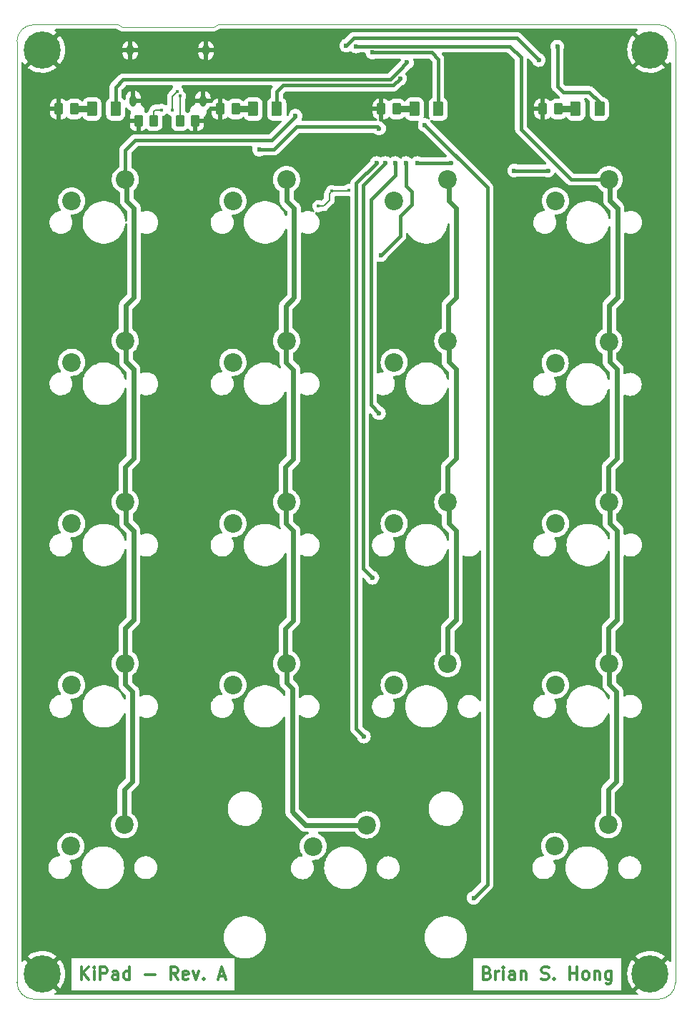
<source format=gbr>
%TF.GenerationSoftware,KiCad,Pcbnew,(5.99.0-9544-g366189b864)*%
%TF.CreationDate,2021-04-16T00:10:41-04:00*%
%TF.ProjectId,kipad,6b697061-642e-46b6-9963-61645f706362,A*%
%TF.SameCoordinates,Original*%
%TF.FileFunction,Copper,L1,Top*%
%TF.FilePolarity,Positive*%
%FSLAX46Y46*%
G04 Gerber Fmt 4.6, Leading zero omitted, Abs format (unit mm)*
G04 Created by KiCad (PCBNEW (5.99.0-9544-g366189b864)) date 2021-04-16 00:10:41*
%MOMM*%
%LPD*%
G01*
G04 APERTURE LIST*
G04 Aperture macros list*
%AMRoundRect*
0 Rectangle with rounded corners*
0 $1 Rounding radius*
0 $2 $3 $4 $5 $6 $7 $8 $9 X,Y pos of 4 corners*
0 Add a 4 corners polygon primitive as box body*
4,1,4,$2,$3,$4,$5,$6,$7,$8,$9,$2,$3,0*
0 Add four circle primitives for the rounded corners*
1,1,$1+$1,$2,$3*
1,1,$1+$1,$4,$5*
1,1,$1+$1,$6,$7*
1,1,$1+$1,$8,$9*
0 Add four rect primitives between the rounded corners*
20,1,$1+$1,$2,$3,$4,$5,0*
20,1,$1+$1,$4,$5,$6,$7,0*
20,1,$1+$1,$6,$7,$8,$9,0*
20,1,$1+$1,$8,$9,$2,$3,0*%
G04 Aperture macros list end*
%TA.AperFunction,Profile*%
%ADD10C,0.100000*%
%TD*%
%ADD11C,0.300000*%
%TA.AperFunction,ComponentPad*%
%ADD12C,2.200000*%
%TD*%
%TA.AperFunction,ComponentPad*%
%ADD13C,4.400000*%
%TD*%
%TA.AperFunction,SMDPad,CuDef*%
%ADD14RoundRect,0.250000X0.262500X0.450000X-0.262500X0.450000X-0.262500X-0.450000X0.262500X-0.450000X0*%
%TD*%
%TA.AperFunction,ComponentPad*%
%ADD15O,0.800000X1.400000*%
%TD*%
%TA.AperFunction,SMDPad,CuDef*%
%ADD16RoundRect,0.250000X-0.375000X-0.625000X0.375000X-0.625000X0.375000X0.625000X-0.375000X0.625000X0*%
%TD*%
%TA.AperFunction,ViaPad*%
%ADD17C,0.600000*%
%TD*%
%TA.AperFunction,ViaPad*%
%ADD18C,0.400000*%
%TD*%
%TA.AperFunction,Conductor*%
%ADD19C,0.400000*%
%TD*%
%TA.AperFunction,Conductor*%
%ADD20C,0.200000*%
%TD*%
%TA.AperFunction,Conductor*%
%ADD21C,0.800000*%
%TD*%
%TA.AperFunction,Conductor*%
%ADD22C,0.600000*%
%TD*%
G04 APERTURE END LIST*
D10*
X86800000Y-30600000D02*
X139000000Y-30614214D01*
X86300000Y-30900000D02*
X86800000Y-30600000D01*
X75500000Y-30900000D02*
X86300000Y-30900000D01*
X75000000Y-30600000D02*
X75500000Y-30900000D01*
X65000000Y-30614214D02*
X75000000Y-30600000D01*
D11*
X118692857Y-142892857D02*
X118907142Y-142964285D01*
X118978571Y-143035714D01*
X119050000Y-143178571D01*
X119050000Y-143392857D01*
X118978571Y-143535714D01*
X118907142Y-143607142D01*
X118764285Y-143678571D01*
X118192857Y-143678571D01*
X118192857Y-142178571D01*
X118692857Y-142178571D01*
X118835714Y-142250000D01*
X118907142Y-142321428D01*
X118978571Y-142464285D01*
X118978571Y-142607142D01*
X118907142Y-142750000D01*
X118835714Y-142821428D01*
X118692857Y-142892857D01*
X118192857Y-142892857D01*
X119692857Y-143678571D02*
X119692857Y-142678571D01*
X119692857Y-142964285D02*
X119764285Y-142821428D01*
X119835714Y-142750000D01*
X119978571Y-142678571D01*
X120121428Y-142678571D01*
X120621428Y-143678571D02*
X120621428Y-142678571D01*
X120621428Y-142178571D02*
X120550000Y-142250000D01*
X120621428Y-142321428D01*
X120692857Y-142250000D01*
X120621428Y-142178571D01*
X120621428Y-142321428D01*
X121978571Y-143678571D02*
X121978571Y-142892857D01*
X121907142Y-142750000D01*
X121764285Y-142678571D01*
X121478571Y-142678571D01*
X121335714Y-142750000D01*
X121978571Y-143607142D02*
X121835714Y-143678571D01*
X121478571Y-143678571D01*
X121335714Y-143607142D01*
X121264285Y-143464285D01*
X121264285Y-143321428D01*
X121335714Y-143178571D01*
X121478571Y-143107142D01*
X121835714Y-143107142D01*
X121978571Y-143035714D01*
X122692857Y-142678571D02*
X122692857Y-143678571D01*
X122692857Y-142821428D02*
X122764285Y-142750000D01*
X122907142Y-142678571D01*
X123121428Y-142678571D01*
X123264285Y-142750000D01*
X123335714Y-142892857D01*
X123335714Y-143678571D01*
X125121428Y-143607142D02*
X125335714Y-143678571D01*
X125692857Y-143678571D01*
X125835714Y-143607142D01*
X125907142Y-143535714D01*
X125978571Y-143392857D01*
X125978571Y-143250000D01*
X125907142Y-143107142D01*
X125835714Y-143035714D01*
X125692857Y-142964285D01*
X125407142Y-142892857D01*
X125264285Y-142821428D01*
X125192857Y-142750000D01*
X125121428Y-142607142D01*
X125121428Y-142464285D01*
X125192857Y-142321428D01*
X125264285Y-142250000D01*
X125407142Y-142178571D01*
X125764285Y-142178571D01*
X125978571Y-142250000D01*
X126621428Y-143535714D02*
X126692857Y-143607142D01*
X126621428Y-143678571D01*
X126550000Y-143607142D01*
X126621428Y-143535714D01*
X126621428Y-143678571D01*
X128478571Y-143678571D02*
X128478571Y-142178571D01*
X128478571Y-142892857D02*
X129335714Y-142892857D01*
X129335714Y-143678571D02*
X129335714Y-142178571D01*
X130264285Y-143678571D02*
X130121428Y-143607142D01*
X130050000Y-143535714D01*
X129978571Y-143392857D01*
X129978571Y-142964285D01*
X130050000Y-142821428D01*
X130121428Y-142750000D01*
X130264285Y-142678571D01*
X130478571Y-142678571D01*
X130621428Y-142750000D01*
X130692857Y-142821428D01*
X130764285Y-142964285D01*
X130764285Y-143392857D01*
X130692857Y-143535714D01*
X130621428Y-143607142D01*
X130478571Y-143678571D01*
X130264285Y-143678571D01*
X131407142Y-142678571D02*
X131407142Y-143678571D01*
X131407142Y-142821428D02*
X131478571Y-142750000D01*
X131621428Y-142678571D01*
X131835714Y-142678571D01*
X131978571Y-142750000D01*
X132050000Y-142892857D01*
X132050000Y-143678571D01*
X133407142Y-142678571D02*
X133407142Y-143892857D01*
X133335714Y-144035714D01*
X133264285Y-144107142D01*
X133121428Y-144178571D01*
X132907142Y-144178571D01*
X132764285Y-144107142D01*
X133407142Y-143607142D02*
X133264285Y-143678571D01*
X132978571Y-143678571D01*
X132835714Y-143607142D01*
X132764285Y-143535714D01*
X132692857Y-143392857D01*
X132692857Y-142964285D01*
X132764285Y-142821428D01*
X132835714Y-142750000D01*
X132978571Y-142678571D01*
X133264285Y-142678571D01*
X133407142Y-142750000D01*
X70635714Y-143678571D02*
X70635714Y-142178571D01*
X71492857Y-143678571D02*
X70850000Y-142821428D01*
X71492857Y-142178571D02*
X70635714Y-143035714D01*
X72135714Y-143678571D02*
X72135714Y-142678571D01*
X72135714Y-142178571D02*
X72064285Y-142250000D01*
X72135714Y-142321428D01*
X72207142Y-142250000D01*
X72135714Y-142178571D01*
X72135714Y-142321428D01*
X72850000Y-143678571D02*
X72850000Y-142178571D01*
X73421428Y-142178571D01*
X73564285Y-142250000D01*
X73635714Y-142321428D01*
X73707142Y-142464285D01*
X73707142Y-142678571D01*
X73635714Y-142821428D01*
X73564285Y-142892857D01*
X73421428Y-142964285D01*
X72850000Y-142964285D01*
X74992857Y-143678571D02*
X74992857Y-142892857D01*
X74921428Y-142750000D01*
X74778571Y-142678571D01*
X74492857Y-142678571D01*
X74350000Y-142750000D01*
X74992857Y-143607142D02*
X74850000Y-143678571D01*
X74492857Y-143678571D01*
X74350000Y-143607142D01*
X74278571Y-143464285D01*
X74278571Y-143321428D01*
X74350000Y-143178571D01*
X74492857Y-143107142D01*
X74850000Y-143107142D01*
X74992857Y-143035714D01*
X76350000Y-143678571D02*
X76350000Y-142178571D01*
X76350000Y-143607142D02*
X76207142Y-143678571D01*
X75921428Y-143678571D01*
X75778571Y-143607142D01*
X75707142Y-143535714D01*
X75635714Y-143392857D01*
X75635714Y-142964285D01*
X75707142Y-142821428D01*
X75778571Y-142750000D01*
X75921428Y-142678571D01*
X76207142Y-142678571D01*
X76350000Y-142750000D01*
X78207142Y-143107142D02*
X79350000Y-143107142D01*
X82064285Y-143678571D02*
X81564285Y-142964285D01*
X81207142Y-143678571D02*
X81207142Y-142178571D01*
X81778571Y-142178571D01*
X81921428Y-142250000D01*
X81992857Y-142321428D01*
X82064285Y-142464285D01*
X82064285Y-142678571D01*
X81992857Y-142821428D01*
X81921428Y-142892857D01*
X81778571Y-142964285D01*
X81207142Y-142964285D01*
X83278571Y-143607142D02*
X83135714Y-143678571D01*
X82850000Y-143678571D01*
X82707142Y-143607142D01*
X82635714Y-143464285D01*
X82635714Y-142892857D01*
X82707142Y-142750000D01*
X82850000Y-142678571D01*
X83135714Y-142678571D01*
X83278571Y-142750000D01*
X83350000Y-142892857D01*
X83350000Y-143035714D01*
X82635714Y-143178571D01*
X83850000Y-142678571D02*
X84207142Y-143678571D01*
X84564285Y-142678571D01*
X85135714Y-143535714D02*
X85207142Y-143607142D01*
X85135714Y-143678571D01*
X85064285Y-143607142D01*
X85135714Y-143535714D01*
X85135714Y-143678571D01*
X86921428Y-143250000D02*
X87635714Y-143250000D01*
X86778571Y-143678571D02*
X87278571Y-142178571D01*
X87778571Y-143678571D01*
D10*
X139000000Y-146000000D02*
X65000000Y-146000000D01*
X141000000Y-32614214D02*
X141000000Y-144000000D01*
X63000000Y-144000000D02*
X63000000Y-32614214D01*
X63000000Y-144000000D02*
G75*
G03*
X65000000Y-146000000I2000000J0D01*
G01*
X141000000Y-144000000D02*
G75*
G02*
X139000000Y-146000000I-2000000J0D01*
G01*
X139000000Y-30614214D02*
G75*
G02*
X141000000Y-32614214I0J-2000000D01*
G01*
X63000000Y-32614214D02*
G75*
G02*
X65000000Y-30614214I2000000J0D01*
G01*
D12*
%TO.P,KEY_E1,2,B*%
%TO.N,Net-(D14-Pad2)*%
X107680000Y-108786000D03*
%TO.P,KEY_E1,1,A*%
%TO.N,/COL2*%
X114030000Y-106246000D03*
%TD*%
D13*
%TO.P,H4,1,1*%
%TO.N,GND*%
X66000000Y-143000000D03*
%TD*%
%TO.P,H3,1,1*%
%TO.N,GND*%
X138000000Y-143000000D03*
%TD*%
%TO.P,H2,1,1*%
%TO.N,GND*%
X138000000Y-33600000D03*
%TD*%
%TO.P,H1,1,1*%
%TO.N,GND*%
X66000000Y-33600000D03*
%TD*%
D14*
%TO.P,R10,2*%
%TO.N,GND*%
X125290000Y-40600000D03*
%TO.P,R10,1*%
%TO.N,Net-(D23-Pad1)*%
X127115000Y-40600000D03*
%TD*%
%TO.P,R9,2*%
%TO.N,GND*%
X106165000Y-40600000D03*
%TO.P,R9,1*%
%TO.N,Net-(D22-Pad1)*%
X107990000Y-40600000D03*
%TD*%
%TO.P,R8,2*%
%TO.N,GND*%
X87077500Y-40600000D03*
%TO.P,R8,1*%
%TO.N,Net-(D21-Pad1)*%
X88902500Y-40600000D03*
%TD*%
%TO.P,R7,2*%
%TO.N,GND*%
X67965000Y-40600000D03*
%TO.P,R7,1*%
%TO.N,Net-(D20-Pad1)*%
X69790000Y-40600000D03*
%TD*%
%TO.P,R5,2*%
%TO.N,Net-(J1-PadB5)*%
X82300000Y-42000000D03*
%TO.P,R5,1*%
%TO.N,GND*%
X84125000Y-42000000D03*
%TD*%
%TO.P,R4,2*%
%TO.N,GND*%
X77387500Y-42000000D03*
%TO.P,R4,1*%
%TO.N,Net-(J1-PadA5)*%
X79212500Y-42000000D03*
%TD*%
D12*
%TO.P,KEY_SP1,2,B*%
%TO.N,Net-(D19-Pad2)*%
X126690000Y-127886000D03*
%TO.P,KEY_SP1,1,A*%
%TO.N,/COL3*%
X133040000Y-125346000D03*
%TD*%
%TO.P,KEY_F1,2,B*%
%TO.N,Net-(D18-Pad2)*%
X126790000Y-108786000D03*
%TO.P,KEY_F1,1,A*%
%TO.N,/COL3*%
X133140000Y-106246000D03*
%TD*%
%TO.P,KEY_ESC1,2,B*%
%TO.N,Net-(D5-Pad2)*%
X69380000Y-127886000D03*
%TO.P,KEY_ESC1,1,A*%
%TO.N,/COL0*%
X75730000Y-125346000D03*
%TD*%
%TO.P,KEY_ENT1,2,B*%
%TO.N,Net-(D10-Pad2)*%
X98090000Y-127900000D03*
%TO.P,KEY_ENT1,1,A*%
%TO.N,/COL1*%
X104440000Y-125360000D03*
%TD*%
%TO.P,KEY_D1,2,B*%
%TO.N,Net-(D9-Pad2)*%
X88580000Y-108786000D03*
%TO.P,KEY_D1,1,A*%
%TO.N,/COL1*%
X94930000Y-106246000D03*
%TD*%
%TO.P,KEY_C1,2,B*%
%TO.N,Net-(D4-Pad2)*%
X69480000Y-108786000D03*
%TO.P,KEY_C1,1,A*%
%TO.N,/COL0*%
X75830000Y-106246000D03*
%TD*%
%TO.P,KEY_B1,2,B*%
%TO.N,Net-(D17-Pad2)*%
X126790000Y-89686000D03*
%TO.P,KEY_B1,1,A*%
%TO.N,/COL3*%
X133140000Y-87146000D03*
%TD*%
%TO.P,KEY_A1,2,B*%
%TO.N,Net-(D13-Pad2)*%
X107680000Y-89686000D03*
%TO.P,KEY_A1,1,A*%
%TO.N,/COL2*%
X114030000Y-87146000D03*
%TD*%
%TO.P,KEY_9,2,B*%
%TO.N,Net-(D8-Pad2)*%
X88580000Y-89686000D03*
%TO.P,KEY_9,1,A*%
%TO.N,/COL1*%
X94930000Y-87146000D03*
%TD*%
%TO.P,KEY_8,2,B*%
%TO.N,Net-(D3-Pad2)*%
X69480000Y-89686000D03*
%TO.P,KEY_8,1,A*%
%TO.N,/COL0*%
X75830000Y-87146000D03*
%TD*%
%TO.P,KEY_7,2,B*%
%TO.N,Net-(D16-Pad2)*%
X126750000Y-70666000D03*
%TO.P,KEY_7,1,A*%
%TO.N,/COL3*%
X133100000Y-68126000D03*
%TD*%
%TO.P,KEY_6,2,B*%
%TO.N,Net-(D12-Pad2)*%
X107680000Y-70586000D03*
%TO.P,KEY_6,1,A*%
%TO.N,/COL2*%
X114030000Y-68046000D03*
%TD*%
%TO.P,KEY_5,2,B*%
%TO.N,Net-(D7-Pad2)*%
X88580000Y-70586000D03*
%TO.P,KEY_5,1,A*%
%TO.N,/COL1*%
X94930000Y-68046000D03*
%TD*%
%TO.P,KEY_4,2,B*%
%TO.N,Net-(D2-Pad2)*%
X69480000Y-70586000D03*
%TO.P,KEY_4,1,A*%
%TO.N,/COL0*%
X75830000Y-68046000D03*
%TD*%
%TO.P,KEY_3,2,B*%
%TO.N,Net-(D15-Pad2)*%
X126790000Y-51486000D03*
%TO.P,KEY_3,1,A*%
%TO.N,/COL3*%
X133140000Y-48946000D03*
%TD*%
%TO.P,KEY_2,2,B*%
%TO.N,Net-(D11-Pad2)*%
X107680000Y-51486000D03*
%TO.P,KEY_2,1,A*%
%TO.N,/COL2*%
X114030000Y-48946000D03*
%TD*%
%TO.P,KEY_1,2,B*%
%TO.N,Net-(D6-Pad2)*%
X88580000Y-51486000D03*
%TO.P,KEY_1,1,A*%
%TO.N,/COL1*%
X94930000Y-48946000D03*
%TD*%
%TO.P,KEY_0,2,B*%
%TO.N,Net-(D1-Pad2)*%
X69480000Y-51486000D03*
%TO.P,KEY_0,1,A*%
%TO.N,/COL0*%
X75830000Y-48946000D03*
%TD*%
D15*
%TO.P,J1,S1,SHIELD*%
%TO.N,GND*%
X76410000Y-33660000D03*
X85390000Y-33660000D03*
X85030000Y-39610000D03*
X76770000Y-39610000D03*
%TD*%
D16*
%TO.P,D23,2,A*%
%TO.N,Net-(D23-Pad2)*%
X131990000Y-40600000D03*
%TO.P,D23,1,K*%
%TO.N,Net-(D23-Pad1)*%
X129190000Y-40600000D03*
%TD*%
%TO.P,D22,2,A*%
%TO.N,Net-(D22-Pad2)*%
X112890000Y-40600000D03*
%TO.P,D22,1,K*%
%TO.N,Net-(D22-Pad1)*%
X110090000Y-40600000D03*
%TD*%
%TO.P,D21,2,A*%
%TO.N,Net-(D21-Pad2)*%
X93777500Y-40600000D03*
%TO.P,D21,1,K*%
%TO.N,Net-(D21-Pad1)*%
X90977500Y-40600000D03*
%TD*%
%TO.P,D20,2,A*%
%TO.N,Net-(D20-Pad2)*%
X74690000Y-40600000D03*
%TO.P,D20,1,K*%
%TO.N,Net-(D20-Pad1)*%
X71890000Y-40600000D03*
%TD*%
D17*
%TO.N,/ROW0*%
X106100000Y-57900000D03*
D18*
%TO.N,/DN*%
X82000000Y-38500000D03*
%TO.N,Net-(J1-PadB5)*%
X82300000Y-39069998D03*
%TO.N,Net-(J1-PadA5)*%
X80150000Y-40700000D03*
%TO.N,/DN*%
X81400000Y-40700000D03*
D17*
%TO.N,/ROW4*%
X117100000Y-134000000D03*
%TO.N,/ROW3*%
X104100000Y-114900000D03*
%TO.N,/ROW2*%
X105100000Y-96100000D03*
%TO.N,/ROW1*%
X105880000Y-76620000D03*
%TO.N,Net-(D23-Pad2)*%
X127000000Y-33200000D03*
%TO.N,/COL2*%
X124800000Y-34800000D03*
%TO.N,Net-(C7-Pad1)*%
X121900000Y-47900000D03*
X125900000Y-47900000D03*
%TO.N,Net-(D21-Pad2)*%
X108400000Y-37000000D03*
%TO.N,Net-(D20-Pad2)*%
X109200000Y-35100000D03*
%TO.N,/COL2*%
X102000000Y-33100000D03*
%TO.N,/COL3*%
X103200000Y-33200000D03*
%TO.N,Net-(D22-Pad2)*%
X105100000Y-33900000D03*
%TO.N,GND*%
X117300000Y-36400000D03*
X117400000Y-43100000D03*
%TO.N,Net-(C7-Pad1)*%
X114400000Y-47000000D03*
X110400000Y-47000000D03*
%TO.N,/ROW0*%
X109100000Y-47000000D03*
%TO.N,/ROW1*%
X107800000Y-47000000D03*
%TO.N,/ROW2*%
X106600000Y-47000000D03*
%TO.N,/ROW3*%
X105600000Y-47000000D03*
%TO.N,GND*%
X110700000Y-43900000D03*
%TO.N,/ROW4*%
X111300000Y-42500000D03*
%TO.N,/RESET*%
X105900000Y-42900000D03*
%TO.N,GND*%
X98900000Y-41200000D03*
X99800000Y-41200000D03*
X100700000Y-41200000D03*
X102800000Y-41400000D03*
%TO.N,/COL0*%
X96000000Y-41400000D03*
%TO.N,/RESET*%
X91700000Y-45400000D03*
D18*
%TO.N,/DN*%
X102300000Y-50200000D03*
X98700000Y-52100000D03*
X100300000Y-50300000D03*
%TD*%
D19*
%TO.N,Net-(C7-Pad1)*%
X121900000Y-47900000D02*
X125900000Y-47900000D01*
X110400000Y-47000000D02*
X114400000Y-47000000D01*
%TO.N,/COL0*%
X77000000Y-44300000D02*
X75830000Y-45470000D01*
X75830000Y-45470000D02*
X75830000Y-48946000D01*
X96000000Y-41400000D02*
X96000000Y-41500000D01*
X96000000Y-41500000D02*
X93200000Y-44300000D01*
X93200000Y-44300000D02*
X77000000Y-44300000D01*
%TO.N,/COL2*%
X104800000Y-32200000D02*
X122200000Y-32200000D01*
X102000000Y-33100000D02*
X102900000Y-32200000D01*
X122200000Y-32200000D02*
X124800000Y-34800000D01*
X102900000Y-32200000D02*
X104800000Y-32200000D01*
%TO.N,/COL3*%
X121400000Y-33200000D02*
X122700000Y-34500000D01*
X103200000Y-33200000D02*
X121400000Y-33200000D01*
X128646000Y-48946000D02*
X133140000Y-48946000D01*
X122700000Y-43000000D02*
X128646000Y-48946000D01*
X122700000Y-34500000D02*
X122700000Y-43000000D01*
%TO.N,/ROW4*%
X111300000Y-42500000D02*
X118700000Y-49900000D01*
X118700000Y-132400000D02*
X117100000Y-134000000D01*
X118700000Y-49900000D02*
X118700000Y-132400000D01*
%TO.N,/ROW3*%
X105600000Y-47000000D02*
X103200000Y-49400000D01*
X103200000Y-114000000D02*
X104100000Y-114900000D01*
X103200000Y-49400000D02*
X103200000Y-114000000D01*
%TO.N,/ROW2*%
X104000000Y-49600000D02*
X104000000Y-95000000D01*
X104000000Y-95000000D02*
X105100000Y-96100000D01*
X106600000Y-47000000D02*
X104000000Y-49600000D01*
%TO.N,/ROW1*%
X107800000Y-47000000D02*
X107800000Y-48400000D01*
X104900000Y-75640000D02*
X105880000Y-76620000D01*
X107800000Y-48400000D02*
X104900000Y-51300000D01*
X104900000Y-51300000D02*
X104900000Y-75640000D01*
%TO.N,/ROW0*%
X109800000Y-51900000D02*
X108400000Y-53300000D01*
X109800000Y-50400000D02*
X109800000Y-51900000D01*
X109100000Y-47000000D02*
X109100000Y-49700000D01*
X109100000Y-49700000D02*
X109800000Y-50400000D01*
X108400000Y-53300000D02*
X108400000Y-55600000D01*
X108400000Y-55600000D02*
X106100000Y-57900000D01*
D20*
%TO.N,/DN*%
X102200000Y-50300000D02*
X102300000Y-50200000D01*
X100300000Y-50300000D02*
X102200000Y-50300000D01*
X100000000Y-51400000D02*
X100000000Y-50600000D01*
X100000000Y-50600000D02*
X100300000Y-50300000D01*
X99400000Y-52000000D02*
X100000000Y-51400000D01*
X99300000Y-52100000D02*
X99400000Y-52000000D01*
X98700000Y-52100000D02*
X99300000Y-52100000D01*
D19*
%TO.N,/RESET*%
X105700000Y-42700000D02*
X105900000Y-42900000D01*
X96100000Y-42700000D02*
X105700000Y-42700000D01*
X91700000Y-45400000D02*
X93400000Y-45400000D01*
X93400000Y-45400000D02*
X96100000Y-42700000D01*
D20*
%TO.N,/DN*%
X81400000Y-39100000D02*
X82000000Y-38500000D01*
X81400000Y-39800000D02*
X81400000Y-39100000D01*
%TO.N,Net-(J1-PadB5)*%
X82300000Y-39600000D02*
X82300000Y-39069998D01*
D19*
%TO.N,Net-(D22-Pad2)*%
X112100000Y-33900000D02*
X105100000Y-33900000D01*
X112890000Y-40600000D02*
X112890000Y-34690000D01*
X112890000Y-34690000D02*
X112100000Y-33900000D01*
%TO.N,Net-(D23-Pad2)*%
X127700000Y-38600000D02*
X130800000Y-38600000D01*
X131990000Y-39790000D02*
X131990000Y-40600000D01*
X127000000Y-33200000D02*
X127000000Y-37900000D01*
X127000000Y-37900000D02*
X127700000Y-38600000D01*
X130800000Y-38600000D02*
X131990000Y-39790000D01*
%TO.N,Net-(D20-Pad2)*%
X108200000Y-36100000D02*
X109200000Y-35100000D01*
X95900000Y-37100000D02*
X107200000Y-37100000D01*
X107200000Y-37100000D02*
X108200000Y-36100000D01*
%TO.N,Net-(D21-Pad2)*%
X107600000Y-37800000D02*
X108400000Y-37000000D01*
X95900000Y-37800000D02*
X107600000Y-37800000D01*
X93777500Y-40600000D02*
X93777500Y-38522500D01*
X93777500Y-38522500D02*
X94500000Y-37800000D01*
X94500000Y-37800000D02*
X95900000Y-37800000D01*
%TO.N,Net-(D20-Pad2)*%
X74690000Y-40600000D02*
X74690000Y-38010000D01*
X74690000Y-38010000D02*
X75600000Y-37100000D01*
X75600000Y-37100000D02*
X95900000Y-37100000D01*
D20*
%TO.N,Net-(J1-PadA5)*%
X79212500Y-40887500D02*
X79400000Y-40700000D01*
X79212500Y-42000000D02*
X79212500Y-40887500D01*
X79400000Y-40700000D02*
X80150000Y-40700000D01*
%TO.N,Net-(J1-PadB5)*%
X82300000Y-39600000D02*
X82300000Y-42000000D01*
D21*
%TO.N,Net-(D23-Pad1)*%
X127115000Y-40600000D02*
X129190000Y-40600000D01*
%TO.N,Net-(D22-Pad1)*%
X107990000Y-40600000D02*
X110090000Y-40600000D01*
%TO.N,Net-(D21-Pad1)*%
X88902500Y-40600000D02*
X90977500Y-40600000D01*
%TO.N,Net-(D20-Pad1)*%
X69790000Y-40600000D02*
X71890000Y-40600000D01*
D20*
%TO.N,/DN*%
X81400000Y-40700000D02*
X81400000Y-39800000D01*
D22*
%TO.N,/COL1*%
X97150000Y-125360000D02*
X104440000Y-125360000D01*
X94930000Y-106246000D02*
X94930000Y-108540000D01*
X94930000Y-108540000D02*
X95590000Y-109200000D01*
X95590000Y-109200000D02*
X95590000Y-123800000D01*
X95590000Y-123800000D02*
X97150000Y-125360000D01*
%TO.N,/COL3*%
X134000000Y-120200000D02*
X133040000Y-121160000D01*
X133140000Y-106246000D02*
X133140000Y-108740000D01*
X134000000Y-109600000D02*
X134000000Y-120200000D01*
X133040000Y-121160000D02*
X133040000Y-125346000D01*
X133140000Y-108740000D02*
X134000000Y-109600000D01*
X134050000Y-82000000D02*
X133090000Y-82960000D01*
X133190000Y-89640000D02*
X134050000Y-90500000D01*
X133090000Y-82960000D02*
X133090000Y-87146000D01*
X133190000Y-68046000D02*
X133190000Y-70540000D01*
X134050000Y-71400000D02*
X134050000Y-82000000D01*
X134050000Y-90500000D02*
X134050000Y-101100000D01*
X133190000Y-70540000D02*
X134050000Y-71400000D01*
X133190000Y-87146000D02*
X133190000Y-89640000D01*
X133250000Y-51447000D02*
X134110000Y-52307000D01*
X134110000Y-62907000D02*
X133150000Y-63867000D01*
X133150000Y-63867000D02*
X133150000Y-68053000D01*
X133090000Y-102060000D02*
X133090000Y-106246000D01*
X133250000Y-48953000D02*
X133250000Y-51447000D01*
X134050000Y-101100000D02*
X133090000Y-102060000D01*
X134110000Y-52307000D02*
X134110000Y-62907000D01*
%TO.N,/COL2*%
X114990000Y-82000000D02*
X114030000Y-82960000D01*
X114030000Y-82960000D02*
X114030000Y-87146000D01*
X114990000Y-71400000D02*
X114990000Y-82000000D01*
X114130000Y-70540000D02*
X114990000Y-71400000D01*
X114990000Y-101100000D02*
X114030000Y-102060000D01*
X114130000Y-87146000D02*
X114130000Y-89640000D01*
X114190000Y-51447000D02*
X115050000Y-52307000D01*
X114990000Y-90500000D02*
X114990000Y-101100000D01*
X115050000Y-62907000D02*
X114090000Y-63867000D01*
X114090000Y-63867000D02*
X114090000Y-68053000D01*
X114130000Y-68046000D02*
X114130000Y-70540000D01*
X115050000Y-52307000D02*
X115050000Y-62907000D01*
X114030000Y-102060000D02*
X114030000Y-106246000D01*
X114190000Y-48953000D02*
X114190000Y-51447000D01*
X114130000Y-89640000D02*
X114990000Y-90500000D01*
%TO.N,/COL1*%
X95750000Y-82047000D02*
X94790000Y-83007000D01*
X94790000Y-83007000D02*
X94790000Y-87193000D01*
X95750000Y-71447000D02*
X95750000Y-82047000D01*
X94890000Y-70587000D02*
X95750000Y-71447000D01*
X95750000Y-101147000D02*
X94790000Y-102107000D01*
X94890000Y-87193000D02*
X94890000Y-89687000D01*
X94950000Y-51494000D02*
X95810000Y-52354000D01*
X95750000Y-90547000D02*
X95750000Y-101147000D01*
X95810000Y-62954000D02*
X94850000Y-63914000D01*
X94850000Y-63914000D02*
X94850000Y-68100000D01*
X94890000Y-68093000D02*
X94890000Y-70587000D01*
X95810000Y-52354000D02*
X95810000Y-62954000D01*
X94790000Y-102107000D02*
X94790000Y-106293000D01*
X94950000Y-49000000D02*
X94950000Y-51494000D01*
X94890000Y-89687000D02*
X95750000Y-90547000D01*
%TO.N,/COL0*%
X76850000Y-62907000D02*
X75890000Y-63867000D01*
X75890000Y-63867000D02*
X75890000Y-68053000D01*
X76850000Y-52307000D02*
X76850000Y-62907000D01*
X75990000Y-51447000D02*
X76850000Y-52307000D01*
X75990000Y-48953000D02*
X75990000Y-51447000D01*
X76790000Y-82000000D02*
X75830000Y-82960000D01*
X75930000Y-68046000D02*
X75930000Y-70540000D01*
X76790000Y-71400000D02*
X76790000Y-82000000D01*
X75830000Y-82960000D02*
X75830000Y-87146000D01*
X75930000Y-70540000D02*
X76790000Y-71400000D01*
X75930000Y-89640000D02*
X76790000Y-90500000D01*
X75930000Y-87146000D02*
X75930000Y-89640000D01*
X76790000Y-90500000D02*
X76790000Y-101100000D01*
X75830000Y-102060000D02*
X75830000Y-106246000D01*
X76790000Y-101100000D02*
X75830000Y-102060000D01*
X75730000Y-121160000D02*
X75730000Y-125346000D01*
X75830000Y-106246000D02*
X75830000Y-108740000D01*
X75830000Y-108740000D02*
X76690000Y-109600000D01*
X76690000Y-109600000D02*
X76690000Y-120200000D01*
X76690000Y-120200000D02*
X75730000Y-121160000D01*
%TD*%
%TA.AperFunction,Conductor*%
%TO.N,GND*%
G36*
X135366465Y-31121225D02*
G01*
X136411244Y-31121509D01*
X136479360Y-31141530D01*
X136525838Y-31195198D01*
X136535923Y-31265475D01*
X136506412Y-31330047D01*
X136480973Y-31351323D01*
X136481470Y-31352055D01*
X136472063Y-31358448D01*
X136286350Y-31501725D01*
X136277881Y-31513387D01*
X136284484Y-31525273D01*
X138000000Y-33240790D01*
X140073322Y-35314111D01*
X140086442Y-35321275D01*
X140096745Y-35313885D01*
X140200786Y-35186091D01*
X140205208Y-35179937D01*
X140259438Y-35093988D01*
X140312705Y-35047049D01*
X140382892Y-35036360D01*
X140447716Y-35065314D01*
X140486596Y-35124719D01*
X140492000Y-35161223D01*
X140492000Y-141435225D01*
X140471998Y-141503346D01*
X140418342Y-141549839D01*
X140348068Y-141559943D01*
X140283488Y-141530449D01*
X140258054Y-141500214D01*
X140237812Y-141466593D01*
X140233522Y-141460349D01*
X140098026Y-141286612D01*
X140086234Y-141278143D01*
X140074521Y-141284690D01*
X138359210Y-143000000D01*
X138000000Y-143359210D01*
X136285780Y-145073431D01*
X136278667Y-145086458D01*
X136286192Y-145096891D01*
X136425454Y-145209061D01*
X136431635Y-145213454D01*
X136504807Y-145259088D01*
X136552024Y-145312108D01*
X136563080Y-145382238D01*
X136534466Y-145447213D01*
X136475266Y-145486403D01*
X136438131Y-145492000D01*
X67568654Y-145492000D01*
X67500533Y-145471998D01*
X67454040Y-145418342D01*
X67443936Y-145348068D01*
X67473430Y-145283488D01*
X67498922Y-145261055D01*
X67504380Y-145257429D01*
X67714341Y-145098925D01*
X67722797Y-145087534D01*
X67716079Y-145075290D01*
X65641921Y-143001131D01*
X66364408Y-143001131D01*
X66364539Y-143002966D01*
X66368790Y-143009580D01*
X68073320Y-144714109D01*
X68086443Y-144721275D01*
X68096744Y-144713886D01*
X68200786Y-144586091D01*
X68205208Y-144579937D01*
X68375397Y-144310205D01*
X68379044Y-144303570D01*
X68515595Y-144015346D01*
X68518420Y-144008319D01*
X68619360Y-143705763D01*
X68621314Y-143698472D01*
X68685174Y-143385982D01*
X68686242Y-143378478D01*
X68712223Y-143059052D01*
X68712428Y-143054577D01*
X68712977Y-143002221D01*
X68712867Y-142997789D01*
X68693579Y-142677847D01*
X68692671Y-142670345D01*
X68635367Y-142356581D01*
X68633566Y-142349248D01*
X68538982Y-142044637D01*
X68536310Y-142037566D01*
X68405825Y-141746547D01*
X68402308Y-141739820D01*
X68237812Y-141466593D01*
X68233522Y-141460349D01*
X68098026Y-141286612D01*
X68086234Y-141278143D01*
X68074521Y-141284690D01*
X66372020Y-142987190D01*
X66364408Y-143001131D01*
X65641921Y-143001131D01*
X65640790Y-143000000D01*
X63926407Y-141285618D01*
X63913475Y-141278556D01*
X63902912Y-141286217D01*
X63782725Y-141437042D01*
X63778369Y-141443241D01*
X63741260Y-141503443D01*
X63688488Y-141550936D01*
X63618416Y-141562360D01*
X63553292Y-141534086D01*
X63513793Y-141475092D01*
X63508000Y-141437327D01*
X63508000Y-140913387D01*
X64277881Y-140913387D01*
X64284484Y-140925273D01*
X65987190Y-142627980D01*
X66001131Y-142635592D01*
X66002966Y-142635461D01*
X66009580Y-142631210D01*
X67453789Y-141187000D01*
X69470572Y-141187000D01*
X69470572Y-144918000D01*
X88729429Y-144918000D01*
X88729429Y-141187000D01*
X69470572Y-141187000D01*
X67453789Y-141187000D01*
X67714595Y-140926194D01*
X67721607Y-140913353D01*
X67713813Y-140902665D01*
X67551327Y-140774572D01*
X67545104Y-140770247D01*
X67272726Y-140604313D01*
X67266049Y-140600778D01*
X66975704Y-140468765D01*
X66968634Y-140466052D01*
X66664550Y-140369883D01*
X66657199Y-140368036D01*
X66343753Y-140309093D01*
X66336243Y-140308145D01*
X66017989Y-140287285D01*
X66010424Y-140287245D01*
X65691959Y-140304772D01*
X65684445Y-140305641D01*
X65370393Y-140361299D01*
X65363033Y-140363066D01*
X65057960Y-140456046D01*
X65050853Y-140458688D01*
X64759150Y-140587649D01*
X64752424Y-140591120D01*
X64478327Y-140754191D01*
X64472063Y-140758448D01*
X64286350Y-140901725D01*
X64277881Y-140913387D01*
X63508000Y-140913387D01*
X63508000Y-138680000D01*
X87486500Y-138680000D01*
X87506320Y-138995025D01*
X87565466Y-139305082D01*
X87663007Y-139605281D01*
X87664694Y-139608867D01*
X87664696Y-139608871D01*
X87795715Y-139887302D01*
X87795719Y-139887309D01*
X87797403Y-139890888D01*
X87966536Y-140157398D01*
X88167737Y-140400609D01*
X88397835Y-140616685D01*
X88653199Y-140802218D01*
X88656668Y-140804125D01*
X88656671Y-140804127D01*
X88855415Y-140913387D01*
X88929804Y-140954283D01*
X89223286Y-141070481D01*
X89529017Y-141148979D01*
X89842176Y-141188540D01*
X90157824Y-141188540D01*
X90470983Y-141148979D01*
X90776714Y-141070481D01*
X91070196Y-140954283D01*
X91144586Y-140913387D01*
X91343329Y-140804127D01*
X91343332Y-140804125D01*
X91346801Y-140802218D01*
X91602165Y-140616685D01*
X91832263Y-140400609D01*
X92033464Y-140157398D01*
X92202597Y-139890888D01*
X92204281Y-139887309D01*
X92204285Y-139887302D01*
X92335304Y-139608871D01*
X92335306Y-139608867D01*
X92336993Y-139605281D01*
X92434534Y-139305082D01*
X92493680Y-138995025D01*
X92513500Y-138680000D01*
X111286500Y-138680000D01*
X111306320Y-138995025D01*
X111365466Y-139305082D01*
X111463007Y-139605281D01*
X111464694Y-139608867D01*
X111464696Y-139608871D01*
X111595715Y-139887302D01*
X111595719Y-139887309D01*
X111597403Y-139890888D01*
X111766536Y-140157398D01*
X111967737Y-140400609D01*
X112197835Y-140616685D01*
X112453199Y-140802218D01*
X112456668Y-140804125D01*
X112456671Y-140804127D01*
X112655415Y-140913387D01*
X112729804Y-140954283D01*
X113023286Y-141070481D01*
X113329017Y-141148979D01*
X113642176Y-141188540D01*
X113957824Y-141188540D01*
X113970014Y-141187000D01*
X117027715Y-141187000D01*
X117027715Y-144918000D01*
X134572286Y-144918000D01*
X134572286Y-142975382D01*
X135287338Y-142975382D01*
X135303195Y-143293919D01*
X135304026Y-143301448D01*
X135358036Y-143615771D01*
X135359769Y-143623158D01*
X135451149Y-143928712D01*
X135453752Y-143935825D01*
X135581182Y-144228195D01*
X135584624Y-144234951D01*
X135746254Y-144509892D01*
X135750478Y-144516177D01*
X135901428Y-144713970D01*
X135912953Y-144722432D01*
X135925019Y-144715770D01*
X137627980Y-143012810D01*
X137635592Y-142998869D01*
X137635461Y-142997034D01*
X137631210Y-142990420D01*
X135926409Y-141285620D01*
X135913474Y-141278556D01*
X135902913Y-141286216D01*
X135782725Y-141437042D01*
X135778369Y-141443241D01*
X135611015Y-141714741D01*
X135607435Y-141721417D01*
X135473910Y-142011055D01*
X135471160Y-142018106D01*
X135373396Y-142321695D01*
X135371513Y-142329028D01*
X135310929Y-142642163D01*
X135309942Y-142649663D01*
X135287417Y-142967801D01*
X135287338Y-142975382D01*
X134572286Y-142975382D01*
X134572286Y-141187000D01*
X117027715Y-141187000D01*
X113970014Y-141187000D01*
X114270983Y-141148979D01*
X114576714Y-141070481D01*
X114870196Y-140954283D01*
X114944586Y-140913387D01*
X136277881Y-140913387D01*
X136284484Y-140925273D01*
X137987190Y-142627980D01*
X138001131Y-142635592D01*
X138002966Y-142635461D01*
X138009580Y-142631210D01*
X139714595Y-140926194D01*
X139721607Y-140913353D01*
X139713813Y-140902665D01*
X139551327Y-140774572D01*
X139545104Y-140770247D01*
X139272726Y-140604313D01*
X139266049Y-140600778D01*
X138975704Y-140468765D01*
X138968634Y-140466052D01*
X138664550Y-140369883D01*
X138657199Y-140368036D01*
X138343753Y-140309093D01*
X138336243Y-140308145D01*
X138017989Y-140287285D01*
X138010424Y-140287245D01*
X137691959Y-140304772D01*
X137684445Y-140305641D01*
X137370393Y-140361299D01*
X137363033Y-140363066D01*
X137057960Y-140456046D01*
X137050853Y-140458688D01*
X136759150Y-140587649D01*
X136752424Y-140591120D01*
X136478327Y-140754191D01*
X136472063Y-140758448D01*
X136286350Y-140901725D01*
X136277881Y-140913387D01*
X114944586Y-140913387D01*
X115143329Y-140804127D01*
X115143332Y-140804125D01*
X115146801Y-140802218D01*
X115402165Y-140616685D01*
X115632263Y-140400609D01*
X115833464Y-140157398D01*
X116002597Y-139890888D01*
X116004281Y-139887309D01*
X116004285Y-139887302D01*
X116135304Y-139608871D01*
X116135306Y-139608867D01*
X116136993Y-139605281D01*
X116234534Y-139305082D01*
X116293680Y-138995025D01*
X116313500Y-138680000D01*
X116293680Y-138364975D01*
X116234534Y-138054918D01*
X116136993Y-137754719D01*
X116135304Y-137751129D01*
X116004285Y-137472698D01*
X116004281Y-137472691D01*
X116002597Y-137469112D01*
X115833464Y-137202602D01*
X115632263Y-136959391D01*
X115402165Y-136743315D01*
X115146801Y-136557782D01*
X114870196Y-136405717D01*
X114576714Y-136289519D01*
X114270983Y-136211021D01*
X113957824Y-136171460D01*
X113642176Y-136171460D01*
X113329017Y-136211021D01*
X113023286Y-136289519D01*
X112729804Y-136405717D01*
X112453199Y-136557782D01*
X112197835Y-136743315D01*
X111967737Y-136959391D01*
X111766536Y-137202602D01*
X111597403Y-137469112D01*
X111595719Y-137472691D01*
X111595715Y-137472698D01*
X111464696Y-137751129D01*
X111463007Y-137754719D01*
X111365466Y-138054918D01*
X111306320Y-138364975D01*
X111286500Y-138680000D01*
X92513500Y-138680000D01*
X92493680Y-138364975D01*
X92434534Y-138054918D01*
X92336993Y-137754719D01*
X92335304Y-137751129D01*
X92204285Y-137472698D01*
X92204281Y-137472691D01*
X92202597Y-137469112D01*
X92033464Y-137202602D01*
X91832263Y-136959391D01*
X91602165Y-136743315D01*
X91346801Y-136557782D01*
X91070196Y-136405717D01*
X90776714Y-136289519D01*
X90470983Y-136211021D01*
X90157824Y-136171460D01*
X89842176Y-136171460D01*
X89529017Y-136211021D01*
X89223286Y-136289519D01*
X88929804Y-136405717D01*
X88653199Y-136557782D01*
X88397835Y-136743315D01*
X88167737Y-136959391D01*
X87966536Y-137202602D01*
X87797403Y-137469112D01*
X87795719Y-137472691D01*
X87795715Y-137472698D01*
X87664696Y-137751129D01*
X87663007Y-137754719D01*
X87565466Y-138054918D01*
X87506320Y-138364975D01*
X87486500Y-138680000D01*
X63508000Y-138680000D01*
X63508000Y-130528233D01*
X66750338Y-130528233D01*
X66787002Y-130755861D01*
X66861494Y-130974056D01*
X66971685Y-131176580D01*
X67114424Y-131357644D01*
X67133910Y-131375220D01*
X67281659Y-131508489D01*
X67281665Y-131508494D01*
X67285629Y-131512069D01*
X67290142Y-131514928D01*
X67290144Y-131514929D01*
X67383018Y-131573754D01*
X67480406Y-131635439D01*
X67693184Y-131724228D01*
X67698387Y-131725425D01*
X67698392Y-131725426D01*
X67912678Y-131774701D01*
X67912683Y-131774702D01*
X67917881Y-131775897D01*
X67923209Y-131776200D01*
X67923212Y-131776200D01*
X68079293Y-131785063D01*
X68148071Y-131788968D01*
X68153378Y-131788368D01*
X68153380Y-131788368D01*
X68274272Y-131774701D01*
X68377173Y-131763068D01*
X68382288Y-131761587D01*
X68382292Y-131761586D01*
X68511298Y-131724228D01*
X68598635Y-131698937D01*
X68806125Y-131598409D01*
X68810463Y-131595309D01*
X68810468Y-131595306D01*
X68989370Y-131467459D01*
X68993711Y-131464357D01*
X69138398Y-131318403D01*
X69152277Y-131304403D01*
X69152278Y-131304402D01*
X69156030Y-131300617D01*
X69243043Y-131176580D01*
X69285375Y-131116236D01*
X69285376Y-131116234D01*
X69288439Y-131111868D01*
X69387153Y-130903508D01*
X69449349Y-130681494D01*
X69473249Y-130452176D01*
X69473500Y-130426000D01*
X70676500Y-130426000D01*
X70696320Y-130741025D01*
X70755466Y-131051082D01*
X70853007Y-131351281D01*
X70854694Y-131354867D01*
X70854696Y-131354871D01*
X70985715Y-131633302D01*
X70985719Y-131633309D01*
X70987403Y-131636888D01*
X70989526Y-131640234D01*
X70989527Y-131640235D01*
X70998412Y-131654235D01*
X71156536Y-131903398D01*
X71357737Y-132146609D01*
X71587835Y-132362685D01*
X71591037Y-132365012D01*
X71591039Y-132365013D01*
X71615109Y-132382501D01*
X71843199Y-132548218D01*
X71846668Y-132550125D01*
X71846671Y-132550127D01*
X72078655Y-132677661D01*
X72119804Y-132700283D01*
X72413286Y-132816481D01*
X72719017Y-132894979D01*
X73032176Y-132934540D01*
X73347824Y-132934540D01*
X73660983Y-132894979D01*
X73966714Y-132816481D01*
X74260196Y-132700283D01*
X74301346Y-132677661D01*
X74533329Y-132550127D01*
X74533332Y-132550125D01*
X74536801Y-132548218D01*
X74764891Y-132382501D01*
X74788961Y-132365013D01*
X74788963Y-132365012D01*
X74792165Y-132362685D01*
X75022263Y-132146609D01*
X75223464Y-131903398D01*
X75381588Y-131654235D01*
X75390473Y-131640235D01*
X75390474Y-131640234D01*
X75392597Y-131636888D01*
X75394281Y-131633309D01*
X75394285Y-131633302D01*
X75525304Y-131354871D01*
X75525306Y-131354867D01*
X75526993Y-131351281D01*
X75624534Y-131051082D01*
X75683680Y-130741025D01*
X75697068Y-130528233D01*
X76910338Y-130528233D01*
X76947002Y-130755861D01*
X77021494Y-130974056D01*
X77131685Y-131176580D01*
X77274424Y-131357644D01*
X77293910Y-131375220D01*
X77441659Y-131508489D01*
X77441665Y-131508494D01*
X77445629Y-131512069D01*
X77450142Y-131514928D01*
X77450144Y-131514929D01*
X77543018Y-131573754D01*
X77640406Y-131635439D01*
X77853184Y-131724228D01*
X77858387Y-131725425D01*
X77858392Y-131725426D01*
X78072678Y-131774701D01*
X78072683Y-131774702D01*
X78077881Y-131775897D01*
X78083209Y-131776200D01*
X78083212Y-131776200D01*
X78239293Y-131785063D01*
X78308071Y-131788968D01*
X78313378Y-131788368D01*
X78313380Y-131788368D01*
X78434272Y-131774701D01*
X78537173Y-131763068D01*
X78542288Y-131761587D01*
X78542292Y-131761586D01*
X78671298Y-131724228D01*
X78758635Y-131698937D01*
X78966125Y-131598409D01*
X78970463Y-131595309D01*
X78970468Y-131595306D01*
X79149370Y-131467459D01*
X79153711Y-131464357D01*
X79298398Y-131318403D01*
X79312277Y-131304403D01*
X79312278Y-131304402D01*
X79316030Y-131300617D01*
X79403043Y-131176580D01*
X79445375Y-131116236D01*
X79445376Y-131116234D01*
X79448439Y-131111868D01*
X79547153Y-130903508D01*
X79609349Y-130681494D01*
X79633249Y-130452176D01*
X79633500Y-130426000D01*
X79633164Y-130422042D01*
X79614458Y-130201576D01*
X79614457Y-130201572D01*
X79614007Y-130196265D01*
X79594492Y-130121075D01*
X79557426Y-129978269D01*
X79556084Y-129973098D01*
X79504731Y-129859098D01*
X79463578Y-129767743D01*
X79463577Y-129767741D01*
X79461388Y-129762882D01*
X79332627Y-129571626D01*
X79278341Y-129514719D01*
X79237507Y-129471915D01*
X79173482Y-129404799D01*
X78988504Y-129267171D01*
X78983753Y-129264755D01*
X78983749Y-129264753D01*
X78787740Y-129165097D01*
X78787739Y-129165097D01*
X78782982Y-129162678D01*
X78642033Y-129118912D01*
X78567895Y-129095891D01*
X78567889Y-129095890D01*
X78562792Y-129094307D01*
X78457798Y-129080391D01*
X78339515Y-129064714D01*
X78339510Y-129064714D01*
X78334230Y-129064014D01*
X78328900Y-129064214D01*
X78328899Y-129064214D01*
X78219030Y-129068339D01*
X78103831Y-129072663D01*
X78037108Y-129086663D01*
X77883411Y-129118912D01*
X77883408Y-129118913D01*
X77878184Y-129120009D01*
X77663740Y-129204697D01*
X77466631Y-129324306D01*
X77462601Y-129327803D01*
X77341791Y-129432636D01*
X77292492Y-129475415D01*
X77289109Y-129479541D01*
X77289105Y-129479545D01*
X77209974Y-129576053D01*
X77146304Y-129653705D01*
X77143665Y-129658341D01*
X77143663Y-129658344D01*
X77135694Y-129672344D01*
X77032245Y-129854077D01*
X76953578Y-130070802D01*
X76952629Y-130076051D01*
X76952628Y-130076054D01*
X76930890Y-130196265D01*
X76912551Y-130297683D01*
X76911464Y-130410946D01*
X76911097Y-130449210D01*
X76910338Y-130528233D01*
X75697068Y-130528233D01*
X75703500Y-130426000D01*
X75683680Y-130110975D01*
X75624534Y-129800918D01*
X75526993Y-129500719D01*
X75517255Y-129480023D01*
X75394284Y-129218697D01*
X75392597Y-129215112D01*
X75377517Y-129191349D01*
X75302069Y-129072463D01*
X75223464Y-128948602D01*
X75022263Y-128705391D01*
X74907214Y-128597353D01*
X74795052Y-128492026D01*
X74795051Y-128492025D01*
X74792165Y-128489315D01*
X74536801Y-128303782D01*
X74533329Y-128301873D01*
X74263658Y-128153620D01*
X74263655Y-128153619D01*
X74260196Y-128151717D01*
X73966714Y-128035519D01*
X73660983Y-127957021D01*
X73347824Y-127917460D01*
X73032176Y-127917460D01*
X72719017Y-127957021D01*
X72413286Y-128035519D01*
X72119804Y-128151717D01*
X72116345Y-128153619D01*
X72116342Y-128153620D01*
X71846671Y-128301873D01*
X71843199Y-128303782D01*
X71587835Y-128489315D01*
X71584949Y-128492025D01*
X71584948Y-128492026D01*
X71472786Y-128597353D01*
X71357737Y-128705391D01*
X71156536Y-128948602D01*
X71077931Y-129072463D01*
X71002484Y-129191349D01*
X70987403Y-129215112D01*
X70985716Y-129218697D01*
X70862746Y-129480023D01*
X70853007Y-129500719D01*
X70755466Y-129800918D01*
X70696320Y-130110975D01*
X70676500Y-130426000D01*
X69473500Y-130426000D01*
X69473164Y-130422042D01*
X69454458Y-130201576D01*
X69454457Y-130201572D01*
X69454007Y-130196265D01*
X69434492Y-130121075D01*
X69397426Y-129978269D01*
X69396084Y-129973098D01*
X69344731Y-129859098D01*
X69303578Y-129767743D01*
X69303577Y-129767741D01*
X69301388Y-129762882D01*
X69255473Y-129694682D01*
X69234022Y-129627004D01*
X69252566Y-129558472D01*
X69305217Y-129510844D01*
X69369885Y-129498704D01*
X69375066Y-129499112D01*
X69375070Y-129499112D01*
X69380000Y-129499500D01*
X69632407Y-129479635D01*
X69637214Y-129478481D01*
X69637220Y-129478480D01*
X69828173Y-129432636D01*
X69878599Y-129420530D01*
X69883172Y-129418636D01*
X70107940Y-129325534D01*
X70107944Y-129325532D01*
X70112514Y-129323639D01*
X70328392Y-129191349D01*
X70332152Y-129188138D01*
X70332157Y-129188134D01*
X70517155Y-129030130D01*
X70520917Y-129026917D01*
X70575847Y-128962602D01*
X70682134Y-128838157D01*
X70682138Y-128838152D01*
X70685349Y-128834392D01*
X70817639Y-128618514D01*
X70866321Y-128500987D01*
X70912636Y-128389172D01*
X70912637Y-128389170D01*
X70914530Y-128384599D01*
X70967428Y-128164263D01*
X70972480Y-128143220D01*
X70972481Y-128143214D01*
X70973635Y-128138407D01*
X70993500Y-127886000D01*
X70973635Y-127633593D01*
X70914530Y-127387401D01*
X70817639Y-127153486D01*
X70685349Y-126937608D01*
X70682138Y-126933848D01*
X70682134Y-126933843D01*
X70524130Y-126748845D01*
X70520917Y-126745083D01*
X70427561Y-126665349D01*
X70332157Y-126583866D01*
X70332152Y-126583862D01*
X70328392Y-126580651D01*
X70112514Y-126448361D01*
X70107944Y-126446468D01*
X70107940Y-126446466D01*
X69883172Y-126353364D01*
X69883170Y-126353363D01*
X69878599Y-126351470D01*
X69793894Y-126331134D01*
X69637220Y-126293520D01*
X69637214Y-126293519D01*
X69632407Y-126292365D01*
X69380000Y-126272500D01*
X69127593Y-126292365D01*
X69122786Y-126293519D01*
X69122780Y-126293520D01*
X68966106Y-126331134D01*
X68881401Y-126351470D01*
X68876830Y-126353363D01*
X68876828Y-126353364D01*
X68652060Y-126446466D01*
X68652056Y-126446468D01*
X68647486Y-126448361D01*
X68431608Y-126580651D01*
X68427848Y-126583862D01*
X68427843Y-126583866D01*
X68332439Y-126665349D01*
X68239083Y-126745083D01*
X68235870Y-126748845D01*
X68077866Y-126933843D01*
X68077862Y-126933848D01*
X68074651Y-126937608D01*
X67942361Y-127153486D01*
X67845470Y-127387401D01*
X67786365Y-127633593D01*
X67766500Y-127886000D01*
X67786365Y-128138407D01*
X67787519Y-128143214D01*
X67787520Y-128143220D01*
X67792572Y-128164263D01*
X67845470Y-128384599D01*
X67847363Y-128389170D01*
X67847364Y-128389172D01*
X67893680Y-128500987D01*
X67942361Y-128618514D01*
X68074651Y-128834392D01*
X68098682Y-128862529D01*
X68127713Y-128927316D01*
X68117109Y-128997516D01*
X68070234Y-129050839D01*
X68007598Y-129070269D01*
X67969022Y-129071717D01*
X67943831Y-129072663D01*
X67877108Y-129086663D01*
X67723411Y-129118912D01*
X67723408Y-129118913D01*
X67718184Y-129120009D01*
X67503740Y-129204697D01*
X67306631Y-129324306D01*
X67302601Y-129327803D01*
X67181791Y-129432636D01*
X67132492Y-129475415D01*
X67129109Y-129479541D01*
X67129105Y-129479545D01*
X67049974Y-129576053D01*
X66986304Y-129653705D01*
X66983665Y-129658341D01*
X66983663Y-129658344D01*
X66975694Y-129672344D01*
X66872245Y-129854077D01*
X66793578Y-130070802D01*
X66792629Y-130076051D01*
X66792628Y-130076054D01*
X66770890Y-130196265D01*
X66752551Y-130297683D01*
X66751464Y-130410946D01*
X66751097Y-130449210D01*
X66750338Y-130528233D01*
X63508000Y-130528233D01*
X63508000Y-111428233D01*
X66850338Y-111428233D01*
X66887002Y-111655861D01*
X66961494Y-111874056D01*
X67071685Y-112076580D01*
X67214424Y-112257644D01*
X67218389Y-112261220D01*
X67381659Y-112408489D01*
X67381665Y-112408494D01*
X67385629Y-112412069D01*
X67580406Y-112535439D01*
X67793184Y-112624228D01*
X67798387Y-112625425D01*
X67798392Y-112625426D01*
X68012678Y-112674701D01*
X68012683Y-112674702D01*
X68017881Y-112675897D01*
X68023209Y-112676200D01*
X68023212Y-112676200D01*
X68179293Y-112685063D01*
X68248071Y-112688968D01*
X68253378Y-112688368D01*
X68253380Y-112688368D01*
X68390043Y-112672918D01*
X68477173Y-112663068D01*
X68482288Y-112661587D01*
X68482292Y-112661586D01*
X68611298Y-112624228D01*
X68698635Y-112598937D01*
X68906125Y-112498409D01*
X68910463Y-112495309D01*
X68910468Y-112495306D01*
X69073315Y-112378932D01*
X69093711Y-112364357D01*
X69256030Y-112200617D01*
X69291223Y-112150449D01*
X69385375Y-112016236D01*
X69385376Y-112016234D01*
X69388439Y-112011868D01*
X69415836Y-111954041D01*
X69484868Y-111808331D01*
X69487153Y-111803508D01*
X69549349Y-111581494D01*
X69573249Y-111352176D01*
X69573500Y-111326000D01*
X69573164Y-111322042D01*
X69554458Y-111101576D01*
X69554457Y-111101572D01*
X69554007Y-111096265D01*
X69496084Y-110873098D01*
X69444731Y-110759098D01*
X69403578Y-110667743D01*
X69403577Y-110667741D01*
X69401388Y-110662882D01*
X69355473Y-110594682D01*
X69334022Y-110527004D01*
X69352566Y-110458472D01*
X69405217Y-110410844D01*
X69469885Y-110398704D01*
X69475066Y-110399112D01*
X69475070Y-110399112D01*
X69480000Y-110399500D01*
X69732407Y-110379635D01*
X69737214Y-110378481D01*
X69737220Y-110378480D01*
X69893894Y-110340866D01*
X69978599Y-110320530D01*
X69983172Y-110318636D01*
X70207940Y-110225534D01*
X70207944Y-110225532D01*
X70212514Y-110223639D01*
X70428392Y-110091349D01*
X70432152Y-110088138D01*
X70432157Y-110088134D01*
X70617155Y-109930130D01*
X70620917Y-109926917D01*
X70646028Y-109897516D01*
X70782134Y-109738157D01*
X70782138Y-109738152D01*
X70785349Y-109734392D01*
X70917639Y-109518514D01*
X70920792Y-109510904D01*
X71012636Y-109289172D01*
X71012637Y-109289170D01*
X71014530Y-109284599D01*
X71040942Y-109174583D01*
X71072480Y-109043220D01*
X71072481Y-109043214D01*
X71073635Y-109038407D01*
X71093500Y-108786000D01*
X71073635Y-108533593D01*
X71014530Y-108287401D01*
X70917639Y-108053486D01*
X70785349Y-107837608D01*
X70782138Y-107833848D01*
X70782134Y-107833843D01*
X70624130Y-107648845D01*
X70620917Y-107645083D01*
X70568373Y-107600206D01*
X70432157Y-107483866D01*
X70432152Y-107483862D01*
X70428392Y-107480651D01*
X70212514Y-107348361D01*
X70207944Y-107346468D01*
X70207940Y-107346466D01*
X69983172Y-107253364D01*
X69983170Y-107253363D01*
X69978599Y-107251470D01*
X69893894Y-107231134D01*
X69737220Y-107193520D01*
X69737214Y-107193519D01*
X69732407Y-107192365D01*
X69480000Y-107172500D01*
X69227593Y-107192365D01*
X69222786Y-107193519D01*
X69222780Y-107193520D01*
X69066106Y-107231134D01*
X68981401Y-107251470D01*
X68976830Y-107253363D01*
X68976828Y-107253364D01*
X68752060Y-107346466D01*
X68752056Y-107346468D01*
X68747486Y-107348361D01*
X68531608Y-107480651D01*
X68527848Y-107483862D01*
X68527843Y-107483866D01*
X68391627Y-107600206D01*
X68339083Y-107645083D01*
X68335870Y-107648845D01*
X68177866Y-107833843D01*
X68177862Y-107833848D01*
X68174651Y-107837608D01*
X68042361Y-108053486D01*
X67945470Y-108287401D01*
X67886365Y-108533593D01*
X67866500Y-108786000D01*
X67886365Y-109038407D01*
X67887519Y-109043214D01*
X67887520Y-109043220D01*
X67919058Y-109174583D01*
X67945470Y-109284599D01*
X67947363Y-109289170D01*
X67947364Y-109289172D01*
X68039209Y-109510904D01*
X68042361Y-109518514D01*
X68174651Y-109734392D01*
X68198682Y-109762529D01*
X68227713Y-109827316D01*
X68217109Y-109897516D01*
X68170234Y-109950839D01*
X68107598Y-109970269D01*
X68069022Y-109971717D01*
X68043831Y-109972663D01*
X68013239Y-109979082D01*
X67823411Y-110018912D01*
X67823408Y-110018913D01*
X67818184Y-110020009D01*
X67603740Y-110104697D01*
X67406631Y-110224306D01*
X67402601Y-110227803D01*
X67309426Y-110308656D01*
X67232492Y-110375415D01*
X67229109Y-110379541D01*
X67229105Y-110379545D01*
X67165925Y-110456600D01*
X67086304Y-110553705D01*
X66972245Y-110754077D01*
X66893578Y-110970802D01*
X66892629Y-110976051D01*
X66892628Y-110976054D01*
X66870890Y-111096265D01*
X66852551Y-111197683D01*
X66852500Y-111203023D01*
X66851097Y-111349210D01*
X66850338Y-111428233D01*
X63508000Y-111428233D01*
X63508000Y-92328233D01*
X66850338Y-92328233D01*
X66887002Y-92555861D01*
X66961494Y-92774056D01*
X67071685Y-92976580D01*
X67214424Y-93157644D01*
X67218389Y-93161220D01*
X67381659Y-93308489D01*
X67381665Y-93308494D01*
X67385629Y-93312069D01*
X67580406Y-93435439D01*
X67793184Y-93524228D01*
X67798387Y-93525425D01*
X67798392Y-93525426D01*
X68012678Y-93574701D01*
X68012683Y-93574702D01*
X68017881Y-93575897D01*
X68023209Y-93576200D01*
X68023212Y-93576200D01*
X68179293Y-93585063D01*
X68248071Y-93588968D01*
X68253378Y-93588368D01*
X68253380Y-93588368D01*
X68374272Y-93574701D01*
X68477173Y-93563068D01*
X68482288Y-93561587D01*
X68482292Y-93561586D01*
X68611298Y-93524228D01*
X68698635Y-93498937D01*
X68906125Y-93398409D01*
X68910463Y-93395309D01*
X68910468Y-93395306D01*
X69089370Y-93267459D01*
X69093711Y-93264357D01*
X69202247Y-93154871D01*
X69252277Y-93104403D01*
X69252278Y-93104402D01*
X69256030Y-93100617D01*
X69343043Y-92976580D01*
X69385375Y-92916236D01*
X69385376Y-92916234D01*
X69388439Y-92911868D01*
X69415836Y-92854041D01*
X69484868Y-92708331D01*
X69487153Y-92703508D01*
X69549349Y-92481494D01*
X69573249Y-92252176D01*
X69573500Y-92226000D01*
X69573164Y-92222042D01*
X69554458Y-92001576D01*
X69554457Y-92001572D01*
X69554007Y-91996265D01*
X69496084Y-91773098D01*
X69481067Y-91739760D01*
X69403578Y-91567743D01*
X69403577Y-91567741D01*
X69401388Y-91562882D01*
X69355473Y-91494682D01*
X69334022Y-91427004D01*
X69352566Y-91358472D01*
X69405217Y-91310844D01*
X69469885Y-91298704D01*
X69475066Y-91299112D01*
X69475070Y-91299112D01*
X69480000Y-91299500D01*
X69732407Y-91279635D01*
X69737214Y-91278481D01*
X69737220Y-91278480D01*
X69893894Y-91240866D01*
X69978599Y-91220530D01*
X69983172Y-91218636D01*
X70207940Y-91125534D01*
X70207944Y-91125532D01*
X70212514Y-91123639D01*
X70428392Y-90991349D01*
X70432152Y-90988138D01*
X70432157Y-90988134D01*
X70617155Y-90830130D01*
X70620917Y-90826917D01*
X70646028Y-90797516D01*
X70782134Y-90638157D01*
X70782138Y-90638152D01*
X70785349Y-90634392D01*
X70917639Y-90418514D01*
X70920792Y-90410904D01*
X71012636Y-90189172D01*
X71012637Y-90189170D01*
X71014530Y-90184599D01*
X71042185Y-90069406D01*
X71072480Y-89943220D01*
X71072481Y-89943214D01*
X71073635Y-89938407D01*
X71093500Y-89686000D01*
X71073635Y-89433593D01*
X71054073Y-89352108D01*
X71015685Y-89192213D01*
X71014530Y-89187401D01*
X70917639Y-88953486D01*
X70785349Y-88737608D01*
X70782138Y-88733848D01*
X70782134Y-88733843D01*
X70624130Y-88548845D01*
X70620917Y-88545083D01*
X70582841Y-88512563D01*
X70432157Y-88383866D01*
X70432152Y-88383862D01*
X70428392Y-88380651D01*
X70212514Y-88248361D01*
X70207944Y-88246468D01*
X70207940Y-88246466D01*
X69983172Y-88153364D01*
X69983170Y-88153363D01*
X69978599Y-88151470D01*
X69893894Y-88131134D01*
X69737220Y-88093520D01*
X69737214Y-88093519D01*
X69732407Y-88092365D01*
X69480000Y-88072500D01*
X69227593Y-88092365D01*
X69222786Y-88093519D01*
X69222780Y-88093520D01*
X69066106Y-88131134D01*
X68981401Y-88151470D01*
X68976830Y-88153363D01*
X68976828Y-88153364D01*
X68752060Y-88246466D01*
X68752056Y-88246468D01*
X68747486Y-88248361D01*
X68531608Y-88380651D01*
X68527848Y-88383862D01*
X68527843Y-88383866D01*
X68377159Y-88512563D01*
X68339083Y-88545083D01*
X68335870Y-88548845D01*
X68177866Y-88733843D01*
X68177862Y-88733848D01*
X68174651Y-88737608D01*
X68042361Y-88953486D01*
X67945470Y-89187401D01*
X67944315Y-89192213D01*
X67905928Y-89352108D01*
X67886365Y-89433593D01*
X67866500Y-89686000D01*
X67886365Y-89938407D01*
X67887519Y-89943214D01*
X67887520Y-89943220D01*
X67917815Y-90069406D01*
X67945470Y-90184599D01*
X67947363Y-90189170D01*
X67947364Y-90189172D01*
X68039209Y-90410904D01*
X68042361Y-90418514D01*
X68174651Y-90634392D01*
X68198682Y-90662529D01*
X68227713Y-90727316D01*
X68217109Y-90797516D01*
X68170234Y-90850839D01*
X68107598Y-90870269D01*
X68069022Y-90871717D01*
X68043831Y-90872663D01*
X67975111Y-90887082D01*
X67823411Y-90918912D01*
X67823408Y-90918913D01*
X67818184Y-90920009D01*
X67603740Y-91004697D01*
X67406631Y-91124306D01*
X67402601Y-91127803D01*
X67298500Y-91218137D01*
X67232492Y-91275415D01*
X67229109Y-91279541D01*
X67229105Y-91279545D01*
X67164390Y-91358472D01*
X67086304Y-91453705D01*
X66972245Y-91654077D01*
X66893578Y-91870802D01*
X66892629Y-91876051D01*
X66892628Y-91876054D01*
X66870890Y-91996265D01*
X66852551Y-92097683D01*
X66852500Y-92103023D01*
X66851097Y-92249210D01*
X66850338Y-92328233D01*
X63508000Y-92328233D01*
X63508000Y-73228233D01*
X66850338Y-73228233D01*
X66887002Y-73455861D01*
X66961494Y-73674056D01*
X67071685Y-73876580D01*
X67214424Y-74057644D01*
X67244091Y-74084403D01*
X67381659Y-74208489D01*
X67381665Y-74208494D01*
X67385629Y-74212069D01*
X67390142Y-74214928D01*
X67390144Y-74214929D01*
X67430625Y-74240569D01*
X67580406Y-74335439D01*
X67793184Y-74424228D01*
X67798387Y-74425425D01*
X67798392Y-74425426D01*
X68012678Y-74474701D01*
X68012683Y-74474702D01*
X68017881Y-74475897D01*
X68023209Y-74476200D01*
X68023212Y-74476200D01*
X68179293Y-74485063D01*
X68248071Y-74488968D01*
X68253378Y-74488368D01*
X68253380Y-74488368D01*
X68388982Y-74473038D01*
X68477173Y-74463068D01*
X68482288Y-74461587D01*
X68482292Y-74461586D01*
X68568900Y-74436506D01*
X68698635Y-74398937D01*
X68906125Y-74298409D01*
X68910463Y-74295309D01*
X68910468Y-74295306D01*
X69089370Y-74167459D01*
X69093711Y-74164357D01*
X69202247Y-74054871D01*
X69252277Y-74004403D01*
X69252278Y-74004402D01*
X69256030Y-74000617D01*
X69343043Y-73876580D01*
X69385375Y-73816236D01*
X69385376Y-73816234D01*
X69388439Y-73811868D01*
X69415836Y-73754041D01*
X69484868Y-73608331D01*
X69487153Y-73603508D01*
X69549349Y-73381494D01*
X69573249Y-73152176D01*
X69573500Y-73126000D01*
X69573164Y-73122042D01*
X69554458Y-72901576D01*
X69554457Y-72901572D01*
X69554007Y-72896265D01*
X69496084Y-72673098D01*
X69490639Y-72661009D01*
X69403578Y-72467743D01*
X69403577Y-72467741D01*
X69401388Y-72462882D01*
X69355473Y-72394682D01*
X69334022Y-72327004D01*
X69352566Y-72258472D01*
X69405217Y-72210844D01*
X69469885Y-72198704D01*
X69475066Y-72199112D01*
X69475070Y-72199112D01*
X69480000Y-72199500D01*
X69732407Y-72179635D01*
X69737214Y-72178481D01*
X69737220Y-72178480D01*
X69893894Y-72140866D01*
X69978599Y-72120530D01*
X69983172Y-72118636D01*
X70207940Y-72025534D01*
X70207944Y-72025532D01*
X70212514Y-72023639D01*
X70428392Y-71891349D01*
X70432152Y-71888138D01*
X70432157Y-71888134D01*
X70617155Y-71730130D01*
X70620917Y-71726917D01*
X70646028Y-71697516D01*
X70782134Y-71538157D01*
X70782138Y-71538152D01*
X70785349Y-71534392D01*
X70917639Y-71318514D01*
X70920792Y-71310904D01*
X71012636Y-71089172D01*
X71012637Y-71089170D01*
X71014530Y-71084599D01*
X71042185Y-70969406D01*
X71072480Y-70843220D01*
X71072481Y-70843214D01*
X71073635Y-70838407D01*
X71093500Y-70586000D01*
X71073635Y-70333593D01*
X71054073Y-70252108D01*
X71015685Y-70092213D01*
X71014530Y-70087401D01*
X70950776Y-69933486D01*
X70919534Y-69858060D01*
X70919532Y-69858056D01*
X70917639Y-69853486D01*
X70785349Y-69637608D01*
X70782138Y-69633848D01*
X70782134Y-69633843D01*
X70624130Y-69448845D01*
X70620917Y-69445083D01*
X70539311Y-69375385D01*
X70432157Y-69283866D01*
X70432152Y-69283862D01*
X70428392Y-69280651D01*
X70212514Y-69148361D01*
X70207944Y-69146468D01*
X70207940Y-69146466D01*
X69983172Y-69053364D01*
X69983170Y-69053363D01*
X69978599Y-69051470D01*
X69893894Y-69031134D01*
X69737220Y-68993520D01*
X69737214Y-68993519D01*
X69732407Y-68992365D01*
X69480000Y-68972500D01*
X69227593Y-68992365D01*
X69222786Y-68993519D01*
X69222780Y-68993520D01*
X69066106Y-69031134D01*
X68981401Y-69051470D01*
X68976830Y-69053363D01*
X68976828Y-69053364D01*
X68752060Y-69146466D01*
X68752056Y-69146468D01*
X68747486Y-69148361D01*
X68531608Y-69280651D01*
X68527848Y-69283862D01*
X68527843Y-69283866D01*
X68420689Y-69375385D01*
X68339083Y-69445083D01*
X68335870Y-69448845D01*
X68177866Y-69633843D01*
X68177862Y-69633848D01*
X68174651Y-69637608D01*
X68042361Y-69853486D01*
X68040468Y-69858056D01*
X68040466Y-69858060D01*
X68009224Y-69933486D01*
X67945470Y-70087401D01*
X67944315Y-70092213D01*
X67905928Y-70252108D01*
X67886365Y-70333593D01*
X67866500Y-70586000D01*
X67886365Y-70838407D01*
X67887519Y-70843214D01*
X67887520Y-70843220D01*
X67917815Y-70969406D01*
X67945470Y-71084599D01*
X67947363Y-71089170D01*
X67947364Y-71089172D01*
X68039209Y-71310904D01*
X68042361Y-71318514D01*
X68174651Y-71534392D01*
X68198682Y-71562529D01*
X68227713Y-71627316D01*
X68217109Y-71697516D01*
X68170234Y-71750839D01*
X68107598Y-71770269D01*
X68069022Y-71771717D01*
X68043831Y-71772663D01*
X67975111Y-71787082D01*
X67823411Y-71818912D01*
X67823408Y-71818913D01*
X67818184Y-71820009D01*
X67603740Y-71904697D01*
X67406631Y-72024306D01*
X67402601Y-72027803D01*
X67298500Y-72118137D01*
X67232492Y-72175415D01*
X67229109Y-72179541D01*
X67229105Y-72179545D01*
X67143055Y-72284492D01*
X67086304Y-72353705D01*
X67083665Y-72358341D01*
X67083663Y-72358344D01*
X67010352Y-72487133D01*
X66972245Y-72554077D01*
X66893578Y-72770802D01*
X66892629Y-72776051D01*
X66892628Y-72776054D01*
X66871130Y-72894938D01*
X66852551Y-72997683D01*
X66852500Y-73003023D01*
X66850580Y-73203052D01*
X66850338Y-73228233D01*
X63508000Y-73228233D01*
X63508000Y-54128233D01*
X66850338Y-54128233D01*
X66887002Y-54355861D01*
X66961494Y-54574056D01*
X67071685Y-54776580D01*
X67214424Y-54957644D01*
X67267539Y-55005553D01*
X67381659Y-55108489D01*
X67381665Y-55108494D01*
X67385629Y-55112069D01*
X67390142Y-55114928D01*
X67390144Y-55114929D01*
X67448500Y-55151891D01*
X67580406Y-55235439D01*
X67793184Y-55324228D01*
X67798387Y-55325425D01*
X67798392Y-55325426D01*
X68012678Y-55374701D01*
X68012683Y-55374702D01*
X68017881Y-55375897D01*
X68023209Y-55376200D01*
X68023212Y-55376200D01*
X68179293Y-55385063D01*
X68248071Y-55388968D01*
X68253378Y-55388368D01*
X68253380Y-55388368D01*
X68420242Y-55369504D01*
X68477173Y-55363068D01*
X68482288Y-55361587D01*
X68482292Y-55361586D01*
X68611298Y-55324228D01*
X68698635Y-55298937D01*
X68906125Y-55198409D01*
X68910463Y-55195309D01*
X68910468Y-55195306D01*
X69089370Y-55067459D01*
X69093711Y-55064357D01*
X69256030Y-54900617D01*
X69340103Y-54780771D01*
X69385375Y-54716236D01*
X69385376Y-54716234D01*
X69388439Y-54711868D01*
X69415836Y-54654041D01*
X69484868Y-54508331D01*
X69487153Y-54503508D01*
X69549349Y-54281494D01*
X69552374Y-54252475D01*
X69561738Y-54162620D01*
X69573249Y-54052176D01*
X69573500Y-54026000D01*
X70776500Y-54026000D01*
X70796320Y-54341025D01*
X70855466Y-54651082D01*
X70856693Y-54654858D01*
X70927302Y-54872168D01*
X70953007Y-54951281D01*
X70954694Y-54954867D01*
X70954696Y-54954871D01*
X71085715Y-55233302D01*
X71085719Y-55233309D01*
X71087403Y-55236888D01*
X71256536Y-55503398D01*
X71457737Y-55746609D01*
X71687835Y-55962685D01*
X71943199Y-56148218D01*
X72219804Y-56300283D01*
X72513286Y-56416481D01*
X72819017Y-56494979D01*
X73132176Y-56534540D01*
X73447824Y-56534540D01*
X73760983Y-56494979D01*
X74066714Y-56416481D01*
X74360196Y-56300283D01*
X74636801Y-56148218D01*
X74892165Y-55962685D01*
X75122263Y-55746609D01*
X75323464Y-55503398D01*
X75492597Y-55236888D01*
X75494281Y-55233309D01*
X75494285Y-55233302D01*
X75625304Y-54954871D01*
X75625306Y-54954867D01*
X75626993Y-54951281D01*
X75652699Y-54872168D01*
X75723307Y-54654858D01*
X75724534Y-54651082D01*
X75783680Y-54341025D01*
X75789749Y-54244563D01*
X75813989Y-54177833D01*
X75870458Y-54134801D01*
X75941228Y-54129130D01*
X76003829Y-54162620D01*
X76038387Y-54224638D01*
X76041500Y-54252475D01*
X76041500Y-62519918D01*
X76021498Y-62588039D01*
X76004595Y-62609013D01*
X75317080Y-63296528D01*
X75316143Y-63297456D01*
X75278670Y-63334153D01*
X75259583Y-63352844D01*
X75237252Y-63387495D01*
X75236104Y-63389277D01*
X75228673Y-63399619D01*
X75201622Y-63433505D01*
X75187732Y-63462238D01*
X75187032Y-63463686D01*
X75179504Y-63477100D01*
X75177310Y-63480505D01*
X75161338Y-63505289D01*
X75154356Y-63524472D01*
X75146512Y-63546023D01*
X75141553Y-63557762D01*
X75122688Y-63596787D01*
X75121103Y-63603653D01*
X75115145Y-63629461D01*
X75110780Y-63644199D01*
X75099310Y-63675712D01*
X75098427Y-63682704D01*
X75093879Y-63718702D01*
X75091644Y-63731254D01*
X75081891Y-63773499D01*
X75081866Y-63780537D01*
X75081866Y-63780541D01*
X75081753Y-63813090D01*
X75081681Y-63815252D01*
X75081500Y-63816689D01*
X75081500Y-63885700D01*
X75081259Y-63954857D01*
X75081451Y-63955714D01*
X75081500Y-63956627D01*
X75081500Y-66547593D01*
X75061498Y-66615714D01*
X75021335Y-66655026D01*
X74881608Y-66740651D01*
X74877848Y-66743862D01*
X74877843Y-66743866D01*
X74707705Y-66889178D01*
X74689083Y-66905083D01*
X74685870Y-66908845D01*
X74527866Y-67093843D01*
X74527862Y-67093848D01*
X74524651Y-67097608D01*
X74392361Y-67313486D01*
X74390468Y-67318056D01*
X74390466Y-67318060D01*
X74359224Y-67393486D01*
X74295470Y-67547401D01*
X74236365Y-67793593D01*
X74216500Y-68046000D01*
X74236365Y-68298407D01*
X74237519Y-68303214D01*
X74237520Y-68303220D01*
X74275134Y-68459894D01*
X74295470Y-68544599D01*
X74392361Y-68778514D01*
X74524651Y-68994392D01*
X74527862Y-68998152D01*
X74527866Y-68998157D01*
X74656153Y-69148361D01*
X74689083Y-69186917D01*
X74692845Y-69190130D01*
X74877843Y-69348134D01*
X74877848Y-69348138D01*
X74881608Y-69351349D01*
X74885825Y-69353933D01*
X75061335Y-69461486D01*
X75108966Y-69514134D01*
X75121500Y-69568919D01*
X75121500Y-70541776D01*
X75121493Y-70543095D01*
X75120665Y-70622209D01*
X75122155Y-70629099D01*
X75129823Y-70664566D01*
X75131884Y-70677149D01*
X75136716Y-70720230D01*
X75147744Y-70751897D01*
X75151902Y-70766694D01*
X75157500Y-70792587D01*
X75157503Y-70792595D01*
X75158990Y-70799474D01*
X75161965Y-70805853D01*
X75161965Y-70805854D01*
X75177308Y-70838755D01*
X75182106Y-70850572D01*
X75185781Y-70861124D01*
X75196359Y-70891502D01*
X75214134Y-70919948D01*
X75221465Y-70933450D01*
X75235637Y-70963841D01*
X75239951Y-70969402D01*
X75239953Y-70969406D01*
X75262199Y-70998085D01*
X75269493Y-71008541D01*
X75288732Y-71039331D01*
X75288735Y-71039335D01*
X75292465Y-71045304D01*
X75297427Y-71050300D01*
X75297428Y-71050302D01*
X75320374Y-71073408D01*
X75321840Y-71074975D01*
X75322729Y-71076121D01*
X75371347Y-71124739D01*
X75371657Y-71125050D01*
X75420258Y-71173991D01*
X75420999Y-71174461D01*
X75421682Y-71175074D01*
X75944595Y-71697987D01*
X75978621Y-71760299D01*
X75981500Y-71787082D01*
X75981500Y-72515042D01*
X75961498Y-72583163D01*
X75907842Y-72629656D01*
X75837568Y-72639760D01*
X75772988Y-72610266D01*
X75734604Y-72550540D01*
X75731732Y-72538652D01*
X75725278Y-72504818D01*
X75725278Y-72504817D01*
X75724534Y-72500918D01*
X75626993Y-72200719D01*
X75618004Y-72181616D01*
X75494285Y-71918698D01*
X75494281Y-71918691D01*
X75492597Y-71915112D01*
X75477517Y-71891349D01*
X75402069Y-71772463D01*
X75323464Y-71648602D01*
X75122263Y-71405391D01*
X74892165Y-71189315D01*
X74880922Y-71181146D01*
X74707510Y-71055155D01*
X74636801Y-71003782D01*
X74633329Y-71001873D01*
X74363658Y-70853620D01*
X74363655Y-70853619D01*
X74360196Y-70851717D01*
X74108047Y-70751884D01*
X74070384Y-70736972D01*
X74070383Y-70736972D01*
X74066714Y-70735519D01*
X73760983Y-70657021D01*
X73447824Y-70617460D01*
X73132176Y-70617460D01*
X72819017Y-70657021D01*
X72513286Y-70735519D01*
X72509617Y-70736972D01*
X72509616Y-70736972D01*
X72471953Y-70751884D01*
X72219804Y-70851717D01*
X72216345Y-70853619D01*
X72216342Y-70853620D01*
X71946671Y-71001873D01*
X71943199Y-71003782D01*
X71872490Y-71055155D01*
X71699079Y-71181146D01*
X71687835Y-71189315D01*
X71457737Y-71405391D01*
X71256536Y-71648602D01*
X71177931Y-71772463D01*
X71102484Y-71891349D01*
X71087403Y-71915112D01*
X71085719Y-71918691D01*
X71085715Y-71918698D01*
X70961996Y-72181616D01*
X70953007Y-72200719D01*
X70855466Y-72500918D01*
X70796320Y-72810975D01*
X70776500Y-73126000D01*
X70796320Y-73441025D01*
X70855466Y-73751082D01*
X70953007Y-74051281D01*
X70954694Y-74054867D01*
X70954696Y-74054871D01*
X71085715Y-74333302D01*
X71085719Y-74333309D01*
X71087403Y-74336888D01*
X71256536Y-74603398D01*
X71457737Y-74846609D01*
X71687835Y-75062685D01*
X71943199Y-75248218D01*
X71946668Y-75250125D01*
X71946671Y-75250127D01*
X72189156Y-75383434D01*
X72219804Y-75400283D01*
X72513286Y-75516481D01*
X72819017Y-75594979D01*
X73132176Y-75634540D01*
X73447824Y-75634540D01*
X73760983Y-75594979D01*
X74066714Y-75516481D01*
X74360196Y-75400283D01*
X74390845Y-75383434D01*
X74633329Y-75250127D01*
X74633332Y-75250125D01*
X74636801Y-75248218D01*
X74892165Y-75062685D01*
X75122263Y-74846609D01*
X75323464Y-74603398D01*
X75492597Y-74336888D01*
X75494281Y-74333309D01*
X75494285Y-74333302D01*
X75625304Y-74054871D01*
X75625306Y-74054867D01*
X75626993Y-74051281D01*
X75724534Y-73751082D01*
X75731732Y-73713348D01*
X75764144Y-73650182D01*
X75825561Y-73614567D01*
X75896483Y-73617809D01*
X75954394Y-73658881D01*
X75980906Y-73724742D01*
X75981500Y-73736958D01*
X75981500Y-81612918D01*
X75961498Y-81681039D01*
X75944595Y-81702013D01*
X75257080Y-82389528D01*
X75256143Y-82390456D01*
X75218670Y-82427153D01*
X75199583Y-82445844D01*
X75177252Y-82480495D01*
X75176104Y-82482277D01*
X75168673Y-82492619D01*
X75141622Y-82526505D01*
X75127732Y-82555238D01*
X75127032Y-82556686D01*
X75119504Y-82570100D01*
X75117310Y-82573505D01*
X75101338Y-82598289D01*
X75094356Y-82617472D01*
X75086512Y-82639023D01*
X75081553Y-82650762D01*
X75062688Y-82689787D01*
X75061103Y-82696653D01*
X75055145Y-82722461D01*
X75050780Y-82737199D01*
X75039310Y-82768712D01*
X75038427Y-82775704D01*
X75033879Y-82811702D01*
X75031644Y-82824254D01*
X75021891Y-82866499D01*
X75021866Y-82873537D01*
X75021866Y-82873541D01*
X75021753Y-82906090D01*
X75021681Y-82908252D01*
X75021500Y-82909689D01*
X75021500Y-82978700D01*
X75021259Y-83047857D01*
X75021451Y-83048714D01*
X75021500Y-83049627D01*
X75021500Y-85684361D01*
X75001498Y-85752482D01*
X74961335Y-85791794D01*
X74881608Y-85840651D01*
X74877848Y-85843862D01*
X74877843Y-85843866D01*
X74837331Y-85878467D01*
X74689083Y-86005083D01*
X74685870Y-86008845D01*
X74527866Y-86193843D01*
X74527862Y-86193848D01*
X74524651Y-86197608D01*
X74392361Y-86413486D01*
X74295470Y-86647401D01*
X74236365Y-86893593D01*
X74216500Y-87146000D01*
X74236365Y-87398407D01*
X74295470Y-87644599D01*
X74392361Y-87878514D01*
X74524651Y-88094392D01*
X74527862Y-88098152D01*
X74527866Y-88098157D01*
X74656153Y-88248361D01*
X74689083Y-88286917D01*
X74692845Y-88290130D01*
X74877843Y-88448134D01*
X74877848Y-88448138D01*
X74881608Y-88451349D01*
X74885825Y-88453933D01*
X75061335Y-88561486D01*
X75108966Y-88614134D01*
X75121500Y-88668919D01*
X75121500Y-89641776D01*
X75121493Y-89643095D01*
X75120665Y-89722209D01*
X75122155Y-89729099D01*
X75129823Y-89764566D01*
X75131884Y-89777149D01*
X75136716Y-89820230D01*
X75147744Y-89851897D01*
X75151902Y-89866694D01*
X75157500Y-89892587D01*
X75157503Y-89892595D01*
X75158990Y-89899474D01*
X75161965Y-89905853D01*
X75161965Y-89905854D01*
X75177308Y-89938755D01*
X75182106Y-89950572D01*
X75185781Y-89961124D01*
X75196359Y-89991502D01*
X75214134Y-90019948D01*
X75221465Y-90033450D01*
X75235637Y-90063841D01*
X75239951Y-90069402D01*
X75239953Y-90069406D01*
X75262199Y-90098085D01*
X75269493Y-90108541D01*
X75288732Y-90139331D01*
X75288735Y-90139335D01*
X75292465Y-90145304D01*
X75297427Y-90150300D01*
X75297428Y-90150302D01*
X75320374Y-90173408D01*
X75321840Y-90174975D01*
X75322729Y-90176121D01*
X75371347Y-90224739D01*
X75371657Y-90225050D01*
X75420258Y-90273991D01*
X75420999Y-90274461D01*
X75421682Y-90275074D01*
X75944595Y-90797987D01*
X75978621Y-90860299D01*
X75981500Y-90887082D01*
X75981500Y-91615042D01*
X75961498Y-91683163D01*
X75907842Y-91729656D01*
X75837568Y-91739760D01*
X75772988Y-91710266D01*
X75734604Y-91650540D01*
X75731732Y-91638652D01*
X75725278Y-91604818D01*
X75725278Y-91604817D01*
X75724534Y-91600918D01*
X75626993Y-91300719D01*
X75621056Y-91288102D01*
X75494285Y-91018698D01*
X75494281Y-91018691D01*
X75492597Y-91015112D01*
X75477517Y-90991349D01*
X75402069Y-90872463D01*
X75323464Y-90748602D01*
X75122263Y-90505391D01*
X74892165Y-90289315D01*
X74880922Y-90281146D01*
X74707510Y-90155155D01*
X74636801Y-90103782D01*
X74633329Y-90101873D01*
X74363658Y-89953620D01*
X74363655Y-89953619D01*
X74360196Y-89951717D01*
X74066714Y-89835519D01*
X73760983Y-89757021D01*
X73447824Y-89717460D01*
X73132176Y-89717460D01*
X72819017Y-89757021D01*
X72513286Y-89835519D01*
X72219804Y-89951717D01*
X72216345Y-89953619D01*
X72216342Y-89953620D01*
X71946671Y-90101873D01*
X71943199Y-90103782D01*
X71872490Y-90155155D01*
X71699079Y-90281146D01*
X71687835Y-90289315D01*
X71457737Y-90505391D01*
X71256536Y-90748602D01*
X71177931Y-90872463D01*
X71102484Y-90991349D01*
X71087403Y-91015112D01*
X71085719Y-91018691D01*
X71085715Y-91018698D01*
X70958944Y-91288102D01*
X70953007Y-91300719D01*
X70855466Y-91600918D01*
X70796320Y-91910975D01*
X70776500Y-92226000D01*
X70796320Y-92541025D01*
X70855466Y-92851082D01*
X70953007Y-93151281D01*
X70954694Y-93154867D01*
X70954696Y-93154871D01*
X71085715Y-93433302D01*
X71085719Y-93433309D01*
X71087403Y-93436888D01*
X71256536Y-93703398D01*
X71457737Y-93946609D01*
X71687835Y-94162685D01*
X71943199Y-94348218D01*
X72219804Y-94500283D01*
X72513286Y-94616481D01*
X72819017Y-94694979D01*
X73132176Y-94734540D01*
X73447824Y-94734540D01*
X73760983Y-94694979D01*
X74066714Y-94616481D01*
X74360196Y-94500283D01*
X74636801Y-94348218D01*
X74892165Y-94162685D01*
X75122263Y-93946609D01*
X75323464Y-93703398D01*
X75492597Y-93436888D01*
X75494281Y-93433309D01*
X75494285Y-93433302D01*
X75625304Y-93154871D01*
X75625306Y-93154867D01*
X75626993Y-93151281D01*
X75724534Y-92851082D01*
X75731732Y-92813348D01*
X75764144Y-92750182D01*
X75825561Y-92714567D01*
X75896483Y-92717809D01*
X75954394Y-92758881D01*
X75980906Y-92824742D01*
X75981500Y-92836958D01*
X75981500Y-100712918D01*
X75961498Y-100781039D01*
X75944595Y-100802013D01*
X75257080Y-101489528D01*
X75256143Y-101490456D01*
X75218670Y-101527153D01*
X75199583Y-101545844D01*
X75177252Y-101580495D01*
X75176104Y-101582277D01*
X75168673Y-101592619D01*
X75141622Y-101626505D01*
X75127732Y-101655238D01*
X75127032Y-101656686D01*
X75119504Y-101670100D01*
X75117310Y-101673505D01*
X75101338Y-101698289D01*
X75094356Y-101717472D01*
X75086512Y-101739023D01*
X75081553Y-101750762D01*
X75062688Y-101789787D01*
X75061103Y-101796653D01*
X75055145Y-101822461D01*
X75050780Y-101837199D01*
X75039310Y-101868712D01*
X75038427Y-101875704D01*
X75033879Y-101911702D01*
X75031644Y-101924254D01*
X75021891Y-101966499D01*
X75021866Y-101973537D01*
X75021866Y-101973541D01*
X75021753Y-102006090D01*
X75021681Y-102008252D01*
X75021500Y-102009689D01*
X75021500Y-102078700D01*
X75021259Y-102147857D01*
X75021451Y-102148714D01*
X75021500Y-102149627D01*
X75021500Y-104784361D01*
X75001498Y-104852482D01*
X74961335Y-104891794D01*
X74881608Y-104940651D01*
X74877848Y-104943862D01*
X74877843Y-104943866D01*
X74837331Y-104978467D01*
X74689083Y-105105083D01*
X74685870Y-105108845D01*
X74527866Y-105293843D01*
X74527862Y-105293848D01*
X74524651Y-105297608D01*
X74392361Y-105513486D01*
X74295470Y-105747401D01*
X74236365Y-105993593D01*
X74216500Y-106246000D01*
X74236365Y-106498407D01*
X74295470Y-106744599D01*
X74392361Y-106978514D01*
X74524651Y-107194392D01*
X74527862Y-107198152D01*
X74527866Y-107198157D01*
X74656153Y-107348361D01*
X74689083Y-107386917D01*
X74692845Y-107390130D01*
X74877843Y-107548134D01*
X74877848Y-107548138D01*
X74881608Y-107551349D01*
X74885825Y-107553933D01*
X74961335Y-107600206D01*
X75008966Y-107652854D01*
X75021500Y-107707639D01*
X75021500Y-108741776D01*
X75021493Y-108743095D01*
X75020665Y-108822209D01*
X75026349Y-108848498D01*
X75029823Y-108864566D01*
X75031884Y-108877149D01*
X75036716Y-108920230D01*
X75047744Y-108951897D01*
X75051902Y-108966694D01*
X75057500Y-108992587D01*
X75057503Y-108992595D01*
X75058990Y-108999474D01*
X75061965Y-109005853D01*
X75061965Y-109005854D01*
X75077308Y-109038755D01*
X75082106Y-109050572D01*
X75090764Y-109075434D01*
X75096359Y-109091502D01*
X75114134Y-109119948D01*
X75121465Y-109133450D01*
X75135637Y-109163841D01*
X75139951Y-109169402D01*
X75139953Y-109169406D01*
X75162199Y-109198085D01*
X75169493Y-109208541D01*
X75188732Y-109239331D01*
X75188735Y-109239335D01*
X75192465Y-109245304D01*
X75197427Y-109250300D01*
X75197428Y-109250302D01*
X75220374Y-109273408D01*
X75221840Y-109274975D01*
X75222729Y-109276121D01*
X75271347Y-109324739D01*
X75271657Y-109325050D01*
X75320258Y-109373991D01*
X75320999Y-109374461D01*
X75321682Y-109375074D01*
X75844595Y-109897987D01*
X75878621Y-109960299D01*
X75881500Y-109987082D01*
X75881500Y-110388479D01*
X75861498Y-110456600D01*
X75807842Y-110503093D01*
X75737568Y-110513197D01*
X75672988Y-110483703D01*
X75635667Y-110427415D01*
X75628219Y-110404492D01*
X75628219Y-110404491D01*
X75626993Y-110400719D01*
X75625304Y-110397129D01*
X75494285Y-110118698D01*
X75494281Y-110118691D01*
X75492597Y-110115112D01*
X75477517Y-110091349D01*
X75402069Y-109972463D01*
X75323464Y-109848602D01*
X75122263Y-109605391D01*
X74892165Y-109389315D01*
X74871074Y-109373991D01*
X74685730Y-109239331D01*
X74636801Y-109203782D01*
X74626691Y-109198224D01*
X74363658Y-109053620D01*
X74363655Y-109053619D01*
X74360196Y-109051717D01*
X74066714Y-108935519D01*
X73760983Y-108857021D01*
X73447824Y-108817460D01*
X73132176Y-108817460D01*
X72819017Y-108857021D01*
X72513286Y-108935519D01*
X72219804Y-109051717D01*
X72216345Y-109053619D01*
X72216342Y-109053620D01*
X71953309Y-109198224D01*
X71943199Y-109203782D01*
X71894270Y-109239331D01*
X71708927Y-109373991D01*
X71687835Y-109389315D01*
X71457737Y-109605391D01*
X71256536Y-109848602D01*
X71177931Y-109972463D01*
X71102484Y-110091349D01*
X71087403Y-110115112D01*
X71085719Y-110118691D01*
X71085715Y-110118698D01*
X70954696Y-110397129D01*
X70953007Y-110400719D01*
X70855466Y-110700918D01*
X70796320Y-111010975D01*
X70776500Y-111326000D01*
X70796320Y-111641025D01*
X70855466Y-111951082D01*
X70953007Y-112251281D01*
X70954694Y-112254867D01*
X70954696Y-112254871D01*
X71085715Y-112533302D01*
X71085719Y-112533309D01*
X71087403Y-112536888D01*
X71256536Y-112803398D01*
X71457737Y-113046609D01*
X71687835Y-113262685D01*
X71943199Y-113448218D01*
X72219804Y-113600283D01*
X72513286Y-113716481D01*
X72819017Y-113794979D01*
X73132176Y-113834540D01*
X73447824Y-113834540D01*
X73760983Y-113794979D01*
X74066714Y-113716481D01*
X74360196Y-113600283D01*
X74636801Y-113448218D01*
X74892165Y-113262685D01*
X75122263Y-113046609D01*
X75323464Y-112803398D01*
X75492597Y-112536888D01*
X75494281Y-112533309D01*
X75494285Y-112533302D01*
X75625304Y-112254871D01*
X75625306Y-112254867D01*
X75626993Y-112251281D01*
X75635667Y-112224585D01*
X75675740Y-112165979D01*
X75741137Y-112138342D01*
X75811094Y-112150449D01*
X75863400Y-112198455D01*
X75881500Y-112263521D01*
X75881500Y-119812918D01*
X75861498Y-119881039D01*
X75844595Y-119902013D01*
X75157080Y-120589528D01*
X75156143Y-120590456D01*
X75118670Y-120627153D01*
X75099583Y-120645844D01*
X75076104Y-120682277D01*
X75068673Y-120692619D01*
X75041622Y-120726505D01*
X75027032Y-120756686D01*
X75019504Y-120770100D01*
X75005157Y-120792363D01*
X75001338Y-120798289D01*
X74998929Y-120804909D01*
X74986512Y-120839023D01*
X74981553Y-120850762D01*
X74962688Y-120889787D01*
X74961103Y-120896653D01*
X74955145Y-120922461D01*
X74950780Y-120937199D01*
X74939310Y-120968712D01*
X74938427Y-120975704D01*
X74933879Y-121011702D01*
X74931644Y-121024254D01*
X74921891Y-121066499D01*
X74921866Y-121073537D01*
X74921866Y-121073541D01*
X74921753Y-121106090D01*
X74921681Y-121108252D01*
X74921500Y-121109689D01*
X74921500Y-121178700D01*
X74921259Y-121247857D01*
X74921451Y-121248714D01*
X74921500Y-121249627D01*
X74921500Y-123884361D01*
X74901498Y-123952482D01*
X74861335Y-123991794D01*
X74844865Y-124001887D01*
X74781608Y-124040651D01*
X74777848Y-124043862D01*
X74777843Y-124043866D01*
X74713577Y-124098755D01*
X74589083Y-124205083D01*
X74585870Y-124208845D01*
X74427866Y-124393843D01*
X74427862Y-124393848D01*
X74424651Y-124397608D01*
X74292361Y-124613486D01*
X74290468Y-124618056D01*
X74290466Y-124618060D01*
X74237157Y-124746760D01*
X74195470Y-124847401D01*
X74193391Y-124856061D01*
X74147705Y-125046360D01*
X74136365Y-125093593D01*
X74116500Y-125346000D01*
X74136365Y-125598407D01*
X74137519Y-125603214D01*
X74137520Y-125603220D01*
X74175134Y-125759894D01*
X74195470Y-125844599D01*
X74197363Y-125849170D01*
X74197364Y-125849172D01*
X74289040Y-126070496D01*
X74292361Y-126078514D01*
X74424651Y-126294392D01*
X74427862Y-126298152D01*
X74427866Y-126298157D01*
X74556153Y-126448361D01*
X74589083Y-126486917D01*
X74592845Y-126490130D01*
X74777843Y-126648134D01*
X74777848Y-126648138D01*
X74781608Y-126651349D01*
X74997486Y-126783639D01*
X75002056Y-126785532D01*
X75002060Y-126785534D01*
X75226828Y-126878636D01*
X75231401Y-126880530D01*
X75281827Y-126892636D01*
X75472780Y-126938480D01*
X75472786Y-126938481D01*
X75477593Y-126939635D01*
X75730000Y-126959500D01*
X75982407Y-126939635D01*
X75987214Y-126938481D01*
X75987220Y-126938480D01*
X76178173Y-126892636D01*
X76228599Y-126880530D01*
X76233172Y-126878636D01*
X76457940Y-126785534D01*
X76457944Y-126785532D01*
X76462514Y-126783639D01*
X76678392Y-126651349D01*
X76682152Y-126648138D01*
X76682157Y-126648134D01*
X76867155Y-126490130D01*
X76870917Y-126486917D01*
X76903847Y-126448361D01*
X77032134Y-126298157D01*
X77032138Y-126298152D01*
X77035349Y-126294392D01*
X77167639Y-126078514D01*
X77170961Y-126070496D01*
X77262636Y-125849172D01*
X77262637Y-125849170D01*
X77264530Y-125844599D01*
X77284866Y-125759894D01*
X77322480Y-125603220D01*
X77322481Y-125603214D01*
X77323635Y-125598407D01*
X77343500Y-125346000D01*
X77323635Y-125093593D01*
X77312296Y-125046360D01*
X77266609Y-124856061D01*
X77264530Y-124847401D01*
X77222843Y-124746760D01*
X77169534Y-124618060D01*
X77169532Y-124618056D01*
X77167639Y-124613486D01*
X77035349Y-124397608D01*
X77032138Y-124393848D01*
X77032134Y-124393843D01*
X76874130Y-124208845D01*
X76870917Y-124205083D01*
X76746423Y-124098755D01*
X76682157Y-124043866D01*
X76682152Y-124043862D01*
X76678392Y-124040651D01*
X76615135Y-124001887D01*
X76598665Y-123991794D01*
X76551034Y-123939146D01*
X76538500Y-123884361D01*
X76538500Y-123297801D01*
X87966466Y-123297801D01*
X87966466Y-123582199D01*
X88006046Y-123863828D01*
X88084437Y-124137208D01*
X88200111Y-124397018D01*
X88350819Y-124638200D01*
X88353643Y-124641566D01*
X88353647Y-124641571D01*
X88522522Y-124842828D01*
X88533626Y-124856061D01*
X88744974Y-125046360D01*
X88815000Y-125093593D01*
X88977105Y-125202935D01*
X88977111Y-125202938D01*
X88980750Y-125205393D01*
X88984701Y-125207320D01*
X89232406Y-125328134D01*
X89232411Y-125328136D01*
X89236364Y-125330064D01*
X89328497Y-125360000D01*
X89502664Y-125416591D01*
X89502671Y-125416593D01*
X89506842Y-125417948D01*
X89604668Y-125435197D01*
X89782589Y-125466570D01*
X89782596Y-125466571D01*
X89786919Y-125467333D01*
X89791309Y-125467486D01*
X89791316Y-125467487D01*
X90066749Y-125477105D01*
X90066755Y-125477105D01*
X90071143Y-125477258D01*
X90075509Y-125476799D01*
X90075512Y-125476799D01*
X90349609Y-125447991D01*
X90349614Y-125447990D01*
X90353982Y-125447531D01*
X90358246Y-125446468D01*
X90358251Y-125446467D01*
X90625660Y-125379794D01*
X90625662Y-125379793D01*
X90629931Y-125378729D01*
X90747013Y-125331425D01*
X90889530Y-125273845D01*
X90889536Y-125273842D01*
X90893620Y-125272192D01*
X90897435Y-125269990D01*
X90897440Y-125269987D01*
X91013576Y-125202935D01*
X91139915Y-125129993D01*
X91364023Y-124954901D01*
X91449669Y-124866213D01*
X91558524Y-124753490D01*
X91558526Y-124753487D01*
X91561582Y-124750323D01*
X91564171Y-124746760D01*
X91726157Y-124523804D01*
X91726159Y-124523800D01*
X91728746Y-124520240D01*
X91730812Y-124516354D01*
X91730816Y-124516348D01*
X91840372Y-124310302D01*
X91862262Y-124269133D01*
X91939157Y-124057866D01*
X91958027Y-124006023D01*
X91958028Y-124006018D01*
X91959532Y-124001887D01*
X92001928Y-123802426D01*
X92017748Y-123728001D01*
X92017749Y-123727996D01*
X92018661Y-123723704D01*
X92038500Y-123440000D01*
X92018661Y-123156296D01*
X91959532Y-122878113D01*
X91862262Y-122610867D01*
X91792281Y-122479252D01*
X91730816Y-122363652D01*
X91730812Y-122363646D01*
X91728746Y-122359760D01*
X91640595Y-122238429D01*
X91564171Y-122133240D01*
X91564168Y-122133237D01*
X91561582Y-122129677D01*
X91558524Y-122126510D01*
X91367077Y-121928261D01*
X91367073Y-121928258D01*
X91364023Y-121925099D01*
X91139915Y-121750007D01*
X91005981Y-121672680D01*
X90897440Y-121610013D01*
X90897435Y-121610010D01*
X90893620Y-121607808D01*
X90889536Y-121606158D01*
X90889530Y-121606155D01*
X90634012Y-121502920D01*
X90629931Y-121501271D01*
X90625660Y-121500206D01*
X90358251Y-121433533D01*
X90358246Y-121433532D01*
X90353982Y-121432469D01*
X90349614Y-121432010D01*
X90349609Y-121432009D01*
X90075512Y-121403201D01*
X90075509Y-121403201D01*
X90071143Y-121402742D01*
X90066755Y-121402895D01*
X90066749Y-121402895D01*
X89791316Y-121412513D01*
X89791309Y-121412514D01*
X89786919Y-121412667D01*
X89782596Y-121413429D01*
X89782589Y-121413430D01*
X89604668Y-121444803D01*
X89506842Y-121462052D01*
X89502671Y-121463407D01*
X89502664Y-121463409D01*
X89357527Y-121510568D01*
X89236364Y-121549936D01*
X89232411Y-121551864D01*
X89232406Y-121551866D01*
X88999064Y-121665675D01*
X88980750Y-121674607D01*
X88977111Y-121677062D01*
X88977105Y-121677065D01*
X88872224Y-121747809D01*
X88744974Y-121833640D01*
X88533626Y-122023939D01*
X88530805Y-122027301D01*
X88530804Y-122027302D01*
X88353647Y-122238429D01*
X88353643Y-122238434D01*
X88350819Y-122241800D01*
X88200111Y-122482982D01*
X88084437Y-122742792D01*
X88006046Y-123016172D01*
X87966466Y-123297801D01*
X76538500Y-123297801D01*
X76538500Y-121547082D01*
X76558502Y-121478961D01*
X76575405Y-121457987D01*
X77262920Y-120770472D01*
X77263857Y-120769544D01*
X77315385Y-120719084D01*
X77315386Y-120719083D01*
X77320417Y-120714156D01*
X77343901Y-120677716D01*
X77351327Y-120667381D01*
X77378378Y-120633495D01*
X77392969Y-120603313D01*
X77400496Y-120589900D01*
X77414843Y-120567637D01*
X77414843Y-120567636D01*
X77418662Y-120561711D01*
X77433488Y-120520977D01*
X77438448Y-120509235D01*
X77457312Y-120470213D01*
X77464856Y-120437537D01*
X77469220Y-120422801D01*
X77480690Y-120391288D01*
X77486121Y-120348298D01*
X77488356Y-120335746D01*
X77496525Y-120300360D01*
X77498109Y-120293501D01*
X77498247Y-120253901D01*
X77498319Y-120251748D01*
X77498500Y-120250311D01*
X77498500Y-120181300D01*
X77498741Y-120112143D01*
X77498549Y-120111286D01*
X77498500Y-120110373D01*
X77498500Y-112611173D01*
X77518502Y-112543052D01*
X77572158Y-112496559D01*
X77642432Y-112486455D01*
X77691921Y-112504729D01*
X77740406Y-112535439D01*
X77953184Y-112624228D01*
X77958387Y-112625425D01*
X77958392Y-112625426D01*
X78172678Y-112674701D01*
X78172683Y-112674702D01*
X78177881Y-112675897D01*
X78183209Y-112676200D01*
X78183212Y-112676200D01*
X78339293Y-112685063D01*
X78408071Y-112688968D01*
X78413378Y-112688368D01*
X78413380Y-112688368D01*
X78550043Y-112672918D01*
X78637173Y-112663068D01*
X78642288Y-112661587D01*
X78642292Y-112661586D01*
X78771298Y-112624228D01*
X78858635Y-112598937D01*
X79066125Y-112498409D01*
X79070463Y-112495309D01*
X79070468Y-112495306D01*
X79233315Y-112378932D01*
X79253711Y-112364357D01*
X79416030Y-112200617D01*
X79451223Y-112150449D01*
X79545375Y-112016236D01*
X79545376Y-112016234D01*
X79548439Y-112011868D01*
X79575836Y-111954041D01*
X79644868Y-111808331D01*
X79647153Y-111803508D01*
X79709349Y-111581494D01*
X79725322Y-111428233D01*
X85950338Y-111428233D01*
X85987002Y-111655861D01*
X86061494Y-111874056D01*
X86171685Y-112076580D01*
X86314424Y-112257644D01*
X86318389Y-112261220D01*
X86481659Y-112408489D01*
X86481665Y-112408494D01*
X86485629Y-112412069D01*
X86680406Y-112535439D01*
X86893184Y-112624228D01*
X86898387Y-112625425D01*
X86898392Y-112625426D01*
X87112678Y-112674701D01*
X87112683Y-112674702D01*
X87117881Y-112675897D01*
X87123209Y-112676200D01*
X87123212Y-112676200D01*
X87279293Y-112685063D01*
X87348071Y-112688968D01*
X87353378Y-112688368D01*
X87353380Y-112688368D01*
X87490043Y-112672918D01*
X87577173Y-112663068D01*
X87582288Y-112661587D01*
X87582292Y-112661586D01*
X87711298Y-112624228D01*
X87798635Y-112598937D01*
X88006125Y-112498409D01*
X88010463Y-112495309D01*
X88010468Y-112495306D01*
X88173315Y-112378932D01*
X88193711Y-112364357D01*
X88356030Y-112200617D01*
X88391223Y-112150449D01*
X88485375Y-112016236D01*
X88485376Y-112016234D01*
X88488439Y-112011868D01*
X88515836Y-111954041D01*
X88584868Y-111808331D01*
X88587153Y-111803508D01*
X88649349Y-111581494D01*
X88673249Y-111352176D01*
X88673500Y-111326000D01*
X88673164Y-111322042D01*
X88654458Y-111101576D01*
X88654457Y-111101572D01*
X88654007Y-111096265D01*
X88596084Y-110873098D01*
X88544731Y-110759098D01*
X88503578Y-110667743D01*
X88503577Y-110667741D01*
X88501388Y-110662882D01*
X88455473Y-110594682D01*
X88434022Y-110527004D01*
X88452566Y-110458472D01*
X88505217Y-110410844D01*
X88569885Y-110398704D01*
X88575066Y-110399112D01*
X88575070Y-110399112D01*
X88580000Y-110399500D01*
X88832407Y-110379635D01*
X88837214Y-110378481D01*
X88837220Y-110378480D01*
X88993894Y-110340866D01*
X89078599Y-110320530D01*
X89083172Y-110318636D01*
X89307940Y-110225534D01*
X89307944Y-110225532D01*
X89312514Y-110223639D01*
X89528392Y-110091349D01*
X89532152Y-110088138D01*
X89532157Y-110088134D01*
X89717155Y-109930130D01*
X89720917Y-109926917D01*
X89746028Y-109897516D01*
X89882134Y-109738157D01*
X89882138Y-109738152D01*
X89885349Y-109734392D01*
X90017639Y-109518514D01*
X90020792Y-109510904D01*
X90112636Y-109289172D01*
X90112637Y-109289170D01*
X90114530Y-109284599D01*
X90140942Y-109174583D01*
X90172480Y-109043220D01*
X90172481Y-109043214D01*
X90173635Y-109038407D01*
X90193500Y-108786000D01*
X90173635Y-108533593D01*
X90114530Y-108287401D01*
X90017639Y-108053486D01*
X89885349Y-107837608D01*
X89882138Y-107833848D01*
X89882134Y-107833843D01*
X89724130Y-107648845D01*
X89720917Y-107645083D01*
X89668373Y-107600206D01*
X89532157Y-107483866D01*
X89532152Y-107483862D01*
X89528392Y-107480651D01*
X89312514Y-107348361D01*
X89307944Y-107346468D01*
X89307940Y-107346466D01*
X89083172Y-107253364D01*
X89083170Y-107253363D01*
X89078599Y-107251470D01*
X88993894Y-107231134D01*
X88837220Y-107193520D01*
X88837214Y-107193519D01*
X88832407Y-107192365D01*
X88580000Y-107172500D01*
X88327593Y-107192365D01*
X88322786Y-107193519D01*
X88322780Y-107193520D01*
X88166106Y-107231134D01*
X88081401Y-107251470D01*
X88076830Y-107253363D01*
X88076828Y-107253364D01*
X87852060Y-107346466D01*
X87852056Y-107346468D01*
X87847486Y-107348361D01*
X87631608Y-107480651D01*
X87627848Y-107483862D01*
X87627843Y-107483866D01*
X87491627Y-107600206D01*
X87439083Y-107645083D01*
X87435870Y-107648845D01*
X87277866Y-107833843D01*
X87277862Y-107833848D01*
X87274651Y-107837608D01*
X87142361Y-108053486D01*
X87045470Y-108287401D01*
X86986365Y-108533593D01*
X86966500Y-108786000D01*
X86986365Y-109038407D01*
X86987519Y-109043214D01*
X86987520Y-109043220D01*
X87019058Y-109174583D01*
X87045470Y-109284599D01*
X87047363Y-109289170D01*
X87047364Y-109289172D01*
X87139209Y-109510904D01*
X87142361Y-109518514D01*
X87274651Y-109734392D01*
X87298682Y-109762529D01*
X87327713Y-109827316D01*
X87317109Y-109897516D01*
X87270234Y-109950839D01*
X87207598Y-109970269D01*
X87169022Y-109971717D01*
X87143831Y-109972663D01*
X87113239Y-109979082D01*
X86923411Y-110018912D01*
X86923408Y-110018913D01*
X86918184Y-110020009D01*
X86703740Y-110104697D01*
X86506631Y-110224306D01*
X86502601Y-110227803D01*
X86409426Y-110308656D01*
X86332492Y-110375415D01*
X86329109Y-110379541D01*
X86329105Y-110379545D01*
X86265925Y-110456600D01*
X86186304Y-110553705D01*
X86072245Y-110754077D01*
X85993578Y-110970802D01*
X85992629Y-110976051D01*
X85992628Y-110976054D01*
X85970890Y-111096265D01*
X85952551Y-111197683D01*
X85952500Y-111203023D01*
X85951097Y-111349210D01*
X85950338Y-111428233D01*
X79725322Y-111428233D01*
X79733249Y-111352176D01*
X79733500Y-111326000D01*
X79733164Y-111322042D01*
X79714458Y-111101576D01*
X79714457Y-111101572D01*
X79714007Y-111096265D01*
X79656084Y-110873098D01*
X79604731Y-110759098D01*
X79563578Y-110667743D01*
X79563577Y-110667741D01*
X79561388Y-110662882D01*
X79432627Y-110471626D01*
X79273482Y-110304799D01*
X79088504Y-110167171D01*
X79083753Y-110164755D01*
X79083749Y-110164753D01*
X78887740Y-110065097D01*
X78887739Y-110065097D01*
X78882982Y-110062678D01*
X78742033Y-110018912D01*
X78667895Y-109995891D01*
X78667889Y-109995890D01*
X78662792Y-109994307D01*
X78547919Y-109979082D01*
X78439515Y-109964714D01*
X78439510Y-109964714D01*
X78434230Y-109964014D01*
X78428900Y-109964214D01*
X78428899Y-109964214D01*
X78319030Y-109968339D01*
X78203831Y-109972663D01*
X78173239Y-109979082D01*
X77983411Y-110018912D01*
X77983408Y-110018913D01*
X77978184Y-110020009D01*
X77763740Y-110104697D01*
X77759176Y-110107466D01*
X77759177Y-110107466D01*
X77689866Y-110149525D01*
X77621252Y-110167764D01*
X77553669Y-110146013D01*
X77508575Y-110091176D01*
X77498500Y-110041806D01*
X77498500Y-109598278D01*
X77498507Y-109596959D01*
X77499262Y-109524833D01*
X77499336Y-109517791D01*
X77497849Y-109510912D01*
X77497848Y-109510904D01*
X77490176Y-109475421D01*
X77488115Y-109462839D01*
X77484069Y-109426770D01*
X77483284Y-109419770D01*
X77473623Y-109392026D01*
X77472258Y-109388107D01*
X77468096Y-109373301D01*
X77462498Y-109347411D01*
X77461010Y-109340527D01*
X77442685Y-109301229D01*
X77437896Y-109289432D01*
X77437806Y-109289172D01*
X77434537Y-109279787D01*
X77425960Y-109255155D01*
X77425957Y-109255149D01*
X77423641Y-109248498D01*
X77405873Y-109220063D01*
X77398535Y-109206547D01*
X77387343Y-109182547D01*
X77387342Y-109182546D01*
X77384364Y-109176159D01*
X77374810Y-109163841D01*
X77357797Y-109141909D01*
X77350503Y-109131453D01*
X77331269Y-109100672D01*
X77327535Y-109094696D01*
X77317757Y-109084849D01*
X77299619Y-109066585D01*
X77298158Y-109065023D01*
X77297271Y-109063880D01*
X77248622Y-109015231D01*
X77199742Y-108966009D01*
X77198999Y-108965537D01*
X77198312Y-108964921D01*
X76675404Y-108442012D01*
X76641379Y-108379700D01*
X76638500Y-108352917D01*
X76638500Y-107707639D01*
X76658502Y-107639518D01*
X76698665Y-107600206D01*
X76774175Y-107553933D01*
X76778392Y-107551349D01*
X76782152Y-107548138D01*
X76782157Y-107548134D01*
X76967155Y-107390130D01*
X76970917Y-107386917D01*
X77003847Y-107348361D01*
X77132134Y-107198157D01*
X77132138Y-107198152D01*
X77135349Y-107194392D01*
X77267639Y-106978514D01*
X77364530Y-106744599D01*
X77423635Y-106498407D01*
X77443500Y-106246000D01*
X77423635Y-105993593D01*
X77364530Y-105747401D01*
X77267639Y-105513486D01*
X77135349Y-105297608D01*
X77132138Y-105293848D01*
X77132134Y-105293843D01*
X76974130Y-105108845D01*
X76970917Y-105105083D01*
X76822669Y-104978467D01*
X76782157Y-104943866D01*
X76782152Y-104943862D01*
X76778392Y-104940651D01*
X76698665Y-104891794D01*
X76651034Y-104839146D01*
X76638500Y-104784361D01*
X76638500Y-102447082D01*
X76658502Y-102378961D01*
X76675405Y-102357987D01*
X77362920Y-101670472D01*
X77363857Y-101669544D01*
X77415385Y-101619084D01*
X77415386Y-101619083D01*
X77420417Y-101614156D01*
X77443901Y-101577716D01*
X77451327Y-101567381D01*
X77478378Y-101533495D01*
X77492969Y-101503313D01*
X77500496Y-101489900D01*
X77514843Y-101467637D01*
X77514843Y-101467636D01*
X77518662Y-101461711D01*
X77533488Y-101420977D01*
X77538448Y-101409235D01*
X77557312Y-101370213D01*
X77564856Y-101337537D01*
X77569220Y-101322801D01*
X77580690Y-101291288D01*
X77586121Y-101248298D01*
X77588356Y-101235746D01*
X77596525Y-101200360D01*
X77598109Y-101193501D01*
X77598247Y-101153901D01*
X77598319Y-101151748D01*
X77598500Y-101150311D01*
X77598500Y-101081300D01*
X77598741Y-101012143D01*
X77598549Y-101011286D01*
X77598500Y-101010373D01*
X77598500Y-93565332D01*
X77618502Y-93497211D01*
X77672158Y-93450718D01*
X77742432Y-93440614D01*
X77773023Y-93449050D01*
X77861182Y-93485837D01*
X77953184Y-93524228D01*
X77958387Y-93525425D01*
X77958392Y-93525426D01*
X78172678Y-93574701D01*
X78172683Y-93574702D01*
X78177881Y-93575897D01*
X78183209Y-93576200D01*
X78183212Y-93576200D01*
X78339293Y-93585063D01*
X78408071Y-93588968D01*
X78413378Y-93588368D01*
X78413380Y-93588368D01*
X78534272Y-93574701D01*
X78637173Y-93563068D01*
X78642288Y-93561587D01*
X78642292Y-93561586D01*
X78771298Y-93524228D01*
X78858635Y-93498937D01*
X79066125Y-93398409D01*
X79070463Y-93395309D01*
X79070468Y-93395306D01*
X79249370Y-93267459D01*
X79253711Y-93264357D01*
X79362247Y-93154871D01*
X79412277Y-93104403D01*
X79412278Y-93104402D01*
X79416030Y-93100617D01*
X79503043Y-92976580D01*
X79545375Y-92916236D01*
X79545376Y-92916234D01*
X79548439Y-92911868D01*
X79575836Y-92854041D01*
X79644868Y-92708331D01*
X79647153Y-92703508D01*
X79709349Y-92481494D01*
X79725322Y-92328233D01*
X85950338Y-92328233D01*
X85987002Y-92555861D01*
X86061494Y-92774056D01*
X86171685Y-92976580D01*
X86314424Y-93157644D01*
X86318389Y-93161220D01*
X86481659Y-93308489D01*
X86481665Y-93308494D01*
X86485629Y-93312069D01*
X86680406Y-93435439D01*
X86893184Y-93524228D01*
X86898387Y-93525425D01*
X86898392Y-93525426D01*
X87112678Y-93574701D01*
X87112683Y-93574702D01*
X87117881Y-93575897D01*
X87123209Y-93576200D01*
X87123212Y-93576200D01*
X87279293Y-93585063D01*
X87348071Y-93588968D01*
X87353378Y-93588368D01*
X87353380Y-93588368D01*
X87474272Y-93574701D01*
X87577173Y-93563068D01*
X87582288Y-93561587D01*
X87582292Y-93561586D01*
X87711298Y-93524228D01*
X87798635Y-93498937D01*
X88006125Y-93398409D01*
X88010463Y-93395309D01*
X88010468Y-93395306D01*
X88189370Y-93267459D01*
X88193711Y-93264357D01*
X88302247Y-93154871D01*
X88352277Y-93104403D01*
X88352278Y-93104402D01*
X88356030Y-93100617D01*
X88443043Y-92976580D01*
X88485375Y-92916236D01*
X88485376Y-92916234D01*
X88488439Y-92911868D01*
X88515836Y-92854041D01*
X88584868Y-92708331D01*
X88587153Y-92703508D01*
X88649349Y-92481494D01*
X88673249Y-92252176D01*
X88673500Y-92226000D01*
X88673164Y-92222042D01*
X88654458Y-92001576D01*
X88654457Y-92001572D01*
X88654007Y-91996265D01*
X88596084Y-91773098D01*
X88581067Y-91739760D01*
X88503578Y-91567743D01*
X88503577Y-91567741D01*
X88501388Y-91562882D01*
X88455473Y-91494682D01*
X88434022Y-91427004D01*
X88452566Y-91358472D01*
X88505217Y-91310844D01*
X88569885Y-91298704D01*
X88575066Y-91299112D01*
X88575070Y-91299112D01*
X88580000Y-91299500D01*
X88832407Y-91279635D01*
X88837214Y-91278481D01*
X88837220Y-91278480D01*
X88993894Y-91240866D01*
X89078599Y-91220530D01*
X89083172Y-91218636D01*
X89307940Y-91125534D01*
X89307944Y-91125532D01*
X89312514Y-91123639D01*
X89528392Y-90991349D01*
X89532152Y-90988138D01*
X89532157Y-90988134D01*
X89717155Y-90830130D01*
X89720917Y-90826917D01*
X89746028Y-90797516D01*
X89882134Y-90638157D01*
X89882138Y-90638152D01*
X89885349Y-90634392D01*
X90017639Y-90418514D01*
X90020792Y-90410904D01*
X90112636Y-90189172D01*
X90112637Y-90189170D01*
X90114530Y-90184599D01*
X90142185Y-90069406D01*
X90172480Y-89943220D01*
X90172481Y-89943214D01*
X90173635Y-89938407D01*
X90193500Y-89686000D01*
X90173635Y-89433593D01*
X90154073Y-89352108D01*
X90115685Y-89192213D01*
X90114530Y-89187401D01*
X90017639Y-88953486D01*
X89885349Y-88737608D01*
X89882138Y-88733848D01*
X89882134Y-88733843D01*
X89724130Y-88548845D01*
X89720917Y-88545083D01*
X89682841Y-88512563D01*
X89532157Y-88383866D01*
X89532152Y-88383862D01*
X89528392Y-88380651D01*
X89312514Y-88248361D01*
X89307944Y-88246468D01*
X89307940Y-88246466D01*
X89083172Y-88153364D01*
X89083170Y-88153363D01*
X89078599Y-88151470D01*
X88993894Y-88131134D01*
X88837220Y-88093520D01*
X88837214Y-88093519D01*
X88832407Y-88092365D01*
X88580000Y-88072500D01*
X88327593Y-88092365D01*
X88322786Y-88093519D01*
X88322780Y-88093520D01*
X88166106Y-88131134D01*
X88081401Y-88151470D01*
X88076830Y-88153363D01*
X88076828Y-88153364D01*
X87852060Y-88246466D01*
X87852056Y-88246468D01*
X87847486Y-88248361D01*
X87631608Y-88380651D01*
X87627848Y-88383862D01*
X87627843Y-88383866D01*
X87477159Y-88512563D01*
X87439083Y-88545083D01*
X87435870Y-88548845D01*
X87277866Y-88733843D01*
X87277862Y-88733848D01*
X87274651Y-88737608D01*
X87142361Y-88953486D01*
X87045470Y-89187401D01*
X87044315Y-89192213D01*
X87005928Y-89352108D01*
X86986365Y-89433593D01*
X86966500Y-89686000D01*
X86986365Y-89938407D01*
X86987519Y-89943214D01*
X86987520Y-89943220D01*
X87017815Y-90069406D01*
X87045470Y-90184599D01*
X87047363Y-90189170D01*
X87047364Y-90189172D01*
X87139209Y-90410904D01*
X87142361Y-90418514D01*
X87274651Y-90634392D01*
X87298682Y-90662529D01*
X87327713Y-90727316D01*
X87317109Y-90797516D01*
X87270234Y-90850839D01*
X87207598Y-90870269D01*
X87169022Y-90871717D01*
X87143831Y-90872663D01*
X87075111Y-90887082D01*
X86923411Y-90918912D01*
X86923408Y-90918913D01*
X86918184Y-90920009D01*
X86703740Y-91004697D01*
X86506631Y-91124306D01*
X86502601Y-91127803D01*
X86398500Y-91218137D01*
X86332492Y-91275415D01*
X86329109Y-91279541D01*
X86329105Y-91279545D01*
X86264390Y-91358472D01*
X86186304Y-91453705D01*
X86072245Y-91654077D01*
X85993578Y-91870802D01*
X85992629Y-91876051D01*
X85992628Y-91876054D01*
X85970890Y-91996265D01*
X85952551Y-92097683D01*
X85952500Y-92103023D01*
X85951097Y-92249210D01*
X85950338Y-92328233D01*
X79725322Y-92328233D01*
X79733249Y-92252176D01*
X79733500Y-92226000D01*
X79733164Y-92222042D01*
X79714458Y-92001576D01*
X79714457Y-92001572D01*
X79714007Y-91996265D01*
X79656084Y-91773098D01*
X79641067Y-91739760D01*
X79563578Y-91567743D01*
X79563577Y-91567741D01*
X79561388Y-91562882D01*
X79432627Y-91371626D01*
X79273482Y-91204799D01*
X79088504Y-91067171D01*
X79083753Y-91064755D01*
X79083749Y-91064753D01*
X78887740Y-90965097D01*
X78887739Y-90965097D01*
X78882982Y-90962678D01*
X78742033Y-90918912D01*
X78667895Y-90895891D01*
X78667889Y-90895890D01*
X78662792Y-90894307D01*
X78557798Y-90880391D01*
X78439515Y-90864714D01*
X78439510Y-90864714D01*
X78434230Y-90864014D01*
X78428900Y-90864214D01*
X78428899Y-90864214D01*
X78319030Y-90868339D01*
X78203831Y-90872663D01*
X78135111Y-90887082D01*
X77983411Y-90918912D01*
X77983408Y-90918913D01*
X77978184Y-90920009D01*
X77942549Y-90934082D01*
X77770781Y-91001916D01*
X77700075Y-91008334D01*
X77637124Y-90975506D01*
X77601914Y-90913856D01*
X77598500Y-90884724D01*
X77598500Y-90498278D01*
X77598507Y-90496959D01*
X77599262Y-90424833D01*
X77599336Y-90417791D01*
X77597849Y-90410912D01*
X77597848Y-90410904D01*
X77590176Y-90375421D01*
X77588115Y-90362839D01*
X77584069Y-90326770D01*
X77583284Y-90319770D01*
X77573623Y-90292026D01*
X77572258Y-90288107D01*
X77568096Y-90273301D01*
X77567579Y-90270910D01*
X77561010Y-90240527D01*
X77542685Y-90201229D01*
X77537896Y-90189432D01*
X77537806Y-90189172D01*
X77534537Y-90179787D01*
X77525960Y-90155155D01*
X77525957Y-90155149D01*
X77523641Y-90148498D01*
X77505873Y-90120063D01*
X77498535Y-90106547D01*
X77487343Y-90082547D01*
X77487342Y-90082546D01*
X77484364Y-90076159D01*
X77477213Y-90066939D01*
X77457797Y-90041909D01*
X77450503Y-90031453D01*
X77431269Y-90000672D01*
X77427535Y-89994696D01*
X77417757Y-89984849D01*
X77399619Y-89966585D01*
X77398158Y-89965023D01*
X77397271Y-89963880D01*
X77348622Y-89915231D01*
X77299742Y-89866009D01*
X77298999Y-89865537D01*
X77298312Y-89864921D01*
X76775404Y-89342012D01*
X76741379Y-89279700D01*
X76738500Y-89252917D01*
X76738500Y-88543506D01*
X76758502Y-88475385D01*
X76782670Y-88447695D01*
X76861169Y-88380651D01*
X76970917Y-88286917D01*
X77003847Y-88248361D01*
X77132134Y-88098157D01*
X77132138Y-88098152D01*
X77135349Y-88094392D01*
X77267639Y-87878514D01*
X77364530Y-87644599D01*
X77423635Y-87398407D01*
X77443500Y-87146000D01*
X77423635Y-86893593D01*
X77364530Y-86647401D01*
X77267639Y-86413486D01*
X77135349Y-86197608D01*
X77132138Y-86193848D01*
X77132134Y-86193843D01*
X76974130Y-86008845D01*
X76970917Y-86005083D01*
X76822669Y-85878467D01*
X76782157Y-85843866D01*
X76782152Y-85843862D01*
X76778392Y-85840651D01*
X76698665Y-85791794D01*
X76651034Y-85739146D01*
X76638500Y-85684361D01*
X76638500Y-83347082D01*
X76658502Y-83278961D01*
X76675405Y-83257987D01*
X77362920Y-82570472D01*
X77363857Y-82569544D01*
X77415385Y-82519084D01*
X77415386Y-82519083D01*
X77420417Y-82514156D01*
X77443901Y-82477716D01*
X77451327Y-82467381D01*
X77478378Y-82433495D01*
X77492969Y-82403313D01*
X77500496Y-82389900D01*
X77514843Y-82367637D01*
X77514843Y-82367636D01*
X77518662Y-82361711D01*
X77533488Y-82320977D01*
X77538448Y-82309235D01*
X77557312Y-82270213D01*
X77564856Y-82237537D01*
X77569220Y-82222801D01*
X77580690Y-82191288D01*
X77586121Y-82148298D01*
X77588356Y-82135746D01*
X77596525Y-82100360D01*
X77598109Y-82093501D01*
X77598247Y-82053901D01*
X77598319Y-82051748D01*
X77598500Y-82050311D01*
X77598500Y-81981300D01*
X77598741Y-81912143D01*
X77598549Y-81911286D01*
X77598500Y-81910373D01*
X77598500Y-74465332D01*
X77618502Y-74397211D01*
X77672158Y-74350718D01*
X77742432Y-74340614D01*
X77773023Y-74349050D01*
X77835945Y-74375306D01*
X77953184Y-74424228D01*
X77958387Y-74425425D01*
X77958392Y-74425426D01*
X78172678Y-74474701D01*
X78172683Y-74474702D01*
X78177881Y-74475897D01*
X78183209Y-74476200D01*
X78183212Y-74476200D01*
X78339293Y-74485063D01*
X78408071Y-74488968D01*
X78413378Y-74488368D01*
X78413380Y-74488368D01*
X78548982Y-74473038D01*
X78637173Y-74463068D01*
X78642288Y-74461587D01*
X78642292Y-74461586D01*
X78728900Y-74436506D01*
X78858635Y-74398937D01*
X79066125Y-74298409D01*
X79070463Y-74295309D01*
X79070468Y-74295306D01*
X79249370Y-74167459D01*
X79253711Y-74164357D01*
X79362247Y-74054871D01*
X79412277Y-74004403D01*
X79412278Y-74004402D01*
X79416030Y-74000617D01*
X79503043Y-73876580D01*
X79545375Y-73816236D01*
X79545376Y-73816234D01*
X79548439Y-73811868D01*
X79575836Y-73754041D01*
X79644868Y-73608331D01*
X79647153Y-73603508D01*
X79709349Y-73381494D01*
X79725322Y-73228233D01*
X85950338Y-73228233D01*
X85987002Y-73455861D01*
X86061494Y-73674056D01*
X86171685Y-73876580D01*
X86314424Y-74057644D01*
X86344091Y-74084403D01*
X86481659Y-74208489D01*
X86481665Y-74208494D01*
X86485629Y-74212069D01*
X86490142Y-74214928D01*
X86490144Y-74214929D01*
X86530625Y-74240569D01*
X86680406Y-74335439D01*
X86893184Y-74424228D01*
X86898387Y-74425425D01*
X86898392Y-74425426D01*
X87112678Y-74474701D01*
X87112683Y-74474702D01*
X87117881Y-74475897D01*
X87123209Y-74476200D01*
X87123212Y-74476200D01*
X87279293Y-74485063D01*
X87348071Y-74488968D01*
X87353378Y-74488368D01*
X87353380Y-74488368D01*
X87488982Y-74473038D01*
X87577173Y-74463068D01*
X87582288Y-74461587D01*
X87582292Y-74461586D01*
X87668900Y-74436506D01*
X87798635Y-74398937D01*
X88006125Y-74298409D01*
X88010463Y-74295309D01*
X88010468Y-74295306D01*
X88189370Y-74167459D01*
X88193711Y-74164357D01*
X88302247Y-74054871D01*
X88352277Y-74004403D01*
X88352278Y-74004402D01*
X88356030Y-74000617D01*
X88443043Y-73876580D01*
X88485375Y-73816236D01*
X88485376Y-73816234D01*
X88488439Y-73811868D01*
X88515836Y-73754041D01*
X88584868Y-73608331D01*
X88587153Y-73603508D01*
X88649349Y-73381494D01*
X88673249Y-73152176D01*
X88673500Y-73126000D01*
X88673164Y-73122042D01*
X88654458Y-72901576D01*
X88654457Y-72901572D01*
X88654007Y-72896265D01*
X88596084Y-72673098D01*
X88590639Y-72661009D01*
X88503578Y-72467743D01*
X88503577Y-72467741D01*
X88501388Y-72462882D01*
X88455473Y-72394682D01*
X88434022Y-72327004D01*
X88452566Y-72258472D01*
X88505217Y-72210844D01*
X88569885Y-72198704D01*
X88575066Y-72199112D01*
X88575070Y-72199112D01*
X88580000Y-72199500D01*
X88832407Y-72179635D01*
X88837214Y-72178481D01*
X88837220Y-72178480D01*
X88993894Y-72140866D01*
X89078599Y-72120530D01*
X89083172Y-72118636D01*
X89307940Y-72025534D01*
X89307944Y-72025532D01*
X89312514Y-72023639D01*
X89528392Y-71891349D01*
X89532152Y-71888138D01*
X89532157Y-71888134D01*
X89717155Y-71730130D01*
X89720917Y-71726917D01*
X89746028Y-71697516D01*
X89882134Y-71538157D01*
X89882138Y-71538152D01*
X89885349Y-71534392D01*
X90017639Y-71318514D01*
X90020792Y-71310904D01*
X90112636Y-71089172D01*
X90112637Y-71089170D01*
X90114530Y-71084599D01*
X90142185Y-70969406D01*
X90172480Y-70843220D01*
X90172481Y-70843214D01*
X90173635Y-70838407D01*
X90193500Y-70586000D01*
X90173635Y-70333593D01*
X90154073Y-70252108D01*
X90115685Y-70092213D01*
X90114530Y-70087401D01*
X90050776Y-69933486D01*
X90019534Y-69858060D01*
X90019532Y-69858056D01*
X90017639Y-69853486D01*
X89885349Y-69637608D01*
X89882138Y-69633848D01*
X89882134Y-69633843D01*
X89724130Y-69448845D01*
X89720917Y-69445083D01*
X89639311Y-69375385D01*
X89532157Y-69283866D01*
X89532152Y-69283862D01*
X89528392Y-69280651D01*
X89312514Y-69148361D01*
X89307944Y-69146468D01*
X89307940Y-69146466D01*
X89083172Y-69053364D01*
X89083170Y-69053363D01*
X89078599Y-69051470D01*
X88993894Y-69031134D01*
X88837220Y-68993520D01*
X88837214Y-68993519D01*
X88832407Y-68992365D01*
X88580000Y-68972500D01*
X88327593Y-68992365D01*
X88322786Y-68993519D01*
X88322780Y-68993520D01*
X88166106Y-69031134D01*
X88081401Y-69051470D01*
X88076830Y-69053363D01*
X88076828Y-69053364D01*
X87852060Y-69146466D01*
X87852056Y-69146468D01*
X87847486Y-69148361D01*
X87631608Y-69280651D01*
X87627848Y-69283862D01*
X87627843Y-69283866D01*
X87520689Y-69375385D01*
X87439083Y-69445083D01*
X87435870Y-69448845D01*
X87277866Y-69633843D01*
X87277862Y-69633848D01*
X87274651Y-69637608D01*
X87142361Y-69853486D01*
X87140468Y-69858056D01*
X87140466Y-69858060D01*
X87109224Y-69933486D01*
X87045470Y-70087401D01*
X87044315Y-70092213D01*
X87005928Y-70252108D01*
X86986365Y-70333593D01*
X86966500Y-70586000D01*
X86986365Y-70838407D01*
X86987519Y-70843214D01*
X86987520Y-70843220D01*
X87017815Y-70969406D01*
X87045470Y-71084599D01*
X87047363Y-71089170D01*
X87047364Y-71089172D01*
X87139209Y-71310904D01*
X87142361Y-71318514D01*
X87274651Y-71534392D01*
X87298682Y-71562529D01*
X87327713Y-71627316D01*
X87317109Y-71697516D01*
X87270234Y-71750839D01*
X87207598Y-71770269D01*
X87169022Y-71771717D01*
X87143831Y-71772663D01*
X87075111Y-71787082D01*
X86923411Y-71818912D01*
X86923408Y-71818913D01*
X86918184Y-71820009D01*
X86703740Y-71904697D01*
X86506631Y-72024306D01*
X86502601Y-72027803D01*
X86398500Y-72118137D01*
X86332492Y-72175415D01*
X86329109Y-72179541D01*
X86329105Y-72179545D01*
X86243055Y-72284492D01*
X86186304Y-72353705D01*
X86183665Y-72358341D01*
X86183663Y-72358344D01*
X86110352Y-72487133D01*
X86072245Y-72554077D01*
X85993578Y-72770802D01*
X85992629Y-72776051D01*
X85992628Y-72776054D01*
X85971130Y-72894938D01*
X85952551Y-72997683D01*
X85952500Y-73003023D01*
X85950580Y-73203052D01*
X85950338Y-73228233D01*
X79725322Y-73228233D01*
X79733249Y-73152176D01*
X79733500Y-73126000D01*
X79733164Y-73122042D01*
X79714458Y-72901576D01*
X79714457Y-72901572D01*
X79714007Y-72896265D01*
X79656084Y-72673098D01*
X79650639Y-72661009D01*
X79563578Y-72467743D01*
X79563577Y-72467741D01*
X79561388Y-72462882D01*
X79432627Y-72271626D01*
X79421559Y-72260023D01*
X79337507Y-72171915D01*
X79273482Y-72104799D01*
X79269101Y-72101539D01*
X79126058Y-71995112D01*
X79088504Y-71967171D01*
X79083753Y-71964755D01*
X79083749Y-71964753D01*
X78887740Y-71865097D01*
X78887739Y-71865097D01*
X78882982Y-71862678D01*
X78742033Y-71818912D01*
X78667895Y-71795891D01*
X78667889Y-71795890D01*
X78662792Y-71794307D01*
X78557798Y-71780391D01*
X78439515Y-71764714D01*
X78439510Y-71764714D01*
X78434230Y-71764014D01*
X78428900Y-71764214D01*
X78428899Y-71764214D01*
X78319031Y-71768338D01*
X78203831Y-71772663D01*
X78135111Y-71787082D01*
X77983411Y-71818912D01*
X77983408Y-71818913D01*
X77978184Y-71820009D01*
X77916893Y-71844214D01*
X77770781Y-71901916D01*
X77700075Y-71908334D01*
X77637124Y-71875506D01*
X77601914Y-71813856D01*
X77598500Y-71784724D01*
X77598500Y-71398278D01*
X77598507Y-71396959D01*
X77599262Y-71324833D01*
X77599336Y-71317791D01*
X77597849Y-71310912D01*
X77597848Y-71310904D01*
X77590176Y-71275421D01*
X77588115Y-71262839D01*
X77584069Y-71226770D01*
X77583284Y-71219770D01*
X77573623Y-71192026D01*
X77572258Y-71188107D01*
X77568096Y-71173301D01*
X77567203Y-71169172D01*
X77561010Y-71140527D01*
X77542685Y-71101229D01*
X77537896Y-71089432D01*
X77537806Y-71089172D01*
X77534537Y-71079787D01*
X77525960Y-71055155D01*
X77525957Y-71055149D01*
X77523641Y-71048498D01*
X77505873Y-71020063D01*
X77498535Y-71006547D01*
X77487343Y-70982547D01*
X77487342Y-70982546D01*
X77484364Y-70976159D01*
X77477213Y-70966939D01*
X77457797Y-70941909D01*
X77450503Y-70931453D01*
X77427535Y-70894696D01*
X77417757Y-70884849D01*
X77399619Y-70866585D01*
X77398158Y-70865023D01*
X77397271Y-70863880D01*
X77348622Y-70815231D01*
X77299742Y-70766009D01*
X77298999Y-70765537D01*
X77298312Y-70764921D01*
X76775404Y-70242012D01*
X76741379Y-70179700D01*
X76738500Y-70152917D01*
X76738500Y-69443506D01*
X76758502Y-69375385D01*
X76782670Y-69347695D01*
X76861169Y-69280651D01*
X76970917Y-69186917D01*
X77003847Y-69148361D01*
X77132134Y-68998157D01*
X77132138Y-68998152D01*
X77135349Y-68994392D01*
X77267639Y-68778514D01*
X77364530Y-68544599D01*
X77384866Y-68459894D01*
X77422480Y-68303220D01*
X77422481Y-68303214D01*
X77423635Y-68298407D01*
X77443500Y-68046000D01*
X77423635Y-67793593D01*
X77364530Y-67547401D01*
X77300776Y-67393486D01*
X77269534Y-67318060D01*
X77269532Y-67318056D01*
X77267639Y-67313486D01*
X77135349Y-67097608D01*
X77132138Y-67093848D01*
X77132134Y-67093843D01*
X76974130Y-66908845D01*
X76970917Y-66905083D01*
X76952295Y-66889178D01*
X76782157Y-66743866D01*
X76782152Y-66743862D01*
X76778392Y-66740651D01*
X76774174Y-66738066D01*
X76774171Y-66738064D01*
X76758664Y-66728561D01*
X76711033Y-66675913D01*
X76698500Y-66621129D01*
X76698500Y-64254082D01*
X76718502Y-64185961D01*
X76735405Y-64164987D01*
X77422920Y-63477472D01*
X77423857Y-63476544D01*
X77475385Y-63426084D01*
X77475386Y-63426083D01*
X77480417Y-63421156D01*
X77503901Y-63384716D01*
X77511327Y-63374381D01*
X77538378Y-63340495D01*
X77552969Y-63310313D01*
X77560496Y-63296900D01*
X77574843Y-63274637D01*
X77574843Y-63274636D01*
X77578662Y-63268711D01*
X77593488Y-63227977D01*
X77598448Y-63216235D01*
X77617312Y-63177213D01*
X77624856Y-63144537D01*
X77629220Y-63129801D01*
X77640690Y-63098288D01*
X77646121Y-63055298D01*
X77648356Y-63042746D01*
X77656525Y-63007360D01*
X77658109Y-63000501D01*
X77658247Y-62960901D01*
X77658319Y-62958748D01*
X77658500Y-62957311D01*
X77658500Y-62888300D01*
X77658741Y-62819143D01*
X77658549Y-62818286D01*
X77658500Y-62817373D01*
X77658500Y-55390369D01*
X77678502Y-55322248D01*
X77732158Y-55275755D01*
X77802432Y-55265651D01*
X77833022Y-55274087D01*
X77948249Y-55322169D01*
X77948252Y-55322170D01*
X77953184Y-55324228D01*
X77958387Y-55325425D01*
X77958392Y-55325426D01*
X78172678Y-55374701D01*
X78172683Y-55374702D01*
X78177881Y-55375897D01*
X78183209Y-55376200D01*
X78183212Y-55376200D01*
X78339293Y-55385063D01*
X78408071Y-55388968D01*
X78413378Y-55388368D01*
X78413380Y-55388368D01*
X78580242Y-55369504D01*
X78637173Y-55363068D01*
X78642288Y-55361587D01*
X78642292Y-55361586D01*
X78771298Y-55324228D01*
X78858635Y-55298937D01*
X79066125Y-55198409D01*
X79070463Y-55195309D01*
X79070468Y-55195306D01*
X79249370Y-55067459D01*
X79253711Y-55064357D01*
X79416030Y-54900617D01*
X79500103Y-54780771D01*
X79545375Y-54716236D01*
X79545376Y-54716234D01*
X79548439Y-54711868D01*
X79575836Y-54654041D01*
X79644868Y-54508331D01*
X79647153Y-54503508D01*
X79709349Y-54281494D01*
X79712374Y-54252475D01*
X79721738Y-54162620D01*
X79725322Y-54128233D01*
X85950338Y-54128233D01*
X85987002Y-54355861D01*
X86061494Y-54574056D01*
X86171685Y-54776580D01*
X86314424Y-54957644D01*
X86367539Y-55005553D01*
X86481659Y-55108489D01*
X86481665Y-55108494D01*
X86485629Y-55112069D01*
X86490142Y-55114928D01*
X86490144Y-55114929D01*
X86548500Y-55151891D01*
X86680406Y-55235439D01*
X86893184Y-55324228D01*
X86898387Y-55325425D01*
X86898392Y-55325426D01*
X87112678Y-55374701D01*
X87112683Y-55374702D01*
X87117881Y-55375897D01*
X87123209Y-55376200D01*
X87123212Y-55376200D01*
X87279293Y-55385063D01*
X87348071Y-55388968D01*
X87353378Y-55388368D01*
X87353380Y-55388368D01*
X87520242Y-55369504D01*
X87577173Y-55363068D01*
X87582288Y-55361587D01*
X87582292Y-55361586D01*
X87711298Y-55324228D01*
X87798635Y-55298937D01*
X88006125Y-55198409D01*
X88010463Y-55195309D01*
X88010468Y-55195306D01*
X88189370Y-55067459D01*
X88193711Y-55064357D01*
X88356030Y-54900617D01*
X88440103Y-54780771D01*
X88485375Y-54716236D01*
X88485376Y-54716234D01*
X88488439Y-54711868D01*
X88515836Y-54654041D01*
X88584868Y-54508331D01*
X88587153Y-54503508D01*
X88649349Y-54281494D01*
X88652374Y-54252475D01*
X88661738Y-54162620D01*
X88673249Y-54052176D01*
X88673500Y-54026000D01*
X88664009Y-53914139D01*
X88654458Y-53801576D01*
X88654457Y-53801572D01*
X88654007Y-53796265D01*
X88596084Y-53573098D01*
X88544731Y-53459098D01*
X88503578Y-53367743D01*
X88503577Y-53367741D01*
X88501388Y-53362882D01*
X88455473Y-53294682D01*
X88434022Y-53227004D01*
X88452566Y-53158472D01*
X88505217Y-53110844D01*
X88569885Y-53098704D01*
X88575066Y-53099112D01*
X88575070Y-53099112D01*
X88580000Y-53099500D01*
X88832407Y-53079635D01*
X88837214Y-53078481D01*
X88837220Y-53078480D01*
X88993894Y-53040866D01*
X89078599Y-53020530D01*
X89083172Y-53018636D01*
X89307940Y-52925534D01*
X89307944Y-52925532D01*
X89312514Y-52923639D01*
X89528392Y-52791349D01*
X89532152Y-52788138D01*
X89532157Y-52788134D01*
X89717155Y-52630130D01*
X89720917Y-52626917D01*
X89778146Y-52559911D01*
X89882134Y-52438157D01*
X89882138Y-52438152D01*
X89885349Y-52434392D01*
X90017639Y-52218514D01*
X90032590Y-52182421D01*
X90112636Y-51989172D01*
X90112637Y-51989170D01*
X90114530Y-51984599D01*
X90145132Y-51857130D01*
X90172480Y-51743220D01*
X90172481Y-51743214D01*
X90173635Y-51738407D01*
X90193500Y-51486000D01*
X90173635Y-51233593D01*
X90161935Y-51184856D01*
X90131939Y-51059917D01*
X90114530Y-50987401D01*
X90112636Y-50982828D01*
X90019534Y-50758060D01*
X90019532Y-50758056D01*
X90017639Y-50753486D01*
X89885349Y-50537608D01*
X89882138Y-50533848D01*
X89882134Y-50533843D01*
X89735927Y-50362658D01*
X89720917Y-50345083D01*
X89664022Y-50296490D01*
X89532157Y-50183866D01*
X89532152Y-50183862D01*
X89528392Y-50180651D01*
X89332816Y-50060802D01*
X89316734Y-50050947D01*
X89312514Y-50048361D01*
X89307944Y-50046468D01*
X89307940Y-50046466D01*
X89083172Y-49953364D01*
X89083170Y-49953363D01*
X89078599Y-49951470D01*
X88972250Y-49925938D01*
X88837220Y-49893520D01*
X88837214Y-49893519D01*
X88832407Y-49892365D01*
X88580000Y-49872500D01*
X88327593Y-49892365D01*
X88322786Y-49893519D01*
X88322780Y-49893520D01*
X88187750Y-49925938D01*
X88081401Y-49951470D01*
X88076830Y-49953363D01*
X88076828Y-49953364D01*
X87852060Y-50046466D01*
X87852056Y-50046468D01*
X87847486Y-50048361D01*
X87843266Y-50050947D01*
X87827184Y-50060802D01*
X87631608Y-50180651D01*
X87627848Y-50183862D01*
X87627843Y-50183866D01*
X87495978Y-50296490D01*
X87439083Y-50345083D01*
X87424073Y-50362658D01*
X87277866Y-50533843D01*
X87277862Y-50533848D01*
X87274651Y-50537608D01*
X87142361Y-50753486D01*
X87140468Y-50758056D01*
X87140466Y-50758060D01*
X87047364Y-50982828D01*
X87045470Y-50987401D01*
X87028061Y-51059917D01*
X86998066Y-51184856D01*
X86986365Y-51233593D01*
X86966500Y-51486000D01*
X86986365Y-51738407D01*
X86987519Y-51743214D01*
X86987520Y-51743220D01*
X87014868Y-51857130D01*
X87045470Y-51984599D01*
X87047363Y-51989170D01*
X87047364Y-51989172D01*
X87127411Y-52182421D01*
X87142361Y-52218514D01*
X87274651Y-52434392D01*
X87298682Y-52462529D01*
X87327713Y-52527316D01*
X87317109Y-52597516D01*
X87270234Y-52650839D01*
X87207598Y-52670269D01*
X87169022Y-52671717D01*
X87143831Y-52672663D01*
X87105170Y-52680775D01*
X86923411Y-52718912D01*
X86923408Y-52718913D01*
X86918184Y-52720009D01*
X86703740Y-52804697D01*
X86506631Y-52924306D01*
X86502601Y-52927803D01*
X86409426Y-53008656D01*
X86332492Y-53075415D01*
X86329109Y-53079541D01*
X86329105Y-53079545D01*
X86271310Y-53150032D01*
X86186304Y-53253705D01*
X86072245Y-53454077D01*
X85993578Y-53670802D01*
X85992629Y-53676051D01*
X85992628Y-53676054D01*
X85953501Y-53892429D01*
X85952551Y-53897683D01*
X85952500Y-53903023D01*
X85951097Y-54049210D01*
X85950338Y-54128233D01*
X79725322Y-54128233D01*
X79733249Y-54052176D01*
X79733500Y-54026000D01*
X79724009Y-53914139D01*
X79714458Y-53801576D01*
X79714457Y-53801572D01*
X79714007Y-53796265D01*
X79656084Y-53573098D01*
X79604731Y-53459098D01*
X79563578Y-53367743D01*
X79563577Y-53367741D01*
X79561388Y-53362882D01*
X79432627Y-53171626D01*
X79412028Y-53150032D01*
X79337507Y-53071915D01*
X79273482Y-53004799D01*
X79088504Y-52867171D01*
X79083753Y-52864755D01*
X79083749Y-52864753D01*
X78887740Y-52765097D01*
X78887739Y-52765097D01*
X78882982Y-52762678D01*
X78751888Y-52721972D01*
X78667895Y-52695891D01*
X78667889Y-52695890D01*
X78662792Y-52694307D01*
X78557798Y-52680391D01*
X78439515Y-52664714D01*
X78439510Y-52664714D01*
X78434230Y-52664014D01*
X78428900Y-52664214D01*
X78428899Y-52664214D01*
X78319030Y-52668339D01*
X78203831Y-52672663D01*
X78165170Y-52680775D01*
X77983411Y-52718912D01*
X77983408Y-52718913D01*
X77978184Y-52720009D01*
X77953721Y-52729670D01*
X77830781Y-52778221D01*
X77760075Y-52784639D01*
X77697124Y-52751811D01*
X77661914Y-52690161D01*
X77658500Y-52661029D01*
X77658500Y-52305278D01*
X77658507Y-52303959D01*
X77659262Y-52231833D01*
X77659336Y-52224791D01*
X77657849Y-52217912D01*
X77657848Y-52217904D01*
X77650176Y-52182421D01*
X77648115Y-52169839D01*
X77644069Y-52133770D01*
X77643284Y-52126770D01*
X77632258Y-52095107D01*
X77628096Y-52080301D01*
X77627579Y-52077910D01*
X77621010Y-52047527D01*
X77602685Y-52008229D01*
X77597896Y-51996432D01*
X77585960Y-51962155D01*
X77585957Y-51962149D01*
X77583641Y-51955498D01*
X77565873Y-51927063D01*
X77558535Y-51913547D01*
X77547343Y-51889547D01*
X77547342Y-51889546D01*
X77544364Y-51883159D01*
X77537213Y-51873939D01*
X77517797Y-51848909D01*
X77510503Y-51838453D01*
X77491269Y-51807672D01*
X77487535Y-51801696D01*
X77477757Y-51791849D01*
X77459619Y-51773585D01*
X77458158Y-51772023D01*
X77457271Y-51770880D01*
X77408622Y-51722231D01*
X77359742Y-51673009D01*
X77358999Y-51672537D01*
X77358312Y-51671921D01*
X76835404Y-51149012D01*
X76801379Y-51086700D01*
X76798500Y-51059917D01*
X76798500Y-50292261D01*
X76818502Y-50224140D01*
X76842670Y-50196450D01*
X76855680Y-50185339D01*
X76970917Y-50086917D01*
X77003847Y-50048361D01*
X77132134Y-49898157D01*
X77132138Y-49898152D01*
X77135349Y-49894392D01*
X77267639Y-49678514D01*
X77274919Y-49660940D01*
X77362636Y-49449172D01*
X77362637Y-49449170D01*
X77364530Y-49444599D01*
X77387785Y-49347734D01*
X77422480Y-49203220D01*
X77422481Y-49203214D01*
X77423635Y-49198407D01*
X77443500Y-48946000D01*
X77423635Y-48693593D01*
X77410971Y-48640841D01*
X77365685Y-48452213D01*
X77364530Y-48447401D01*
X77362636Y-48442828D01*
X77269534Y-48218060D01*
X77269532Y-48218056D01*
X77267639Y-48213486D01*
X77135349Y-47997608D01*
X77132138Y-47993848D01*
X77132134Y-47993843D01*
X76977158Y-47812390D01*
X76970917Y-47805083D01*
X76899378Y-47743983D01*
X76782157Y-47643866D01*
X76782152Y-47643862D01*
X76778392Y-47640651D01*
X76632527Y-47551265D01*
X76598665Y-47530514D01*
X76551034Y-47477866D01*
X76538500Y-47423081D01*
X76538500Y-45815661D01*
X76558502Y-45747540D01*
X76575405Y-45726565D01*
X77256567Y-45045404D01*
X77318879Y-45011379D01*
X77345662Y-45008500D01*
X90802235Y-45008500D01*
X90870356Y-45028502D01*
X90916849Y-45082158D01*
X90926953Y-45152432D01*
X90920636Y-45177594D01*
X90911720Y-45202089D01*
X90911719Y-45202093D01*
X90909310Y-45208712D01*
X90886579Y-45388642D01*
X90904277Y-45569136D01*
X90961523Y-45741224D01*
X90965170Y-45747246D01*
X90965171Y-45747248D01*
X90974996Y-45763470D01*
X91055472Y-45896353D01*
X91181456Y-46026813D01*
X91187348Y-46030668D01*
X91187352Y-46030672D01*
X91257240Y-46076405D01*
X91333211Y-46126119D01*
X91503197Y-46189336D01*
X91510178Y-46190267D01*
X91510180Y-46190268D01*
X91559766Y-46196884D01*
X91682963Y-46213322D01*
X91689974Y-46212684D01*
X91689978Y-46212684D01*
X91830059Y-46199934D01*
X91863577Y-46196884D01*
X91870279Y-46194706D01*
X91870281Y-46194706D01*
X92029361Y-46143018D01*
X92029364Y-46143017D01*
X92036060Y-46140841D01*
X92060504Y-46126270D01*
X92125019Y-46108500D01*
X93374047Y-46108500D01*
X93382617Y-46108792D01*
X93437342Y-46112523D01*
X93444824Y-46111217D01*
X93444825Y-46111217D01*
X93453976Y-46109620D01*
X93500273Y-46101539D01*
X93506766Y-46100579D01*
X93570194Y-46092904D01*
X93577298Y-46090219D01*
X93579893Y-46089582D01*
X93596175Y-46085128D01*
X93598745Y-46084352D01*
X93606224Y-46083047D01*
X93613175Y-46079996D01*
X93613181Y-46079994D01*
X93664705Y-46057376D01*
X93670814Y-46054883D01*
X93723452Y-46034993D01*
X93723454Y-46034992D01*
X93730562Y-46032306D01*
X93736827Y-46028000D01*
X93739218Y-46026750D01*
X93753920Y-46018567D01*
X93756243Y-46017193D01*
X93763201Y-46014139D01*
X93769228Y-46009514D01*
X93769232Y-46009512D01*
X93813878Y-45975254D01*
X93819203Y-45971385D01*
X93871846Y-45935204D01*
X93910948Y-45891317D01*
X93915928Y-45886042D01*
X96356565Y-43445405D01*
X96418877Y-43411379D01*
X96445660Y-43408500D01*
X105213718Y-43408500D01*
X105281839Y-43428502D01*
X105304355Y-43446973D01*
X105381456Y-43526813D01*
X105387348Y-43530668D01*
X105387352Y-43530672D01*
X105419311Y-43551585D01*
X105533211Y-43626119D01*
X105703197Y-43689336D01*
X105710178Y-43690267D01*
X105710180Y-43690268D01*
X105759766Y-43696884D01*
X105882963Y-43713322D01*
X105889974Y-43712684D01*
X105889978Y-43712684D01*
X106030059Y-43699934D01*
X106063577Y-43696884D01*
X106070279Y-43694706D01*
X106070281Y-43694706D01*
X106229361Y-43643018D01*
X106229364Y-43643017D01*
X106236060Y-43640841D01*
X106331910Y-43583703D01*
X106385789Y-43551585D01*
X106385791Y-43551584D01*
X106391841Y-43547977D01*
X106523177Y-43422908D01*
X106623540Y-43271849D01*
X106687942Y-43102309D01*
X106705366Y-42978334D01*
X106712632Y-42926636D01*
X106712632Y-42926633D01*
X106713183Y-42922714D01*
X106713339Y-42911537D01*
X106713445Y-42903962D01*
X106713445Y-42903957D01*
X106713500Y-42900000D01*
X106693284Y-42719770D01*
X106633641Y-42548498D01*
X106537535Y-42394696D01*
X106409742Y-42266009D01*
X106256615Y-42168831D01*
X106118251Y-42119563D01*
X106082776Y-42100019D01*
X106075591Y-42094386D01*
X106075590Y-42094386D01*
X106069612Y-42089698D01*
X106062687Y-42086571D01*
X106060383Y-42085176D01*
X106045759Y-42076834D01*
X106043382Y-42075559D01*
X106037165Y-42071190D01*
X106030086Y-42068430D01*
X106030084Y-42068429D01*
X106001174Y-42057158D01*
X105977652Y-42047987D01*
X105971576Y-42045433D01*
X105929391Y-42026385D01*
X105875537Y-41980122D01*
X105855244Y-41912087D01*
X105874955Y-41843881D01*
X105886018Y-41829037D01*
X105909329Y-41802135D01*
X105911000Y-41794452D01*
X105911000Y-40872115D01*
X105906525Y-40856876D01*
X105905135Y-40855671D01*
X105897452Y-40854000D01*
X105162615Y-40854000D01*
X105147376Y-40858475D01*
X105146171Y-40859865D01*
X105144500Y-40867548D01*
X105144500Y-41089223D01*
X105144924Y-41096524D01*
X105159117Y-41218255D01*
X105162463Y-41232410D01*
X105217763Y-41384761D01*
X105224273Y-41397760D01*
X105313141Y-41533306D01*
X105322465Y-41544458D01*
X105440129Y-41655922D01*
X105451776Y-41664635D01*
X105591926Y-41746042D01*
X105600917Y-41749951D01*
X105655411Y-41795458D01*
X105676652Y-41863203D01*
X105657895Y-41931677D01*
X105605096Y-41979140D01*
X105550673Y-41991500D01*
X96812593Y-41991500D01*
X96744472Y-41971498D01*
X96697979Y-41917842D01*
X96687875Y-41847568D01*
X96707645Y-41795773D01*
X96719639Y-41777721D01*
X96719640Y-41777719D01*
X96723540Y-41771849D01*
X96787942Y-41602309D01*
X96813183Y-41422714D01*
X96813379Y-41408700D01*
X96813445Y-41403962D01*
X96813445Y-41403957D01*
X96813500Y-41400000D01*
X96793284Y-41219770D01*
X96733641Y-41048498D01*
X96674794Y-40954323D01*
X96641267Y-40900668D01*
X96641266Y-40900666D01*
X96637535Y-40894696D01*
X96628745Y-40885844D01*
X96544923Y-40801436D01*
X96509742Y-40766009D01*
X96356615Y-40668831D01*
X96185763Y-40607994D01*
X96178771Y-40607160D01*
X96178770Y-40607160D01*
X96095721Y-40597257D01*
X96005679Y-40586520D01*
X95998676Y-40587256D01*
X95998675Y-40587256D01*
X95832321Y-40604740D01*
X95832317Y-40604741D01*
X95825313Y-40605477D01*
X95818642Y-40607748D01*
X95660299Y-40661652D01*
X95660296Y-40661653D01*
X95653629Y-40663923D01*
X95499159Y-40758953D01*
X95494126Y-40763882D01*
X95375930Y-40879629D01*
X95369583Y-40885844D01*
X95365772Y-40891758D01*
X95365770Y-40891760D01*
X95334154Y-40940818D01*
X95271338Y-41038289D01*
X95260389Y-41068372D01*
X95211720Y-41202089D01*
X95211719Y-41202093D01*
X95209310Y-41208712D01*
X95207913Y-41219770D01*
X95203148Y-41257490D01*
X95174766Y-41322566D01*
X95167237Y-41330793D01*
X95126010Y-41372020D01*
X95063698Y-41406046D01*
X94992883Y-41400981D01*
X94936047Y-41358434D01*
X94911236Y-41291914D01*
X94911091Y-41281022D01*
X94911000Y-41281022D01*
X94911000Y-40096779D01*
X105144500Y-40096779D01*
X105144500Y-40327885D01*
X105148975Y-40343124D01*
X105150365Y-40344329D01*
X105158048Y-40346000D01*
X105892885Y-40346000D01*
X105908124Y-40341525D01*
X105909329Y-40340135D01*
X105911000Y-40332452D01*
X105911000Y-39410115D01*
X105906525Y-39394876D01*
X105905135Y-39393671D01*
X105897452Y-39392000D01*
X105863277Y-39392000D01*
X105855976Y-39392424D01*
X105734245Y-39406617D01*
X105720090Y-39409963D01*
X105567739Y-39465263D01*
X105554740Y-39471773D01*
X105419194Y-39560641D01*
X105408042Y-39569965D01*
X105296578Y-39687629D01*
X105287865Y-39699276D01*
X105206457Y-39839429D01*
X105200663Y-39852754D01*
X105153432Y-40008700D01*
X105150984Y-40021323D01*
X105144749Y-40091184D01*
X105144500Y-40096779D01*
X94911000Y-40096779D01*
X94911000Y-39932114D01*
X94895522Y-39799357D01*
X94852541Y-39680944D01*
X94837684Y-39640015D01*
X94835187Y-39633136D01*
X94738231Y-39485253D01*
X94609855Y-39363642D01*
X94603525Y-39359965D01*
X94603524Y-39359964D01*
X94548714Y-39328128D01*
X94499856Y-39276616D01*
X94486000Y-39219174D01*
X94486000Y-38868160D01*
X94506002Y-38800039D01*
X94522905Y-38779065D01*
X94756565Y-38545405D01*
X94818877Y-38511379D01*
X94845660Y-38508500D01*
X107574047Y-38508500D01*
X107582617Y-38508792D01*
X107637342Y-38512523D01*
X107644824Y-38511217D01*
X107644825Y-38511217D01*
X107653976Y-38509620D01*
X107700273Y-38501539D01*
X107706766Y-38500579D01*
X107770194Y-38492904D01*
X107777298Y-38490219D01*
X107779893Y-38489582D01*
X107796175Y-38485128D01*
X107798745Y-38484352D01*
X107806224Y-38483047D01*
X107813175Y-38479996D01*
X107813181Y-38479994D01*
X107864705Y-38457376D01*
X107870814Y-38454883D01*
X107923452Y-38434993D01*
X107923454Y-38434992D01*
X107930562Y-38432306D01*
X107936827Y-38428000D01*
X107939218Y-38426750D01*
X107953920Y-38418567D01*
X107956243Y-38417193D01*
X107963201Y-38414139D01*
X107969228Y-38409514D01*
X107969232Y-38409512D01*
X108013878Y-38375254D01*
X108019203Y-38371385D01*
X108071846Y-38335204D01*
X108083112Y-38322560D01*
X108110947Y-38291318D01*
X108115928Y-38286042D01*
X108603674Y-37798296D01*
X108653833Y-37767558D01*
X108729361Y-37743018D01*
X108729364Y-37743017D01*
X108736060Y-37740841D01*
X108891841Y-37647977D01*
X109023177Y-37522908D01*
X109123540Y-37371849D01*
X109187942Y-37202309D01*
X109213183Y-37022714D01*
X109213500Y-37000000D01*
X109193284Y-36819770D01*
X109133641Y-36648498D01*
X109037535Y-36494696D01*
X109032573Y-36489699D01*
X109032568Y-36489693D01*
X109011282Y-36468259D01*
X108977473Y-36405829D01*
X108982784Y-36335032D01*
X109011591Y-36290379D01*
X109403674Y-35898296D01*
X109453832Y-35867559D01*
X109490479Y-35855651D01*
X109529361Y-35843018D01*
X109529364Y-35843017D01*
X109536060Y-35840841D01*
X109691841Y-35747977D01*
X109823177Y-35622908D01*
X109923540Y-35471849D01*
X109987942Y-35302309D01*
X110013183Y-35122714D01*
X110013500Y-35100000D01*
X109993284Y-34919770D01*
X109985366Y-34897031D01*
X109957210Y-34816180D01*
X109943196Y-34775936D01*
X109939682Y-34705028D01*
X109975064Y-34643475D01*
X110038106Y-34610823D01*
X110062187Y-34608500D01*
X111754340Y-34608500D01*
X111822461Y-34628502D01*
X111843435Y-34645405D01*
X112144595Y-34946565D01*
X112178621Y-35008877D01*
X112181500Y-35035660D01*
X112181500Y-39218772D01*
X112161498Y-39286893D01*
X112124585Y-39324144D01*
X112117938Y-39328502D01*
X112025253Y-39389269D01*
X111903642Y-39517645D01*
X111814825Y-39670555D01*
X111775815Y-39799357D01*
X111765637Y-39832963D01*
X111763567Y-39839796D01*
X111762992Y-39846236D01*
X111762992Y-39846237D01*
X111760198Y-39877548D01*
X111756500Y-39918978D01*
X111756500Y-41267886D01*
X111771978Y-41400643D01*
X111774474Y-41407521D01*
X111774475Y-41407523D01*
X111816071Y-41522119D01*
X111832313Y-41566864D01*
X111837900Y-41575385D01*
X111864068Y-41615299D01*
X111884690Y-41683235D01*
X111865309Y-41751535D01*
X111812080Y-41798515D01*
X111741901Y-41809259D01*
X111691182Y-41790768D01*
X111656615Y-41768831D01*
X111485763Y-41707994D01*
X111478771Y-41707160D01*
X111478770Y-41707160D01*
X111362319Y-41693274D01*
X111305679Y-41686520D01*
X111298674Y-41687256D01*
X111291630Y-41687207D01*
X111291642Y-41685529D01*
X111230371Y-41674327D01*
X111178521Y-41625829D01*
X111161123Y-41556997D01*
X111166440Y-41525267D01*
X111216433Y-41360204D01*
X111219058Y-41330793D01*
X111223251Y-41283815D01*
X111223251Y-41283809D01*
X111223500Y-41281022D01*
X111223500Y-39932114D01*
X111208022Y-39799357D01*
X111165041Y-39680944D01*
X111150184Y-39640015D01*
X111147687Y-39633136D01*
X111050731Y-39485253D01*
X110922355Y-39363642D01*
X110769445Y-39274825D01*
X110600204Y-39223567D01*
X110593764Y-39222992D01*
X110593763Y-39222992D01*
X110523815Y-39216749D01*
X110523809Y-39216749D01*
X110521022Y-39216500D01*
X109672114Y-39216500D01*
X109576894Y-39227602D01*
X109546629Y-39231130D01*
X109546628Y-39231130D01*
X109539357Y-39231978D01*
X109532479Y-39234474D01*
X109532477Y-39234475D01*
X109411185Y-39278502D01*
X109373136Y-39292313D01*
X109278546Y-39354329D01*
X109256660Y-39368678D01*
X109225253Y-39389269D01*
X109103642Y-39517645D01*
X109039087Y-39628785D01*
X108987576Y-39677644D01*
X108930133Y-39691500D01*
X108921422Y-39691500D01*
X108853301Y-39671498D01*
X108834769Y-39656973D01*
X108715169Y-39543676D01*
X108715168Y-39543675D01*
X108709855Y-39538642D01*
X108556945Y-39449825D01*
X108387704Y-39398567D01*
X108381264Y-39397992D01*
X108381263Y-39397992D01*
X108311315Y-39391749D01*
X108311309Y-39391749D01*
X108308522Y-39391500D01*
X107684614Y-39391500D01*
X107589394Y-39402602D01*
X107559129Y-39406130D01*
X107559128Y-39406130D01*
X107551857Y-39406978D01*
X107544979Y-39409474D01*
X107544977Y-39409475D01*
X107392515Y-39464816D01*
X107385636Y-39467313D01*
X107320564Y-39509976D01*
X107268550Y-39544078D01*
X107237753Y-39564269D01*
X107232722Y-39569580D01*
X107232717Y-39569584D01*
X107169953Y-39635840D01*
X107108584Y-39671539D01*
X107037658Y-39668392D01*
X106991827Y-39640661D01*
X106889871Y-39544078D01*
X106878224Y-39535365D01*
X106738071Y-39453957D01*
X106724746Y-39448163D01*
X106568800Y-39400932D01*
X106556177Y-39398484D01*
X106486316Y-39392249D01*
X106480721Y-39392000D01*
X106437115Y-39392000D01*
X106421876Y-39396475D01*
X106420671Y-39397865D01*
X106419000Y-39405548D01*
X106419000Y-41789885D01*
X106423475Y-41805124D01*
X106424865Y-41806329D01*
X106432548Y-41808000D01*
X106466723Y-41808000D01*
X106474024Y-41807576D01*
X106595755Y-41793383D01*
X106609910Y-41790037D01*
X106762261Y-41734737D01*
X106775260Y-41728227D01*
X106910806Y-41639359D01*
X106921958Y-41630035D01*
X106984345Y-41564178D01*
X107045714Y-41528480D01*
X107116641Y-41531628D01*
X107162471Y-41559358D01*
X107270145Y-41661358D01*
X107423055Y-41750175D01*
X107592296Y-41801433D01*
X107598736Y-41802008D01*
X107598737Y-41802008D01*
X107668685Y-41808251D01*
X107668691Y-41808251D01*
X107671478Y-41808500D01*
X108295386Y-41808500D01*
X108390606Y-41797398D01*
X108420871Y-41793870D01*
X108420872Y-41793870D01*
X108428143Y-41793022D01*
X108435021Y-41790526D01*
X108435023Y-41790525D01*
X108587485Y-41735184D01*
X108594364Y-41732687D01*
X108710837Y-41656324D01*
X108736128Y-41639743D01*
X108736129Y-41639742D01*
X108742247Y-41635731D01*
X108767669Y-41608895D01*
X108825500Y-41547847D01*
X108886869Y-41512149D01*
X108916973Y-41508500D01*
X108926215Y-41508500D01*
X108994336Y-41528502D01*
X109030107Y-41568310D01*
X109032313Y-41566864D01*
X109124842Y-41707994D01*
X109129269Y-41714747D01*
X109257645Y-41836358D01*
X109410555Y-41925175D01*
X109579796Y-41976433D01*
X109586236Y-41977008D01*
X109586237Y-41977008D01*
X109656185Y-41983251D01*
X109656191Y-41983251D01*
X109658978Y-41983500D01*
X110447730Y-41983500D01*
X110515851Y-42003502D01*
X110562344Y-42057158D01*
X110572448Y-42127432D01*
X110566133Y-42152589D01*
X110509310Y-42308712D01*
X110486579Y-42488642D01*
X110504277Y-42669136D01*
X110561523Y-42841224D01*
X110565170Y-42847246D01*
X110565171Y-42847248D01*
X110633056Y-42959339D01*
X110655472Y-42996353D01*
X110781456Y-43126813D01*
X110787348Y-43130668D01*
X110787352Y-43130672D01*
X110847749Y-43170194D01*
X110933211Y-43226119D01*
X110939815Y-43228575D01*
X110939823Y-43228579D01*
X111052246Y-43270389D01*
X111097421Y-43299391D01*
X113874435Y-46076405D01*
X113908461Y-46138717D01*
X113903396Y-46209532D01*
X113860849Y-46266368D01*
X113794329Y-46291179D01*
X113785340Y-46291500D01*
X110828942Y-46291500D01*
X110769599Y-46274258D01*
X110768898Y-46275695D01*
X110762561Y-46272605D01*
X110756615Y-46268831D01*
X110585763Y-46207994D01*
X110578771Y-46207160D01*
X110578770Y-46207160D01*
X110429294Y-46189336D01*
X110405679Y-46186520D01*
X110398676Y-46187256D01*
X110398675Y-46187256D01*
X110232321Y-46204740D01*
X110232317Y-46204741D01*
X110225313Y-46205477D01*
X110218642Y-46207748D01*
X110060299Y-46261652D01*
X110060296Y-46261653D01*
X110053629Y-46263923D01*
X110047630Y-46267613D01*
X110047629Y-46267614D01*
X110034494Y-46275695D01*
X109899159Y-46358953D01*
X109838274Y-46418577D01*
X109775609Y-46451946D01*
X109704851Y-46446140D01*
X109660715Y-46417339D01*
X109609742Y-46366009D01*
X109518507Y-46308109D01*
X109462570Y-46272610D01*
X109462569Y-46272609D01*
X109456615Y-46268831D01*
X109285763Y-46207994D01*
X109278771Y-46207160D01*
X109278770Y-46207160D01*
X109129294Y-46189336D01*
X109105679Y-46186520D01*
X109098676Y-46187256D01*
X109098675Y-46187256D01*
X108932321Y-46204740D01*
X108932317Y-46204741D01*
X108925313Y-46205477D01*
X108918642Y-46207748D01*
X108760299Y-46261652D01*
X108760296Y-46261653D01*
X108753629Y-46263923D01*
X108747630Y-46267613D01*
X108747629Y-46267614D01*
X108734494Y-46275695D01*
X108599159Y-46358953D01*
X108538274Y-46418577D01*
X108475609Y-46451946D01*
X108404851Y-46446140D01*
X108360715Y-46417339D01*
X108309742Y-46366009D01*
X108218507Y-46308109D01*
X108162570Y-46272610D01*
X108162569Y-46272609D01*
X108156615Y-46268831D01*
X107985763Y-46207994D01*
X107978771Y-46207160D01*
X107978770Y-46207160D01*
X107829294Y-46189336D01*
X107805679Y-46186520D01*
X107798676Y-46187256D01*
X107798675Y-46187256D01*
X107632321Y-46204740D01*
X107632317Y-46204741D01*
X107625313Y-46205477D01*
X107618642Y-46207748D01*
X107460299Y-46261652D01*
X107460296Y-46261653D01*
X107453629Y-46263923D01*
X107447630Y-46267613D01*
X107447629Y-46267614D01*
X107434494Y-46275695D01*
X107299159Y-46358953D01*
X107294126Y-46363882D01*
X107288974Y-46368927D01*
X107226309Y-46402298D01*
X107155550Y-46396492D01*
X107121249Y-46374113D01*
X107120197Y-46375422D01*
X107114704Y-46371005D01*
X107109742Y-46366009D01*
X107103791Y-46362232D01*
X106962570Y-46272610D01*
X106962569Y-46272609D01*
X106956615Y-46268831D01*
X106785763Y-46207994D01*
X106778771Y-46207160D01*
X106778770Y-46207160D01*
X106629294Y-46189336D01*
X106605679Y-46186520D01*
X106598676Y-46187256D01*
X106598675Y-46187256D01*
X106432321Y-46204740D01*
X106432317Y-46204741D01*
X106425313Y-46205477D01*
X106418642Y-46207748D01*
X106260299Y-46261652D01*
X106260296Y-46261653D01*
X106253629Y-46263923D01*
X106247630Y-46267613D01*
X106247629Y-46267614D01*
X106165947Y-46317865D01*
X106097446Y-46336523D01*
X106032411Y-46316932D01*
X105962565Y-46272606D01*
X105962558Y-46272603D01*
X105956615Y-46268831D01*
X105785763Y-46207994D01*
X105778771Y-46207160D01*
X105778770Y-46207160D01*
X105629294Y-46189336D01*
X105605679Y-46186520D01*
X105598676Y-46187256D01*
X105598675Y-46187256D01*
X105432321Y-46204740D01*
X105432317Y-46204741D01*
X105425313Y-46205477D01*
X105418642Y-46207748D01*
X105260299Y-46261652D01*
X105260296Y-46261653D01*
X105253629Y-46263923D01*
X105247630Y-46267613D01*
X105247629Y-46267614D01*
X105234494Y-46275695D01*
X105099159Y-46358953D01*
X105094126Y-46363882D01*
X104999577Y-46456472D01*
X104969583Y-46485844D01*
X104871338Y-46638289D01*
X104830302Y-46751036D01*
X104800998Y-46797032D01*
X102717363Y-48880666D01*
X102711098Y-48886519D01*
X102669766Y-48922575D01*
X102633039Y-48974833D01*
X102629107Y-48980127D01*
X102589698Y-49030388D01*
X102586572Y-49037312D01*
X102585171Y-49039625D01*
X102576834Y-49054241D01*
X102575559Y-49056618D01*
X102571190Y-49062835D01*
X102550985Y-49114660D01*
X102547990Y-49122341D01*
X102545437Y-49128417D01*
X102519150Y-49186635D01*
X102517766Y-49194105D01*
X102516962Y-49196670D01*
X102512338Y-49212902D01*
X102511675Y-49215483D01*
X102508916Y-49222560D01*
X102507925Y-49230091D01*
X102500579Y-49285887D01*
X102499550Y-49292388D01*
X102487908Y-49355199D01*
X102488345Y-49362781D01*
X102487868Y-49370364D01*
X102485445Y-49370212D01*
X102472072Y-49427877D01*
X102421187Y-49477387D01*
X102361662Y-49491981D01*
X102217992Y-49491229D01*
X102210613Y-49493001D01*
X102210609Y-49493001D01*
X102058673Y-49529477D01*
X102058669Y-49529478D01*
X102051294Y-49531249D01*
X102044549Y-49534730D01*
X102044550Y-49534730D01*
X101916996Y-49600566D01*
X101898954Y-49609878D01*
X101893232Y-49614870D01*
X101893230Y-49614871D01*
X101840983Y-49660449D01*
X101776501Y-49690157D01*
X101758154Y-49691500D01*
X100695800Y-49691500D01*
X100636840Y-49676854D01*
X100562411Y-49637445D01*
X100562408Y-49637444D01*
X100555696Y-49633890D01*
X100538127Y-49629477D01*
X100396795Y-49593977D01*
X100396793Y-49593977D01*
X100389425Y-49592126D01*
X100381827Y-49592086D01*
X100381825Y-49592086D01*
X100307841Y-49591699D01*
X100217992Y-49591229D01*
X100210613Y-49593001D01*
X100210609Y-49593001D01*
X100058673Y-49629477D01*
X100058669Y-49629478D01*
X100051294Y-49631249D01*
X100000134Y-49657655D01*
X99934561Y-49691500D01*
X99898954Y-49709878D01*
X99893232Y-49714870D01*
X99893230Y-49714871D01*
X99862197Y-49741943D01*
X99769766Y-49822575D01*
X99671190Y-49962835D01*
X99668432Y-49969910D01*
X99668430Y-49969913D01*
X99615661Y-50105259D01*
X99578291Y-50155033D01*
X99578581Y-50155323D01*
X99576541Y-50157363D01*
X99574974Y-50159449D01*
X99566190Y-50166190D01*
X99468693Y-50293250D01*
X99443307Y-50354539D01*
X99407404Y-50441214D01*
X99386500Y-50600000D01*
X99387578Y-50608188D01*
X99387578Y-50608189D01*
X99390422Y-50629792D01*
X99391500Y-50646238D01*
X99391500Y-51095761D01*
X99371498Y-51163882D01*
X99354595Y-51184856D01*
X99119488Y-51419963D01*
X99057176Y-51453989D01*
X98986361Y-51448924D01*
X98971436Y-51442223D01*
X98962416Y-51437447D01*
X98962408Y-51437444D01*
X98955696Y-51433890D01*
X98900250Y-51419963D01*
X98796795Y-51393977D01*
X98796793Y-51393977D01*
X98789425Y-51392126D01*
X98781827Y-51392086D01*
X98781825Y-51392086D01*
X98707841Y-51391699D01*
X98617992Y-51391229D01*
X98610613Y-51393001D01*
X98610609Y-51393001D01*
X98458673Y-51429477D01*
X98458669Y-51429478D01*
X98451294Y-51431249D01*
X98422695Y-51446010D01*
X98345217Y-51486000D01*
X98298954Y-51509878D01*
X98293232Y-51514870D01*
X98293230Y-51514871D01*
X98213815Y-51584149D01*
X98169766Y-51622575D01*
X98071190Y-51762835D01*
X98008916Y-51922560D01*
X98007925Y-51930087D01*
X97987980Y-52081583D01*
X97986539Y-52092528D01*
X98005351Y-52262928D01*
X98064267Y-52423922D01*
X98068503Y-52430225D01*
X98068503Y-52430226D01*
X98141486Y-52538836D01*
X98159884Y-52566216D01*
X98181665Y-52586035D01*
X98218588Y-52646675D01*
X98216865Y-52717651D01*
X98177043Y-52776428D01*
X98111766Y-52804345D01*
X98039761Y-52791546D01*
X97987740Y-52765097D01*
X97987739Y-52765097D01*
X97982982Y-52762678D01*
X97851888Y-52721972D01*
X97767895Y-52695891D01*
X97767889Y-52695890D01*
X97762792Y-52694307D01*
X97657798Y-52680391D01*
X97539515Y-52664714D01*
X97539510Y-52664714D01*
X97534230Y-52664014D01*
X97528900Y-52664214D01*
X97528899Y-52664214D01*
X97419030Y-52668339D01*
X97303831Y-52672663D01*
X97265170Y-52680775D01*
X97083411Y-52718912D01*
X97083408Y-52718913D01*
X97078184Y-52720009D01*
X96863740Y-52804697D01*
X96859180Y-52807464D01*
X96859168Y-52807470D01*
X96809866Y-52837388D01*
X96741252Y-52855628D01*
X96673670Y-52833877D01*
X96628575Y-52779041D01*
X96618500Y-52729670D01*
X96618500Y-52352278D01*
X96618507Y-52350959D01*
X96618999Y-52303959D01*
X96619336Y-52271791D01*
X96617849Y-52264912D01*
X96617848Y-52264904D01*
X96610176Y-52229421D01*
X96608115Y-52216839D01*
X96604069Y-52180770D01*
X96603284Y-52173770D01*
X96592258Y-52142107D01*
X96588096Y-52127301D01*
X96587579Y-52124910D01*
X96581010Y-52094527D01*
X96562685Y-52055229D01*
X96557896Y-52043432D01*
X96545960Y-52009155D01*
X96545957Y-52009149D01*
X96543641Y-52002498D01*
X96525873Y-51974063D01*
X96518535Y-51960547D01*
X96507343Y-51936547D01*
X96507342Y-51936546D01*
X96504364Y-51930159D01*
X96496895Y-51920529D01*
X96477797Y-51895909D01*
X96470503Y-51885453D01*
X96463308Y-51873939D01*
X96447535Y-51848696D01*
X96437757Y-51838849D01*
X96419619Y-51820585D01*
X96418158Y-51819023D01*
X96417271Y-51817880D01*
X96368622Y-51769231D01*
X96319742Y-51720009D01*
X96318999Y-51719537D01*
X96318312Y-51718921D01*
X95795404Y-51196012D01*
X95761379Y-51133700D01*
X95758500Y-51106917D01*
X95758500Y-50395383D01*
X95778502Y-50327262D01*
X95818665Y-50287951D01*
X95874166Y-50253940D01*
X95874177Y-50253932D01*
X95878392Y-50251349D01*
X95882152Y-50248138D01*
X95882157Y-50248134D01*
X96067155Y-50090130D01*
X96070917Y-50086917D01*
X96103847Y-50048361D01*
X96232134Y-49898157D01*
X96232138Y-49898152D01*
X96235349Y-49894392D01*
X96367639Y-49678514D01*
X96374919Y-49660940D01*
X96462636Y-49449172D01*
X96462637Y-49449170D01*
X96464530Y-49444599D01*
X96487785Y-49347734D01*
X96522480Y-49203220D01*
X96522481Y-49203214D01*
X96523635Y-49198407D01*
X96543500Y-48946000D01*
X96523635Y-48693593D01*
X96510971Y-48640841D01*
X96465685Y-48452213D01*
X96464530Y-48447401D01*
X96462636Y-48442828D01*
X96369534Y-48218060D01*
X96369532Y-48218056D01*
X96367639Y-48213486D01*
X96235349Y-47997608D01*
X96232138Y-47993848D01*
X96232134Y-47993843D01*
X96077158Y-47812390D01*
X96070917Y-47805083D01*
X95999378Y-47743983D01*
X95882157Y-47643866D01*
X95882152Y-47643862D01*
X95878392Y-47640651D01*
X95662514Y-47508361D01*
X95657944Y-47506468D01*
X95657940Y-47506466D01*
X95433172Y-47413364D01*
X95433170Y-47413363D01*
X95428599Y-47411470D01*
X95301344Y-47380919D01*
X95187220Y-47353520D01*
X95187214Y-47353519D01*
X95182407Y-47352365D01*
X94930000Y-47332500D01*
X94677593Y-47352365D01*
X94672786Y-47353519D01*
X94672780Y-47353520D01*
X94558656Y-47380919D01*
X94431401Y-47411470D01*
X94426830Y-47413363D01*
X94426828Y-47413364D01*
X94202060Y-47506466D01*
X94202056Y-47506468D01*
X94197486Y-47508361D01*
X93981608Y-47640651D01*
X93977848Y-47643862D01*
X93977843Y-47643866D01*
X93860622Y-47743983D01*
X93789083Y-47805083D01*
X93782842Y-47812390D01*
X93627866Y-47993843D01*
X93627862Y-47993848D01*
X93624651Y-47997608D01*
X93492361Y-48213486D01*
X93490468Y-48218056D01*
X93490466Y-48218060D01*
X93397364Y-48442828D01*
X93395470Y-48447401D01*
X93394315Y-48452213D01*
X93349030Y-48640841D01*
X93336365Y-48693593D01*
X93316500Y-48946000D01*
X93336365Y-49198407D01*
X93337519Y-49203214D01*
X93337520Y-49203220D01*
X93372215Y-49347734D01*
X93395470Y-49444599D01*
X93397363Y-49449170D01*
X93397364Y-49449172D01*
X93485082Y-49660940D01*
X93492361Y-49678514D01*
X93624651Y-49894392D01*
X93627862Y-49898152D01*
X93627866Y-49898157D01*
X93756153Y-50048361D01*
X93789083Y-50086917D01*
X93792845Y-50090130D01*
X93977843Y-50248134D01*
X93977848Y-50248138D01*
X93981608Y-50251349D01*
X93985825Y-50253933D01*
X94081335Y-50312462D01*
X94128966Y-50365110D01*
X94141500Y-50419895D01*
X94141500Y-51495776D01*
X94141493Y-51497095D01*
X94140665Y-51576209D01*
X94142155Y-51583099D01*
X94149823Y-51618566D01*
X94151884Y-51631149D01*
X94156716Y-51674230D01*
X94167744Y-51705897D01*
X94171902Y-51720694D01*
X94177500Y-51746587D01*
X94177503Y-51746595D01*
X94178990Y-51753474D01*
X94181965Y-51759853D01*
X94181965Y-51759854D01*
X94197308Y-51792755D01*
X94202106Y-51804572D01*
X94214038Y-51838836D01*
X94216359Y-51845502D01*
X94234134Y-51873948D01*
X94241465Y-51887450D01*
X94255637Y-51917841D01*
X94259951Y-51923402D01*
X94259953Y-51923406D01*
X94282199Y-51952085D01*
X94289493Y-51962541D01*
X94308732Y-51993331D01*
X94308735Y-51993335D01*
X94312465Y-51999304D01*
X94317427Y-52004300D01*
X94317428Y-52004302D01*
X94340374Y-52027408D01*
X94341840Y-52028975D01*
X94342729Y-52030121D01*
X94391347Y-52078739D01*
X94391657Y-52079050D01*
X94440258Y-52127991D01*
X94440999Y-52128461D01*
X94441682Y-52129074D01*
X94964595Y-52651987D01*
X94998621Y-52714299D01*
X95001500Y-52741082D01*
X95001500Y-53150032D01*
X94981498Y-53218153D01*
X94927842Y-53264646D01*
X94857568Y-53274750D01*
X94792988Y-53245256D01*
X94755667Y-53188968D01*
X94728219Y-53104492D01*
X94728219Y-53104491D01*
X94726993Y-53100719D01*
X94725038Y-53096564D01*
X94594285Y-52818698D01*
X94594281Y-52818691D01*
X94592597Y-52815112D01*
X94577517Y-52791349D01*
X94502069Y-52672463D01*
X94423464Y-52548602D01*
X94222263Y-52305391D01*
X94005046Y-52101411D01*
X93995052Y-52092026D01*
X93995051Y-52092025D01*
X93992165Y-52089315D01*
X93978037Y-52079050D01*
X93854330Y-51989172D01*
X93736801Y-51903782D01*
X93733329Y-51901873D01*
X93463658Y-51753620D01*
X93463655Y-51753619D01*
X93460196Y-51751717D01*
X93166714Y-51635519D01*
X92860983Y-51557021D01*
X92547824Y-51517460D01*
X92232176Y-51517460D01*
X91919017Y-51557021D01*
X91613286Y-51635519D01*
X91319804Y-51751717D01*
X91316345Y-51753619D01*
X91316342Y-51753620D01*
X91046671Y-51901873D01*
X91043199Y-51903782D01*
X90925670Y-51989172D01*
X90801964Y-52079050D01*
X90787835Y-52089315D01*
X90784949Y-52092025D01*
X90784948Y-52092026D01*
X90774954Y-52101411D01*
X90557737Y-52305391D01*
X90356536Y-52548602D01*
X90277931Y-52672463D01*
X90202484Y-52791349D01*
X90187403Y-52815112D01*
X90185719Y-52818691D01*
X90185715Y-52818698D01*
X90054962Y-53096564D01*
X90053007Y-53100719D01*
X89955466Y-53400918D01*
X89896320Y-53710975D01*
X89876500Y-54026000D01*
X89896320Y-54341025D01*
X89955466Y-54651082D01*
X89956693Y-54654858D01*
X90027302Y-54872168D01*
X90053007Y-54951281D01*
X90054694Y-54954867D01*
X90054696Y-54954871D01*
X90185715Y-55233302D01*
X90185719Y-55233309D01*
X90187403Y-55236888D01*
X90356536Y-55503398D01*
X90557737Y-55746609D01*
X90787835Y-55962685D01*
X91043199Y-56148218D01*
X91319804Y-56300283D01*
X91613286Y-56416481D01*
X91919017Y-56494979D01*
X92232176Y-56534540D01*
X92547824Y-56534540D01*
X92860983Y-56494979D01*
X93166714Y-56416481D01*
X93460196Y-56300283D01*
X93736801Y-56148218D01*
X93992165Y-55962685D01*
X94222263Y-55746609D01*
X94423464Y-55503398D01*
X94592597Y-55236888D01*
X94594281Y-55233309D01*
X94594285Y-55233302D01*
X94725304Y-54954871D01*
X94725306Y-54954867D01*
X94726993Y-54951281D01*
X94752699Y-54872168D01*
X94755667Y-54863032D01*
X94795741Y-54804426D01*
X94861137Y-54776789D01*
X94931094Y-54788896D01*
X94983400Y-54836902D01*
X95001500Y-54901968D01*
X95001500Y-62566918D01*
X94981498Y-62635039D01*
X94964595Y-62656013D01*
X94277080Y-63343528D01*
X94276143Y-63344456D01*
X94230374Y-63389277D01*
X94219583Y-63399844D01*
X94197890Y-63433505D01*
X94196104Y-63436277D01*
X94188673Y-63446619D01*
X94161622Y-63480505D01*
X94152506Y-63499363D01*
X94147032Y-63510686D01*
X94139504Y-63524100D01*
X94125376Y-63546023D01*
X94121338Y-63552289D01*
X94118929Y-63558909D01*
X94106512Y-63593023D01*
X94101553Y-63604762D01*
X94082688Y-63643787D01*
X94081103Y-63650653D01*
X94075145Y-63676461D01*
X94070780Y-63691199D01*
X94059310Y-63722712D01*
X94058427Y-63729704D01*
X94053879Y-63765702D01*
X94051644Y-63778254D01*
X94041891Y-63820499D01*
X94041866Y-63827537D01*
X94041866Y-63827541D01*
X94041753Y-63860090D01*
X94041681Y-63862252D01*
X94041500Y-63863689D01*
X94041500Y-63932700D01*
X94041259Y-64001857D01*
X94041451Y-64002714D01*
X94041500Y-64003627D01*
X94041500Y-66633416D01*
X94021498Y-66701537D01*
X93989566Y-66735348D01*
X93985820Y-66738070D01*
X93981608Y-66740651D01*
X93789083Y-66905083D01*
X93785870Y-66908845D01*
X93627866Y-67093843D01*
X93627862Y-67093848D01*
X93624651Y-67097608D01*
X93492361Y-67313486D01*
X93490468Y-67318056D01*
X93490466Y-67318060D01*
X93459224Y-67393486D01*
X93395470Y-67547401D01*
X93336365Y-67793593D01*
X93316500Y-68046000D01*
X93336365Y-68298407D01*
X93337519Y-68303214D01*
X93337520Y-68303220D01*
X93375134Y-68459894D01*
X93395470Y-68544599D01*
X93492361Y-68778514D01*
X93624651Y-68994392D01*
X93627862Y-68998152D01*
X93627866Y-68998157D01*
X93756153Y-69148361D01*
X93789083Y-69186917D01*
X93792845Y-69190130D01*
X93977843Y-69348134D01*
X93977848Y-69348138D01*
X93981608Y-69351349D01*
X93985823Y-69353932D01*
X93985834Y-69353940D01*
X94021335Y-69375695D01*
X94068967Y-69428342D01*
X94081500Y-69483127D01*
X94081500Y-70588776D01*
X94081493Y-70590095D01*
X94080665Y-70669209D01*
X94082155Y-70676099D01*
X94089823Y-70711566D01*
X94091884Y-70724149D01*
X94096716Y-70767230D01*
X94107744Y-70798897D01*
X94111902Y-70813694D01*
X94117500Y-70839587D01*
X94117503Y-70839595D01*
X94118990Y-70846474D01*
X94121965Y-70852853D01*
X94121965Y-70852854D01*
X94137308Y-70885755D01*
X94142106Y-70897572D01*
X94145781Y-70908124D01*
X94156359Y-70938502D01*
X94174134Y-70966948D01*
X94181465Y-70980450D01*
X94195637Y-71010841D01*
X94199951Y-71016402D01*
X94199953Y-71016406D01*
X94222199Y-71045085D01*
X94229493Y-71055541D01*
X94244071Y-71078870D01*
X94252465Y-71092304D01*
X94251510Y-71092901D01*
X94275610Y-71152444D01*
X94262439Y-71222208D01*
X94213642Y-71273777D01*
X94144710Y-71290777D01*
X94077531Y-71267812D01*
X94063974Y-71256748D01*
X93995052Y-71192026D01*
X93995051Y-71192025D01*
X93992165Y-71189315D01*
X93980922Y-71181146D01*
X93807510Y-71055155D01*
X93736801Y-71003782D01*
X93733329Y-71001873D01*
X93463658Y-70853620D01*
X93463655Y-70853619D01*
X93460196Y-70851717D01*
X93208047Y-70751884D01*
X93170384Y-70736972D01*
X93170383Y-70736972D01*
X93166714Y-70735519D01*
X92860983Y-70657021D01*
X92547824Y-70617460D01*
X92232176Y-70617460D01*
X91919017Y-70657021D01*
X91613286Y-70735519D01*
X91609617Y-70736972D01*
X91609616Y-70736972D01*
X91571953Y-70751884D01*
X91319804Y-70851717D01*
X91316345Y-70853619D01*
X91316342Y-70853620D01*
X91046671Y-71001873D01*
X91043199Y-71003782D01*
X90972490Y-71055155D01*
X90799079Y-71181146D01*
X90787835Y-71189315D01*
X90557737Y-71405391D01*
X90356536Y-71648602D01*
X90277931Y-71772463D01*
X90202484Y-71891349D01*
X90187403Y-71915112D01*
X90185719Y-71918691D01*
X90185715Y-71918698D01*
X90061996Y-72181616D01*
X90053007Y-72200719D01*
X89955466Y-72500918D01*
X89896320Y-72810975D01*
X89876500Y-73126000D01*
X89896320Y-73441025D01*
X89955466Y-73751082D01*
X90053007Y-74051281D01*
X90054694Y-74054867D01*
X90054696Y-74054871D01*
X90185715Y-74333302D01*
X90185719Y-74333309D01*
X90187403Y-74336888D01*
X90356536Y-74603398D01*
X90557737Y-74846609D01*
X90787835Y-75062685D01*
X91043199Y-75248218D01*
X91046668Y-75250125D01*
X91046671Y-75250127D01*
X91289156Y-75383434D01*
X91319804Y-75400283D01*
X91613286Y-75516481D01*
X91919017Y-75594979D01*
X92232176Y-75634540D01*
X92547824Y-75634540D01*
X92860983Y-75594979D01*
X93166714Y-75516481D01*
X93460196Y-75400283D01*
X93490845Y-75383434D01*
X93733329Y-75250127D01*
X93733332Y-75250125D01*
X93736801Y-75248218D01*
X93992165Y-75062685D01*
X94222263Y-74846609D01*
X94423464Y-74603398D01*
X94592597Y-74336888D01*
X94594281Y-74333309D01*
X94594285Y-74333302D01*
X94701492Y-74105474D01*
X94748595Y-74052353D01*
X94816939Y-74033130D01*
X94884827Y-74053909D01*
X94930704Y-74108092D01*
X94941500Y-74159122D01*
X94941500Y-81659918D01*
X94921498Y-81728039D01*
X94904595Y-81749013D01*
X94217080Y-82436528D01*
X94216143Y-82437456D01*
X94170374Y-82482277D01*
X94159583Y-82492844D01*
X94137890Y-82526505D01*
X94136104Y-82529277D01*
X94128673Y-82539619D01*
X94101622Y-82573505D01*
X94092506Y-82592363D01*
X94087032Y-82603686D01*
X94079504Y-82617100D01*
X94065376Y-82639023D01*
X94061338Y-82645289D01*
X94058929Y-82651909D01*
X94046512Y-82686023D01*
X94041553Y-82697762D01*
X94022688Y-82736787D01*
X94021103Y-82743653D01*
X94015145Y-82769461D01*
X94010780Y-82784199D01*
X93999310Y-82815712D01*
X93998427Y-82822704D01*
X93993879Y-82858702D01*
X93991644Y-82871254D01*
X93981891Y-82913499D01*
X93981866Y-82920537D01*
X93981866Y-82920541D01*
X93981753Y-82953090D01*
X93981681Y-82955252D01*
X93981500Y-82956689D01*
X93981500Y-83025700D01*
X93981259Y-83094857D01*
X93981451Y-83095714D01*
X93981500Y-83096627D01*
X93981500Y-85782656D01*
X93961498Y-85850777D01*
X93937331Y-85878467D01*
X93789083Y-86005083D01*
X93785865Y-86008851D01*
X93627866Y-86193843D01*
X93627862Y-86193848D01*
X93624651Y-86197608D01*
X93492361Y-86413486D01*
X93395470Y-86647401D01*
X93336365Y-86893593D01*
X93316500Y-87146000D01*
X93336365Y-87398407D01*
X93395470Y-87644599D01*
X93492361Y-87878514D01*
X93624651Y-88094392D01*
X93627862Y-88098152D01*
X93627866Y-88098157D01*
X93756153Y-88248361D01*
X93789083Y-88286917D01*
X93792845Y-88290130D01*
X93977843Y-88448134D01*
X93977848Y-88448138D01*
X93981608Y-88451349D01*
X93985823Y-88453932D01*
X93985834Y-88453940D01*
X94021335Y-88475695D01*
X94068967Y-88528342D01*
X94081500Y-88583127D01*
X94081500Y-89688776D01*
X94081493Y-89690095D01*
X94080665Y-89769209D01*
X94082155Y-89776099D01*
X94089823Y-89811566D01*
X94091884Y-89824149D01*
X94096716Y-89867230D01*
X94107744Y-89898897D01*
X94111902Y-89913694D01*
X94117500Y-89939587D01*
X94117503Y-89939595D01*
X94118990Y-89946474D01*
X94121965Y-89952853D01*
X94121965Y-89952854D01*
X94137308Y-89985755D01*
X94142106Y-89997572D01*
X94145781Y-90008124D01*
X94156359Y-90038502D01*
X94174134Y-90066948D01*
X94181465Y-90080450D01*
X94195637Y-90110841D01*
X94199951Y-90116402D01*
X94199953Y-90116406D01*
X94222199Y-90145085D01*
X94229493Y-90155541D01*
X94244071Y-90178870D01*
X94252465Y-90192304D01*
X94251510Y-90192901D01*
X94275610Y-90252444D01*
X94262439Y-90322208D01*
X94213642Y-90373777D01*
X94144710Y-90390777D01*
X94077531Y-90367812D01*
X94063974Y-90356748D01*
X93995052Y-90292026D01*
X93995051Y-90292025D01*
X93992165Y-90289315D01*
X93980922Y-90281146D01*
X93807510Y-90155155D01*
X93736801Y-90103782D01*
X93733329Y-90101873D01*
X93463658Y-89953620D01*
X93463655Y-89953619D01*
X93460196Y-89951717D01*
X93166714Y-89835519D01*
X92860983Y-89757021D01*
X92547824Y-89717460D01*
X92232176Y-89717460D01*
X91919017Y-89757021D01*
X91613286Y-89835519D01*
X91319804Y-89951717D01*
X91316345Y-89953619D01*
X91316342Y-89953620D01*
X91046671Y-90101873D01*
X91043199Y-90103782D01*
X90972490Y-90155155D01*
X90799079Y-90281146D01*
X90787835Y-90289315D01*
X90557737Y-90505391D01*
X90356536Y-90748602D01*
X90277931Y-90872463D01*
X90202484Y-90991349D01*
X90187403Y-91015112D01*
X90185719Y-91018691D01*
X90185715Y-91018698D01*
X90058944Y-91288102D01*
X90053007Y-91300719D01*
X89955466Y-91600918D01*
X89896320Y-91910975D01*
X89876500Y-92226000D01*
X89896320Y-92541025D01*
X89955466Y-92851082D01*
X90053007Y-93151281D01*
X90054694Y-93154867D01*
X90054696Y-93154871D01*
X90185715Y-93433302D01*
X90185719Y-93433309D01*
X90187403Y-93436888D01*
X90356536Y-93703398D01*
X90557737Y-93946609D01*
X90787835Y-94162685D01*
X91043199Y-94348218D01*
X91319804Y-94500283D01*
X91613286Y-94616481D01*
X91919017Y-94694979D01*
X92232176Y-94734540D01*
X92547824Y-94734540D01*
X92860983Y-94694979D01*
X93166714Y-94616481D01*
X93460196Y-94500283D01*
X93736801Y-94348218D01*
X93992165Y-94162685D01*
X94222263Y-93946609D01*
X94423464Y-93703398D01*
X94592597Y-93436888D01*
X94594281Y-93433309D01*
X94594285Y-93433302D01*
X94701492Y-93205474D01*
X94748595Y-93152353D01*
X94816939Y-93133130D01*
X94884827Y-93153909D01*
X94930704Y-93208092D01*
X94941500Y-93259122D01*
X94941500Y-100759918D01*
X94921498Y-100828039D01*
X94904595Y-100849013D01*
X94217080Y-101536528D01*
X94216143Y-101537456D01*
X94170374Y-101582277D01*
X94159583Y-101592844D01*
X94137890Y-101626505D01*
X94136104Y-101629277D01*
X94128673Y-101639619D01*
X94101622Y-101673505D01*
X94092506Y-101692363D01*
X94087032Y-101703686D01*
X94079504Y-101717100D01*
X94065376Y-101739023D01*
X94061338Y-101745289D01*
X94058929Y-101751909D01*
X94046512Y-101786023D01*
X94041553Y-101797762D01*
X94022688Y-101836787D01*
X94021103Y-101843653D01*
X94015145Y-101869461D01*
X94010780Y-101884199D01*
X93999310Y-101915712D01*
X93998427Y-101922704D01*
X93993879Y-101958702D01*
X93991644Y-101971254D01*
X93981891Y-102013499D01*
X93981866Y-102020537D01*
X93981866Y-102020541D01*
X93981753Y-102053090D01*
X93981681Y-102055252D01*
X93981500Y-102056689D01*
X93981500Y-102125700D01*
X93981259Y-102194857D01*
X93981451Y-102195714D01*
X93981500Y-102196627D01*
X93981500Y-104882656D01*
X93961498Y-104950777D01*
X93937331Y-104978467D01*
X93789083Y-105105083D01*
X93785865Y-105108851D01*
X93627866Y-105293843D01*
X93627862Y-105293848D01*
X93624651Y-105297608D01*
X93492361Y-105513486D01*
X93395470Y-105747401D01*
X93336365Y-105993593D01*
X93316500Y-106246000D01*
X93336365Y-106498407D01*
X93395470Y-106744599D01*
X93492361Y-106978514D01*
X93624651Y-107194392D01*
X93627862Y-107198152D01*
X93627866Y-107198157D01*
X93756153Y-107348361D01*
X93789083Y-107386917D01*
X93792845Y-107390130D01*
X93977843Y-107548134D01*
X93977848Y-107548138D01*
X93981608Y-107551349D01*
X93985825Y-107553933D01*
X94061335Y-107600206D01*
X94108966Y-107652854D01*
X94121500Y-107707639D01*
X94121500Y-108541776D01*
X94121493Y-108543095D01*
X94120665Y-108622209D01*
X94122155Y-108629099D01*
X94129823Y-108664566D01*
X94131884Y-108677149D01*
X94136716Y-108720230D01*
X94147744Y-108751897D01*
X94151902Y-108766694D01*
X94157500Y-108792587D01*
X94157503Y-108792595D01*
X94158990Y-108799474D01*
X94161965Y-108805853D01*
X94161965Y-108805854D01*
X94177308Y-108838755D01*
X94182106Y-108850572D01*
X94189154Y-108870810D01*
X94196359Y-108891502D01*
X94214134Y-108919948D01*
X94221465Y-108933450D01*
X94235637Y-108963841D01*
X94239951Y-108969402D01*
X94239953Y-108969406D01*
X94262199Y-108998085D01*
X94269493Y-109008541D01*
X94288732Y-109039331D01*
X94288735Y-109039335D01*
X94292465Y-109045304D01*
X94297427Y-109050300D01*
X94297428Y-109050302D01*
X94320374Y-109073408D01*
X94321840Y-109074975D01*
X94322729Y-109076121D01*
X94371347Y-109124739D01*
X94371657Y-109125050D01*
X94420258Y-109173991D01*
X94420999Y-109174461D01*
X94421682Y-109175074D01*
X94744595Y-109497987D01*
X94778621Y-109560299D01*
X94781500Y-109587082D01*
X94781500Y-109979082D01*
X94761498Y-110047203D01*
X94707842Y-110093696D01*
X94637568Y-110103800D01*
X94572988Y-110074306D01*
X94549115Y-110046596D01*
X94532243Y-110020009D01*
X94423464Y-109848602D01*
X94222263Y-109605391D01*
X93992165Y-109389315D01*
X93971074Y-109373991D01*
X93785730Y-109239331D01*
X93736801Y-109203782D01*
X93726691Y-109198224D01*
X93463658Y-109053620D01*
X93463655Y-109053619D01*
X93460196Y-109051717D01*
X93166714Y-108935519D01*
X92860983Y-108857021D01*
X92547824Y-108817460D01*
X92232176Y-108817460D01*
X91919017Y-108857021D01*
X91613286Y-108935519D01*
X91319804Y-109051717D01*
X91316345Y-109053619D01*
X91316342Y-109053620D01*
X91053309Y-109198224D01*
X91043199Y-109203782D01*
X90994270Y-109239331D01*
X90808927Y-109373991D01*
X90787835Y-109389315D01*
X90557737Y-109605391D01*
X90356536Y-109848602D01*
X90277931Y-109972463D01*
X90202484Y-110091349D01*
X90187403Y-110115112D01*
X90185719Y-110118691D01*
X90185715Y-110118698D01*
X90054696Y-110397129D01*
X90053007Y-110400719D01*
X89955466Y-110700918D01*
X89896320Y-111010975D01*
X89876500Y-111326000D01*
X89896320Y-111641025D01*
X89955466Y-111951082D01*
X90053007Y-112251281D01*
X90054694Y-112254867D01*
X90054696Y-112254871D01*
X90185715Y-112533302D01*
X90185719Y-112533309D01*
X90187403Y-112536888D01*
X90356536Y-112803398D01*
X90557737Y-113046609D01*
X90787835Y-113262685D01*
X91043199Y-113448218D01*
X91319804Y-113600283D01*
X91613286Y-113716481D01*
X91919017Y-113794979D01*
X92232176Y-113834540D01*
X92547824Y-113834540D01*
X92860983Y-113794979D01*
X93166714Y-113716481D01*
X93460196Y-113600283D01*
X93736801Y-113448218D01*
X93992165Y-113262685D01*
X94222263Y-113046609D01*
X94423464Y-112803398D01*
X94549116Y-112605403D01*
X94602504Y-112558605D01*
X94672719Y-112548100D01*
X94737467Y-112577224D01*
X94776191Y-112636730D01*
X94781500Y-112672918D01*
X94781500Y-123801776D01*
X94781493Y-123803095D01*
X94780665Y-123882209D01*
X94782155Y-123889099D01*
X94789823Y-123924566D01*
X94791884Y-123937149D01*
X94796716Y-123980230D01*
X94807744Y-124011897D01*
X94811902Y-124026694D01*
X94817500Y-124052587D01*
X94817503Y-124052595D01*
X94818990Y-124059474D01*
X94821965Y-124065853D01*
X94821965Y-124065854D01*
X94837308Y-124098755D01*
X94842106Y-124110572D01*
X94856359Y-124151502D01*
X94874134Y-124179948D01*
X94881465Y-124193450D01*
X94895637Y-124223841D01*
X94899951Y-124229402D01*
X94899953Y-124229406D01*
X94922199Y-124258085D01*
X94929493Y-124268541D01*
X94948732Y-124299331D01*
X94948735Y-124299335D01*
X94952465Y-124305304D01*
X94957427Y-124310300D01*
X94957428Y-124310302D01*
X94980374Y-124333408D01*
X94981840Y-124334975D01*
X94982729Y-124336121D01*
X95031347Y-124384739D01*
X95031657Y-124385050D01*
X95080258Y-124433991D01*
X95080999Y-124434461D01*
X95081682Y-124435074D01*
X96579528Y-125932920D01*
X96580456Y-125933857D01*
X96635844Y-125990417D01*
X96672284Y-126013901D01*
X96682619Y-126021327D01*
X96716505Y-126048378D01*
X96746686Y-126062968D01*
X96760100Y-126070496D01*
X96782363Y-126084843D01*
X96788289Y-126088662D01*
X96810467Y-126096734D01*
X96829023Y-126103488D01*
X96840762Y-126108447D01*
X96879787Y-126127312D01*
X96886651Y-126128896D01*
X96886652Y-126128897D01*
X96912457Y-126134854D01*
X96927202Y-126139221D01*
X96958712Y-126150690D01*
X96965700Y-126151573D01*
X96965701Y-126151573D01*
X97001702Y-126156121D01*
X97014254Y-126158356D01*
X97056498Y-126168109D01*
X97063536Y-126168134D01*
X97063540Y-126168134D01*
X97083134Y-126168202D01*
X97096099Y-126168247D01*
X97098252Y-126168319D01*
X97099689Y-126168500D01*
X97168548Y-126168500D01*
X97168987Y-126168501D01*
X97237857Y-126168741D01*
X97238714Y-126168549D01*
X97239627Y-126168500D01*
X97433484Y-126168500D01*
X97501605Y-126188502D01*
X97548098Y-126242158D01*
X97558202Y-126312432D01*
X97528708Y-126377012D01*
X97481702Y-126410909D01*
X97362060Y-126460466D01*
X97362056Y-126460468D01*
X97357486Y-126462361D01*
X97141608Y-126594651D01*
X97137848Y-126597862D01*
X97137843Y-126597866D01*
X96969237Y-126741870D01*
X96949083Y-126759083D01*
X96945870Y-126762845D01*
X96787866Y-126947843D01*
X96787862Y-126947848D01*
X96784651Y-126951608D01*
X96652361Y-127167486D01*
X96555470Y-127401401D01*
X96554315Y-127406213D01*
X96498542Y-127638527D01*
X96496365Y-127647593D01*
X96476500Y-127900000D01*
X96496365Y-128152407D01*
X96555470Y-128398599D01*
X96557363Y-128403170D01*
X96557364Y-128403172D01*
X96597881Y-128500987D01*
X96652361Y-128632514D01*
X96784651Y-128848392D01*
X96808682Y-128876529D01*
X96837713Y-128941316D01*
X96827109Y-129011516D01*
X96780234Y-129064839D01*
X96717598Y-129084269D01*
X96679022Y-129085717D01*
X96653831Y-129086663D01*
X96614088Y-129095002D01*
X96433411Y-129132912D01*
X96433408Y-129132913D01*
X96428184Y-129134009D01*
X96213740Y-129218697D01*
X96016631Y-129338306D01*
X96012601Y-129341803D01*
X95853763Y-129479635D01*
X95842492Y-129489415D01*
X95839109Y-129493541D01*
X95839105Y-129493545D01*
X95766768Y-129581767D01*
X95696304Y-129667705D01*
X95693665Y-129672341D01*
X95693663Y-129672344D01*
X95672978Y-129708682D01*
X95582245Y-129868077D01*
X95503578Y-130084802D01*
X95502629Y-130090051D01*
X95502628Y-130090054D01*
X95480890Y-130210265D01*
X95462551Y-130311683D01*
X95462500Y-130317023D01*
X95460524Y-130522892D01*
X95460338Y-130542233D01*
X95497002Y-130769861D01*
X95571494Y-130988056D01*
X95681685Y-131190580D01*
X95824424Y-131371644D01*
X95828389Y-131375220D01*
X95991659Y-131522489D01*
X95991665Y-131522494D01*
X95995629Y-131526069D01*
X96190406Y-131649439D01*
X96403184Y-131738228D01*
X96408387Y-131739425D01*
X96408392Y-131739426D01*
X96622678Y-131788701D01*
X96622683Y-131788702D01*
X96627881Y-131789897D01*
X96633209Y-131790200D01*
X96633212Y-131790200D01*
X96789293Y-131799063D01*
X96858071Y-131802968D01*
X96863378Y-131802368D01*
X96863380Y-131802368D01*
X96987217Y-131788368D01*
X97087173Y-131777068D01*
X97092288Y-131775587D01*
X97092292Y-131775586D01*
X97221298Y-131738228D01*
X97308635Y-131712937D01*
X97516125Y-131612409D01*
X97520463Y-131609309D01*
X97520468Y-131609306D01*
X97699370Y-131481459D01*
X97703711Y-131478357D01*
X97819546Y-131361508D01*
X97862277Y-131318403D01*
X97862278Y-131318402D01*
X97866030Y-131314617D01*
X97953043Y-131190580D01*
X97995375Y-131130236D01*
X97995376Y-131130234D01*
X97998439Y-131125868D01*
X98097153Y-130917508D01*
X98159349Y-130695494D01*
X98183249Y-130466176D01*
X98183500Y-130440000D01*
X99386500Y-130440000D01*
X99406320Y-130755025D01*
X99465466Y-131065082D01*
X99563007Y-131365281D01*
X99564694Y-131368867D01*
X99564696Y-131368871D01*
X99695715Y-131647302D01*
X99695719Y-131647309D01*
X99697403Y-131650888D01*
X99866536Y-131917398D01*
X100067737Y-132160609D01*
X100070624Y-132163320D01*
X100285406Y-132365013D01*
X100297835Y-132376685D01*
X100553199Y-132562218D01*
X100556668Y-132564125D01*
X100556671Y-132564127D01*
X100806983Y-132701737D01*
X100829804Y-132714283D01*
X101064410Y-132807170D01*
X101103048Y-132822468D01*
X101123286Y-132830481D01*
X101429017Y-132908979D01*
X101742176Y-132948540D01*
X102057824Y-132948540D01*
X102370983Y-132908979D01*
X102676714Y-132830481D01*
X102696953Y-132822468D01*
X102735590Y-132807170D01*
X102970196Y-132714283D01*
X102993018Y-132701737D01*
X103243329Y-132564127D01*
X103243332Y-132564125D01*
X103246801Y-132562218D01*
X103502165Y-132376685D01*
X103514595Y-132365013D01*
X103729376Y-132163320D01*
X103732263Y-132160609D01*
X103933464Y-131917398D01*
X104102597Y-131650888D01*
X104104281Y-131647309D01*
X104104285Y-131647302D01*
X104235304Y-131368871D01*
X104235306Y-131368867D01*
X104236993Y-131365281D01*
X104334534Y-131065082D01*
X104393680Y-130755025D01*
X104407068Y-130542233D01*
X105620338Y-130542233D01*
X105657002Y-130769861D01*
X105731494Y-130988056D01*
X105841685Y-131190580D01*
X105984424Y-131371644D01*
X105988389Y-131375220D01*
X106151659Y-131522489D01*
X106151665Y-131522494D01*
X106155629Y-131526069D01*
X106350406Y-131649439D01*
X106563184Y-131738228D01*
X106568387Y-131739425D01*
X106568392Y-131739426D01*
X106782678Y-131788701D01*
X106782683Y-131788702D01*
X106787881Y-131789897D01*
X106793209Y-131790200D01*
X106793212Y-131790200D01*
X106949293Y-131799063D01*
X107018071Y-131802968D01*
X107023378Y-131802368D01*
X107023380Y-131802368D01*
X107147217Y-131788368D01*
X107247173Y-131777068D01*
X107252288Y-131775587D01*
X107252292Y-131775586D01*
X107381298Y-131738228D01*
X107468635Y-131712937D01*
X107676125Y-131612409D01*
X107680463Y-131609309D01*
X107680468Y-131609306D01*
X107859370Y-131481459D01*
X107863711Y-131478357D01*
X107979546Y-131361508D01*
X108022277Y-131318403D01*
X108022278Y-131318402D01*
X108026030Y-131314617D01*
X108113043Y-131190580D01*
X108155375Y-131130236D01*
X108155376Y-131130234D01*
X108158439Y-131125868D01*
X108257153Y-130917508D01*
X108319349Y-130695494D01*
X108343249Y-130466176D01*
X108343500Y-130440000D01*
X108341976Y-130422042D01*
X108324458Y-130215576D01*
X108324457Y-130215572D01*
X108324007Y-130210265D01*
X108320374Y-130196265D01*
X108267426Y-129992269D01*
X108266084Y-129987098D01*
X108259778Y-129973098D01*
X108173578Y-129781743D01*
X108173577Y-129781741D01*
X108171388Y-129776882D01*
X108042627Y-129585626D01*
X108025591Y-129567767D01*
X107960097Y-129499112D01*
X107883482Y-129418799D01*
X107698504Y-129281171D01*
X107693753Y-129278755D01*
X107693749Y-129278753D01*
X107497740Y-129179097D01*
X107497739Y-129179097D01*
X107492982Y-129176678D01*
X107352033Y-129132912D01*
X107277895Y-129109891D01*
X107277889Y-129109890D01*
X107272792Y-129108307D01*
X107161872Y-129093606D01*
X107049515Y-129078714D01*
X107049510Y-129078714D01*
X107044230Y-129078014D01*
X107038900Y-129078214D01*
X107038899Y-129078214D01*
X106929030Y-129082339D01*
X106813831Y-129086663D01*
X106774088Y-129095002D01*
X106593411Y-129132912D01*
X106593408Y-129132913D01*
X106588184Y-129134009D01*
X106373740Y-129218697D01*
X106176631Y-129338306D01*
X106172601Y-129341803D01*
X106013763Y-129479635D01*
X106002492Y-129489415D01*
X105999109Y-129493541D01*
X105999105Y-129493545D01*
X105926768Y-129581767D01*
X105856304Y-129667705D01*
X105853665Y-129672341D01*
X105853663Y-129672344D01*
X105832978Y-129708682D01*
X105742245Y-129868077D01*
X105663578Y-130084802D01*
X105662629Y-130090051D01*
X105662628Y-130090054D01*
X105640890Y-130210265D01*
X105622551Y-130311683D01*
X105622500Y-130317023D01*
X105620524Y-130522892D01*
X105620338Y-130542233D01*
X104407068Y-130542233D01*
X104413500Y-130440000D01*
X104393680Y-130124975D01*
X104334534Y-129814918D01*
X104236993Y-129514719D01*
X104228716Y-129497129D01*
X104104285Y-129232698D01*
X104104281Y-129232691D01*
X104102597Y-129229112D01*
X104087517Y-129205349D01*
X104012069Y-129086463D01*
X103933464Y-128962602D01*
X103732263Y-128719391D01*
X103502165Y-128503315D01*
X103479692Y-128486987D01*
X103345061Y-128389172D01*
X103246801Y-128317782D01*
X103243329Y-128315873D01*
X102973658Y-128167620D01*
X102973655Y-128167619D01*
X102970196Y-128165717D01*
X102676714Y-128049519D01*
X102370983Y-127971021D01*
X102057824Y-127931460D01*
X101742176Y-127931460D01*
X101429017Y-127971021D01*
X101123286Y-128049519D01*
X100829804Y-128165717D01*
X100826345Y-128167619D01*
X100826342Y-128167620D01*
X100556671Y-128315873D01*
X100553199Y-128317782D01*
X100454939Y-128389172D01*
X100320309Y-128486987D01*
X100297835Y-128503315D01*
X100067737Y-128719391D01*
X99866536Y-128962602D01*
X99787931Y-129086463D01*
X99712484Y-129205349D01*
X99697403Y-129229112D01*
X99695719Y-129232691D01*
X99695715Y-129232698D01*
X99571284Y-129497129D01*
X99563007Y-129514719D01*
X99465466Y-129814918D01*
X99406320Y-130124975D01*
X99386500Y-130440000D01*
X98183500Y-130440000D01*
X98181976Y-130422042D01*
X98164458Y-130215576D01*
X98164457Y-130215572D01*
X98164007Y-130210265D01*
X98160374Y-130196265D01*
X98107426Y-129992269D01*
X98106084Y-129987098D01*
X98099778Y-129973098D01*
X98013578Y-129781743D01*
X98013577Y-129781741D01*
X98011388Y-129776882D01*
X97965473Y-129708682D01*
X97944022Y-129641004D01*
X97962566Y-129572472D01*
X98015217Y-129524844D01*
X98079885Y-129512704D01*
X98085066Y-129513112D01*
X98085070Y-129513112D01*
X98090000Y-129513500D01*
X98342407Y-129493635D01*
X98347214Y-129492481D01*
X98347220Y-129492480D01*
X98503894Y-129454866D01*
X98588599Y-129434530D01*
X98593172Y-129432636D01*
X98817940Y-129339534D01*
X98817944Y-129339532D01*
X98822514Y-129337639D01*
X99038392Y-129205349D01*
X99042152Y-129202138D01*
X99042157Y-129202134D01*
X99227155Y-129044130D01*
X99230917Y-129040917D01*
X99267985Y-128997516D01*
X99392134Y-128852157D01*
X99392138Y-128852152D01*
X99395349Y-128848392D01*
X99527639Y-128632514D01*
X99582120Y-128500987D01*
X99622636Y-128403172D01*
X99622637Y-128403170D01*
X99624530Y-128398599D01*
X99683635Y-128152407D01*
X99703500Y-127900000D01*
X99683635Y-127647593D01*
X99681459Y-127638527D01*
X99625685Y-127406213D01*
X99624530Y-127401401D01*
X99527639Y-127167486D01*
X99395349Y-126951608D01*
X99392138Y-126947848D01*
X99392134Y-126947843D01*
X99234130Y-126762845D01*
X99230917Y-126759083D01*
X99210763Y-126741870D01*
X99042157Y-126597866D01*
X99042152Y-126597862D01*
X99038392Y-126594651D01*
X98822514Y-126462361D01*
X98817944Y-126460468D01*
X98817940Y-126460466D01*
X98698298Y-126410909D01*
X98643017Y-126366361D01*
X98620596Y-126298997D01*
X98638154Y-126230206D01*
X98690116Y-126181828D01*
X98746516Y-126168500D01*
X102978361Y-126168500D01*
X103046482Y-126188502D01*
X103085794Y-126228665D01*
X103094063Y-126242158D01*
X103134651Y-126308392D01*
X103137862Y-126312152D01*
X103137866Y-126312157D01*
X103266153Y-126462361D01*
X103299083Y-126500917D01*
X103302845Y-126504130D01*
X103487843Y-126662134D01*
X103487848Y-126662138D01*
X103491608Y-126665349D01*
X103707486Y-126797639D01*
X103712056Y-126799532D01*
X103712060Y-126799534D01*
X103936828Y-126892636D01*
X103941401Y-126894530D01*
X104026106Y-126914866D01*
X104182780Y-126952480D01*
X104182786Y-126952481D01*
X104187593Y-126953635D01*
X104440000Y-126973500D01*
X104692407Y-126953635D01*
X104697214Y-126952481D01*
X104697220Y-126952480D01*
X104853894Y-126914866D01*
X104938599Y-126894530D01*
X104943172Y-126892636D01*
X105167940Y-126799534D01*
X105167944Y-126799532D01*
X105172514Y-126797639D01*
X105388392Y-126665349D01*
X105392152Y-126662138D01*
X105392157Y-126662134D01*
X105577155Y-126504130D01*
X105580917Y-126500917D01*
X105613847Y-126462361D01*
X105742134Y-126312157D01*
X105742138Y-126312152D01*
X105745349Y-126308392D01*
X105877639Y-126092514D01*
X105880817Y-126084843D01*
X105972636Y-125863172D01*
X105972637Y-125863170D01*
X105974530Y-125858599D01*
X106033635Y-125612407D01*
X106053500Y-125360000D01*
X106033635Y-125107593D01*
X106031459Y-125098527D01*
X105975685Y-124866213D01*
X105974530Y-124861401D01*
X105927044Y-124746760D01*
X105879534Y-124632060D01*
X105879532Y-124632056D01*
X105877639Y-124627486D01*
X105745349Y-124411608D01*
X105742138Y-124407848D01*
X105742134Y-124407843D01*
X105584130Y-124222845D01*
X105580917Y-124219083D01*
X105501790Y-124151502D01*
X105392157Y-124057866D01*
X105392152Y-124057862D01*
X105388392Y-124054651D01*
X105172514Y-123922361D01*
X105167944Y-123920468D01*
X105167940Y-123920466D01*
X104943172Y-123827364D01*
X104943170Y-123827363D01*
X104938599Y-123825470D01*
X104839906Y-123801776D01*
X104697220Y-123767520D01*
X104697214Y-123767519D01*
X104692407Y-123766365D01*
X104440000Y-123746500D01*
X104187593Y-123766365D01*
X104182786Y-123767519D01*
X104182780Y-123767520D01*
X104040094Y-123801776D01*
X103941401Y-123825470D01*
X103936830Y-123827363D01*
X103936828Y-123827364D01*
X103712060Y-123920466D01*
X103712056Y-123920468D01*
X103707486Y-123922361D01*
X103491608Y-124054651D01*
X103487848Y-124057862D01*
X103487843Y-124057866D01*
X103378210Y-124151502D01*
X103299083Y-124219083D01*
X103295870Y-124222845D01*
X103137866Y-124407843D01*
X103137862Y-124407848D01*
X103134651Y-124411608D01*
X103132067Y-124415825D01*
X103085794Y-124491335D01*
X103033146Y-124538966D01*
X102978361Y-124551500D01*
X97537082Y-124551500D01*
X97468961Y-124531498D01*
X97447987Y-124514595D01*
X96435405Y-123502013D01*
X96401379Y-123439701D01*
X96398500Y-123412918D01*
X96398500Y-123297801D01*
X111766466Y-123297801D01*
X111766466Y-123582199D01*
X111806046Y-123863828D01*
X111884437Y-124137208D01*
X112000111Y-124397018D01*
X112150819Y-124638200D01*
X112153643Y-124641566D01*
X112153647Y-124641571D01*
X112322522Y-124842828D01*
X112333626Y-124856061D01*
X112544974Y-125046360D01*
X112615000Y-125093593D01*
X112777105Y-125202935D01*
X112777111Y-125202938D01*
X112780750Y-125205393D01*
X112784701Y-125207320D01*
X113032406Y-125328134D01*
X113032411Y-125328136D01*
X113036364Y-125330064D01*
X113128497Y-125360000D01*
X113302664Y-125416591D01*
X113302671Y-125416593D01*
X113306842Y-125417948D01*
X113404668Y-125435197D01*
X113582589Y-125466570D01*
X113582596Y-125466571D01*
X113586919Y-125467333D01*
X113591309Y-125467486D01*
X113591316Y-125467487D01*
X113866749Y-125477105D01*
X113866755Y-125477105D01*
X113871143Y-125477258D01*
X113875509Y-125476799D01*
X113875512Y-125476799D01*
X114149609Y-125447991D01*
X114149614Y-125447990D01*
X114153982Y-125447531D01*
X114158246Y-125446468D01*
X114158251Y-125446467D01*
X114425660Y-125379794D01*
X114425662Y-125379793D01*
X114429931Y-125378729D01*
X114547013Y-125331425D01*
X114689530Y-125273845D01*
X114689536Y-125273842D01*
X114693620Y-125272192D01*
X114697435Y-125269990D01*
X114697440Y-125269987D01*
X114813576Y-125202935D01*
X114939915Y-125129993D01*
X115164023Y-124954901D01*
X115249669Y-124866213D01*
X115358524Y-124753490D01*
X115358526Y-124753487D01*
X115361582Y-124750323D01*
X115364171Y-124746760D01*
X115526157Y-124523804D01*
X115526159Y-124523800D01*
X115528746Y-124520240D01*
X115530812Y-124516354D01*
X115530816Y-124516348D01*
X115640372Y-124310302D01*
X115662262Y-124269133D01*
X115739157Y-124057866D01*
X115758027Y-124006023D01*
X115758028Y-124006018D01*
X115759532Y-124001887D01*
X115801928Y-123802426D01*
X115817748Y-123728001D01*
X115817749Y-123727996D01*
X115818661Y-123723704D01*
X115838500Y-123440000D01*
X115818661Y-123156296D01*
X115759532Y-122878113D01*
X115662262Y-122610867D01*
X115592281Y-122479252D01*
X115530816Y-122363652D01*
X115530812Y-122363646D01*
X115528746Y-122359760D01*
X115440595Y-122238429D01*
X115364171Y-122133240D01*
X115364168Y-122133237D01*
X115361582Y-122129677D01*
X115358524Y-122126510D01*
X115167077Y-121928261D01*
X115167073Y-121928258D01*
X115164023Y-121925099D01*
X114939915Y-121750007D01*
X114805981Y-121672680D01*
X114697440Y-121610013D01*
X114697435Y-121610010D01*
X114693620Y-121607808D01*
X114689536Y-121606158D01*
X114689530Y-121606155D01*
X114434012Y-121502920D01*
X114429931Y-121501271D01*
X114425660Y-121500206D01*
X114158251Y-121433533D01*
X114158246Y-121433532D01*
X114153982Y-121432469D01*
X114149614Y-121432010D01*
X114149609Y-121432009D01*
X113875512Y-121403201D01*
X113875509Y-121403201D01*
X113871143Y-121402742D01*
X113866755Y-121402895D01*
X113866749Y-121402895D01*
X113591316Y-121412513D01*
X113591309Y-121412514D01*
X113586919Y-121412667D01*
X113582596Y-121413429D01*
X113582589Y-121413430D01*
X113404668Y-121444803D01*
X113306842Y-121462052D01*
X113302671Y-121463407D01*
X113302664Y-121463409D01*
X113157527Y-121510568D01*
X113036364Y-121549936D01*
X113032411Y-121551864D01*
X113032406Y-121551866D01*
X112799064Y-121665675D01*
X112780750Y-121674607D01*
X112777111Y-121677062D01*
X112777105Y-121677065D01*
X112672224Y-121747809D01*
X112544974Y-121833640D01*
X112333626Y-122023939D01*
X112330805Y-122027301D01*
X112330804Y-122027302D01*
X112153647Y-122238429D01*
X112153643Y-122238434D01*
X112150819Y-122241800D01*
X112000111Y-122482982D01*
X111884437Y-122742792D01*
X111806046Y-123016172D01*
X111766466Y-123297801D01*
X96398500Y-123297801D01*
X96398500Y-112472495D01*
X96418502Y-112404374D01*
X96472158Y-112357881D01*
X96542432Y-112347777D01*
X96608891Y-112378931D01*
X96645629Y-112412069D01*
X96840406Y-112535439D01*
X97053184Y-112624228D01*
X97058387Y-112625425D01*
X97058392Y-112625426D01*
X97272678Y-112674701D01*
X97272683Y-112674702D01*
X97277881Y-112675897D01*
X97283209Y-112676200D01*
X97283212Y-112676200D01*
X97439293Y-112685063D01*
X97508071Y-112688968D01*
X97513378Y-112688368D01*
X97513380Y-112688368D01*
X97650043Y-112672918D01*
X97737173Y-112663068D01*
X97742288Y-112661587D01*
X97742292Y-112661586D01*
X97871298Y-112624228D01*
X97958635Y-112598937D01*
X98166125Y-112498409D01*
X98170463Y-112495309D01*
X98170468Y-112495306D01*
X98333315Y-112378932D01*
X98353711Y-112364357D01*
X98516030Y-112200617D01*
X98551223Y-112150449D01*
X98645375Y-112016236D01*
X98645376Y-112016234D01*
X98648439Y-112011868D01*
X98675836Y-111954041D01*
X98744868Y-111808331D01*
X98747153Y-111803508D01*
X98809349Y-111581494D01*
X98833249Y-111352176D01*
X98833500Y-111326000D01*
X98833164Y-111322042D01*
X98814458Y-111101576D01*
X98814457Y-111101572D01*
X98814007Y-111096265D01*
X98756084Y-110873098D01*
X98704731Y-110759098D01*
X98663578Y-110667743D01*
X98663577Y-110667741D01*
X98661388Y-110662882D01*
X98532627Y-110471626D01*
X98373482Y-110304799D01*
X98188504Y-110167171D01*
X98183753Y-110164755D01*
X98183749Y-110164753D01*
X97987740Y-110065097D01*
X97987739Y-110065097D01*
X97982982Y-110062678D01*
X97842033Y-110018912D01*
X97767895Y-109995891D01*
X97767889Y-109995890D01*
X97762792Y-109994307D01*
X97647919Y-109979082D01*
X97539515Y-109964714D01*
X97539510Y-109964714D01*
X97534230Y-109964014D01*
X97528900Y-109964214D01*
X97528899Y-109964214D01*
X97419030Y-109968339D01*
X97303831Y-109972663D01*
X97273239Y-109979082D01*
X97083411Y-110018912D01*
X97083408Y-110018913D01*
X97078184Y-110020009D01*
X96863740Y-110104697D01*
X96666631Y-110224306D01*
X96662601Y-110227803D01*
X96607080Y-110275981D01*
X96542520Y-110305520D01*
X96472239Y-110295466D01*
X96418550Y-110249011D01*
X96398500Y-110180815D01*
X96398500Y-109198224D01*
X96398507Y-109196905D01*
X96398747Y-109173991D01*
X96399335Y-109117791D01*
X96390177Y-109075434D01*
X96388116Y-109062851D01*
X96384069Y-109026768D01*
X96384069Y-109026767D01*
X96383284Y-109019770D01*
X96372256Y-108988103D01*
X96368098Y-108973306D01*
X96362500Y-108947413D01*
X96362497Y-108947405D01*
X96361010Y-108940526D01*
X96357715Y-108933459D01*
X96342692Y-108901245D01*
X96337894Y-108889428D01*
X96325958Y-108855151D01*
X96325957Y-108855149D01*
X96323641Y-108848498D01*
X96305866Y-108820052D01*
X96298535Y-108806550D01*
X96284363Y-108776159D01*
X96280049Y-108770598D01*
X96280047Y-108770594D01*
X96257801Y-108741915D01*
X96250507Y-108731459D01*
X96231268Y-108700669D01*
X96231265Y-108700665D01*
X96227535Y-108694696D01*
X96199626Y-108666592D01*
X96198160Y-108665025D01*
X96197271Y-108663879D01*
X96148553Y-108615161D01*
X96148343Y-108614950D01*
X96099742Y-108566009D01*
X96099001Y-108565539D01*
X96098318Y-108564926D01*
X95775405Y-108242013D01*
X95741379Y-108179701D01*
X95738500Y-108152918D01*
X95738500Y-107707639D01*
X95758502Y-107639518D01*
X95798665Y-107600206D01*
X95874175Y-107553933D01*
X95878392Y-107551349D01*
X95882152Y-107548138D01*
X95882157Y-107548134D01*
X96067155Y-107390130D01*
X96070917Y-107386917D01*
X96103847Y-107348361D01*
X96232134Y-107198157D01*
X96232138Y-107198152D01*
X96235349Y-107194392D01*
X96367639Y-106978514D01*
X96464530Y-106744599D01*
X96523635Y-106498407D01*
X96543500Y-106246000D01*
X96523635Y-105993593D01*
X96464530Y-105747401D01*
X96367639Y-105513486D01*
X96235349Y-105297608D01*
X96232138Y-105293848D01*
X96232134Y-105293843D01*
X96074130Y-105108845D01*
X96070917Y-105105083D01*
X95922669Y-104978467D01*
X95882157Y-104943866D01*
X95882152Y-104943862D01*
X95878392Y-104940651D01*
X95662514Y-104808361D01*
X95663153Y-104807318D01*
X95615684Y-104762489D01*
X95598500Y-104698967D01*
X95598500Y-102494082D01*
X95618502Y-102425961D01*
X95635405Y-102404987D01*
X96322920Y-101717472D01*
X96323857Y-101716544D01*
X96375385Y-101666084D01*
X96375386Y-101666083D01*
X96380417Y-101661156D01*
X96403901Y-101624716D01*
X96411327Y-101614381D01*
X96438378Y-101580495D01*
X96452969Y-101550313D01*
X96460496Y-101536900D01*
X96474843Y-101514637D01*
X96474843Y-101514636D01*
X96478662Y-101508711D01*
X96493488Y-101467977D01*
X96498448Y-101456235D01*
X96499001Y-101455091D01*
X96517312Y-101417213D01*
X96524856Y-101384537D01*
X96529220Y-101369801D01*
X96540690Y-101338288D01*
X96546121Y-101295298D01*
X96548356Y-101282746D01*
X96549434Y-101278076D01*
X96558109Y-101240501D01*
X96558247Y-101200901D01*
X96558319Y-101198748D01*
X96558500Y-101197311D01*
X96558500Y-101128300D01*
X96558741Y-101059143D01*
X96558549Y-101058286D01*
X96558500Y-101057373D01*
X96558500Y-93485837D01*
X96578502Y-93417716D01*
X96632158Y-93371223D01*
X96702432Y-93361119D01*
X96751919Y-93379392D01*
X96840406Y-93435439D01*
X97053184Y-93524228D01*
X97058387Y-93525425D01*
X97058392Y-93525426D01*
X97272678Y-93574701D01*
X97272683Y-93574702D01*
X97277881Y-93575897D01*
X97283209Y-93576200D01*
X97283212Y-93576200D01*
X97439293Y-93585063D01*
X97508071Y-93588968D01*
X97513378Y-93588368D01*
X97513380Y-93588368D01*
X97634272Y-93574701D01*
X97737173Y-93563068D01*
X97742288Y-93561587D01*
X97742292Y-93561586D01*
X97871298Y-93524228D01*
X97958635Y-93498937D01*
X98166125Y-93398409D01*
X98170463Y-93395309D01*
X98170468Y-93395306D01*
X98349370Y-93267459D01*
X98353711Y-93264357D01*
X98462247Y-93154871D01*
X98512277Y-93104403D01*
X98512278Y-93104402D01*
X98516030Y-93100617D01*
X98603043Y-92976580D01*
X98645375Y-92916236D01*
X98645376Y-92916234D01*
X98648439Y-92911868D01*
X98675836Y-92854041D01*
X98744868Y-92708331D01*
X98747153Y-92703508D01*
X98809349Y-92481494D01*
X98833249Y-92252176D01*
X98833500Y-92226000D01*
X98833164Y-92222042D01*
X98814458Y-92001576D01*
X98814457Y-92001572D01*
X98814007Y-91996265D01*
X98756084Y-91773098D01*
X98741067Y-91739760D01*
X98663578Y-91567743D01*
X98663577Y-91567741D01*
X98661388Y-91562882D01*
X98532627Y-91371626D01*
X98373482Y-91204799D01*
X98188504Y-91067171D01*
X98183753Y-91064755D01*
X98183749Y-91064753D01*
X97987740Y-90965097D01*
X97987739Y-90965097D01*
X97982982Y-90962678D01*
X97842033Y-90918912D01*
X97767895Y-90895891D01*
X97767889Y-90895890D01*
X97762792Y-90894307D01*
X97657798Y-90880391D01*
X97539515Y-90864714D01*
X97539510Y-90864714D01*
X97534230Y-90864014D01*
X97528900Y-90864214D01*
X97528899Y-90864214D01*
X97419030Y-90868339D01*
X97303831Y-90872663D01*
X97235111Y-90887082D01*
X97083411Y-90918912D01*
X97083408Y-90918913D01*
X97078184Y-90920009D01*
X96863740Y-91004697D01*
X96749865Y-91073798D01*
X96681252Y-91092037D01*
X96613670Y-91070286D01*
X96568575Y-91015450D01*
X96558500Y-90966079D01*
X96558500Y-90545278D01*
X96558507Y-90543959D01*
X96559262Y-90471833D01*
X96559336Y-90464791D01*
X96557849Y-90457912D01*
X96557848Y-90457904D01*
X96550176Y-90422421D01*
X96548115Y-90409839D01*
X96546460Y-90395078D01*
X96543284Y-90366770D01*
X96532258Y-90335107D01*
X96528096Y-90320301D01*
X96527579Y-90317910D01*
X96521010Y-90287527D01*
X96502685Y-90248229D01*
X96497896Y-90236432D01*
X96485960Y-90202155D01*
X96485957Y-90202149D01*
X96483641Y-90195498D01*
X96465873Y-90167063D01*
X96458535Y-90153547D01*
X96447343Y-90129547D01*
X96447342Y-90129546D01*
X96444364Y-90123159D01*
X96436895Y-90113529D01*
X96417797Y-90088909D01*
X96410503Y-90078453D01*
X96403308Y-90066939D01*
X96387535Y-90041696D01*
X96377757Y-90031849D01*
X96359619Y-90013585D01*
X96358158Y-90012023D01*
X96357271Y-90010880D01*
X96308622Y-89962231D01*
X96259742Y-89913009D01*
X96258999Y-89912537D01*
X96258312Y-89911921D01*
X95735404Y-89389012D01*
X95701379Y-89326700D01*
X95698500Y-89299917D01*
X95698500Y-88632151D01*
X95718502Y-88564030D01*
X95758665Y-88524718D01*
X95874175Y-88453933D01*
X95878392Y-88451349D01*
X95882152Y-88448138D01*
X95882157Y-88448134D01*
X96067155Y-88290130D01*
X96070917Y-88286917D01*
X96103847Y-88248361D01*
X96232134Y-88098157D01*
X96232138Y-88098152D01*
X96235349Y-88094392D01*
X96367639Y-87878514D01*
X96464530Y-87644599D01*
X96523635Y-87398407D01*
X96543500Y-87146000D01*
X96523635Y-86893593D01*
X96464530Y-86647401D01*
X96367639Y-86413486D01*
X96235349Y-86197608D01*
X96232138Y-86193848D01*
X96232134Y-86193843D01*
X96074130Y-86008845D01*
X96070917Y-86005083D01*
X95922669Y-85878467D01*
X95882157Y-85843866D01*
X95882152Y-85843862D01*
X95878392Y-85840651D01*
X95662514Y-85708361D01*
X95663153Y-85707318D01*
X95615684Y-85662489D01*
X95598500Y-85598967D01*
X95598500Y-83394082D01*
X95618502Y-83325961D01*
X95635405Y-83304987D01*
X96322920Y-82617472D01*
X96323857Y-82616544D01*
X96375385Y-82566084D01*
X96375386Y-82566083D01*
X96380417Y-82561156D01*
X96403901Y-82524716D01*
X96411327Y-82514381D01*
X96438378Y-82480495D01*
X96452969Y-82450313D01*
X96460496Y-82436900D01*
X96474843Y-82414637D01*
X96474843Y-82414636D01*
X96478662Y-82408711D01*
X96493488Y-82367977D01*
X96498448Y-82356235D01*
X96499001Y-82355091D01*
X96517312Y-82317213D01*
X96524856Y-82284537D01*
X96529220Y-82269801D01*
X96540690Y-82238288D01*
X96546121Y-82195298D01*
X96548356Y-82182746D01*
X96549434Y-82178076D01*
X96558109Y-82140501D01*
X96558247Y-82100901D01*
X96558319Y-82098748D01*
X96558500Y-82097311D01*
X96558500Y-82028300D01*
X96558741Y-81959143D01*
X96558549Y-81958286D01*
X96558500Y-81957373D01*
X96558500Y-74385837D01*
X96578502Y-74317716D01*
X96632158Y-74271223D01*
X96702432Y-74261119D01*
X96751919Y-74279392D01*
X96840406Y-74335439D01*
X97053184Y-74424228D01*
X97058387Y-74425425D01*
X97058392Y-74425426D01*
X97272678Y-74474701D01*
X97272683Y-74474702D01*
X97277881Y-74475897D01*
X97283209Y-74476200D01*
X97283212Y-74476200D01*
X97439293Y-74485063D01*
X97508071Y-74488968D01*
X97513378Y-74488368D01*
X97513380Y-74488368D01*
X97648982Y-74473038D01*
X97737173Y-74463068D01*
X97742288Y-74461587D01*
X97742292Y-74461586D01*
X97828900Y-74436506D01*
X97958635Y-74398937D01*
X98166125Y-74298409D01*
X98170463Y-74295309D01*
X98170468Y-74295306D01*
X98349370Y-74167459D01*
X98353711Y-74164357D01*
X98462247Y-74054871D01*
X98512277Y-74004403D01*
X98512278Y-74004402D01*
X98516030Y-74000617D01*
X98603043Y-73876580D01*
X98645375Y-73816236D01*
X98645376Y-73816234D01*
X98648439Y-73811868D01*
X98675836Y-73754041D01*
X98744868Y-73608331D01*
X98747153Y-73603508D01*
X98809349Y-73381494D01*
X98833249Y-73152176D01*
X98833500Y-73126000D01*
X98833164Y-73122042D01*
X98814458Y-72901576D01*
X98814457Y-72901572D01*
X98814007Y-72896265D01*
X98756084Y-72673098D01*
X98750639Y-72661009D01*
X98663578Y-72467743D01*
X98663577Y-72467741D01*
X98661388Y-72462882D01*
X98532627Y-72271626D01*
X98521559Y-72260023D01*
X98437507Y-72171915D01*
X98373482Y-72104799D01*
X98369101Y-72101539D01*
X98226058Y-71995112D01*
X98188504Y-71967171D01*
X98183753Y-71964755D01*
X98183749Y-71964753D01*
X97987740Y-71865097D01*
X97987739Y-71865097D01*
X97982982Y-71862678D01*
X97842033Y-71818912D01*
X97767895Y-71795891D01*
X97767889Y-71795890D01*
X97762792Y-71794307D01*
X97657798Y-71780391D01*
X97539515Y-71764714D01*
X97539510Y-71764714D01*
X97534230Y-71764014D01*
X97528900Y-71764214D01*
X97528899Y-71764214D01*
X97419031Y-71768338D01*
X97303831Y-71772663D01*
X97235111Y-71787082D01*
X97083411Y-71818912D01*
X97083408Y-71818913D01*
X97078184Y-71820009D01*
X96863740Y-71904697D01*
X96749865Y-71973798D01*
X96681252Y-71992037D01*
X96613670Y-71970286D01*
X96568575Y-71915450D01*
X96558500Y-71866079D01*
X96558500Y-71445278D01*
X96558507Y-71443959D01*
X96559262Y-71371833D01*
X96559336Y-71364791D01*
X96557849Y-71357912D01*
X96557848Y-71357904D01*
X96550176Y-71322421D01*
X96548115Y-71309839D01*
X96546460Y-71295078D01*
X96543284Y-71266770D01*
X96532258Y-71235107D01*
X96528096Y-71220301D01*
X96527579Y-71217910D01*
X96521010Y-71187527D01*
X96502685Y-71148229D01*
X96497896Y-71136432D01*
X96485960Y-71102155D01*
X96485957Y-71102149D01*
X96483641Y-71095498D01*
X96465873Y-71067063D01*
X96458535Y-71053547D01*
X96447343Y-71029547D01*
X96447342Y-71029546D01*
X96444364Y-71023159D01*
X96436895Y-71013529D01*
X96417797Y-70988909D01*
X96410503Y-70978453D01*
X96403308Y-70966939D01*
X96387535Y-70941696D01*
X96377757Y-70931849D01*
X96359619Y-70913585D01*
X96358158Y-70912023D01*
X96357271Y-70910880D01*
X96308622Y-70862231D01*
X96259742Y-70813009D01*
X96258999Y-70812537D01*
X96258312Y-70811921D01*
X95735404Y-70289012D01*
X95701379Y-70226700D01*
X95698500Y-70199917D01*
X95698500Y-69532151D01*
X95718502Y-69464030D01*
X95758665Y-69424718D01*
X95857966Y-69363866D01*
X95878392Y-69351349D01*
X95882152Y-69348138D01*
X95882157Y-69348134D01*
X96067155Y-69190130D01*
X96070917Y-69186917D01*
X96103847Y-69148361D01*
X96232134Y-68998157D01*
X96232138Y-68998152D01*
X96235349Y-68994392D01*
X96367639Y-68778514D01*
X96464530Y-68544599D01*
X96484866Y-68459894D01*
X96522480Y-68303220D01*
X96522481Y-68303214D01*
X96523635Y-68298407D01*
X96543500Y-68046000D01*
X96523635Y-67793593D01*
X96464530Y-67547401D01*
X96400776Y-67393486D01*
X96369534Y-67318060D01*
X96369532Y-67318056D01*
X96367639Y-67313486D01*
X96235349Y-67097608D01*
X96232138Y-67093848D01*
X96232134Y-67093843D01*
X96074130Y-66908845D01*
X96070917Y-66905083D01*
X96052295Y-66889178D01*
X95882157Y-66743866D01*
X95882152Y-66743862D01*
X95878392Y-66740651D01*
X95772749Y-66675913D01*
X95718665Y-66642770D01*
X95671034Y-66590122D01*
X95658500Y-66535337D01*
X95658500Y-64301082D01*
X95678502Y-64232961D01*
X95695405Y-64211987D01*
X96382920Y-63524472D01*
X96383857Y-63523544D01*
X96435385Y-63473084D01*
X96435386Y-63473083D01*
X96440417Y-63468156D01*
X96463901Y-63431716D01*
X96471327Y-63421381D01*
X96498378Y-63387495D01*
X96512969Y-63357313D01*
X96520496Y-63343900D01*
X96534843Y-63321637D01*
X96534843Y-63321636D01*
X96538662Y-63315711D01*
X96553488Y-63274977D01*
X96558448Y-63263235D01*
X96559001Y-63262091D01*
X96577312Y-63224213D01*
X96584856Y-63191537D01*
X96589220Y-63176801D01*
X96600690Y-63145288D01*
X96606121Y-63102298D01*
X96608356Y-63089746D01*
X96609434Y-63085076D01*
X96618109Y-63047501D01*
X96618247Y-63007901D01*
X96618319Y-63005748D01*
X96618500Y-63004311D01*
X96618500Y-62935300D01*
X96618741Y-62866143D01*
X96618549Y-62865286D01*
X96618500Y-62864373D01*
X96618500Y-55323841D01*
X96638502Y-55255720D01*
X96692158Y-55209227D01*
X96762432Y-55199123D01*
X96811918Y-55217395D01*
X96840406Y-55235439D01*
X97053184Y-55324228D01*
X97058387Y-55325425D01*
X97058392Y-55325426D01*
X97272678Y-55374701D01*
X97272683Y-55374702D01*
X97277881Y-55375897D01*
X97283209Y-55376200D01*
X97283212Y-55376200D01*
X97439293Y-55385063D01*
X97508071Y-55388968D01*
X97513378Y-55388368D01*
X97513380Y-55388368D01*
X97680242Y-55369504D01*
X97737173Y-55363068D01*
X97742288Y-55361587D01*
X97742292Y-55361586D01*
X97871298Y-55324228D01*
X97958635Y-55298937D01*
X98166125Y-55198409D01*
X98170463Y-55195309D01*
X98170468Y-55195306D01*
X98349370Y-55067459D01*
X98353711Y-55064357D01*
X98516030Y-54900617D01*
X98600103Y-54780771D01*
X98645375Y-54716236D01*
X98645376Y-54716234D01*
X98648439Y-54711868D01*
X98675836Y-54654041D01*
X98744868Y-54508331D01*
X98747153Y-54503508D01*
X98809349Y-54281494D01*
X98812374Y-54252475D01*
X98821738Y-54162620D01*
X98833249Y-54052176D01*
X98833500Y-54026000D01*
X98824009Y-53914139D01*
X98814458Y-53801576D01*
X98814457Y-53801572D01*
X98814007Y-53796265D01*
X98756084Y-53573098D01*
X98704731Y-53459098D01*
X98663578Y-53367743D01*
X98663577Y-53367741D01*
X98661388Y-53362882D01*
X98532627Y-53171626D01*
X98512028Y-53150032D01*
X98437507Y-53071915D01*
X98373482Y-53004799D01*
X98366624Y-52999696D01*
X98358799Y-52993874D01*
X98316087Y-52937163D01*
X98310815Y-52866363D01*
X98344658Y-52803951D01*
X98406870Y-52769744D01*
X98465985Y-52770910D01*
X98603167Y-52806899D01*
X98690639Y-52808273D01*
X98766982Y-52809472D01*
X98766985Y-52809472D01*
X98774581Y-52809591D01*
X98781985Y-52807895D01*
X98781987Y-52807895D01*
X98883527Y-52784639D01*
X98941690Y-52771318D01*
X99039878Y-52721935D01*
X99096491Y-52708500D01*
X99253762Y-52708500D01*
X99270208Y-52709578D01*
X99291811Y-52712422D01*
X99291812Y-52712422D01*
X99300000Y-52713500D01*
X99308188Y-52712422D01*
X99450598Y-52693674D01*
X99458786Y-52692596D01*
X99526097Y-52664714D01*
X99545459Y-52656694D01*
X99545461Y-52656693D01*
X99599119Y-52634468D01*
X99599120Y-52634467D01*
X99606750Y-52631307D01*
X99733810Y-52533810D01*
X99752104Y-52509969D01*
X99762971Y-52497578D01*
X100397578Y-51862971D01*
X100409969Y-51852104D01*
X100427260Y-51838836D01*
X100433810Y-51833810D01*
X100531307Y-51706750D01*
X100568100Y-51617923D01*
X100592596Y-51558786D01*
X100613500Y-51400000D01*
X100609578Y-51370208D01*
X100608500Y-51353762D01*
X100608500Y-51034500D01*
X100628502Y-50966379D01*
X100682158Y-50919886D01*
X100734500Y-50908500D01*
X102153762Y-50908500D01*
X102170208Y-50909578D01*
X102191811Y-50912422D01*
X102191812Y-50912422D01*
X102200000Y-50913500D01*
X102235970Y-50908765D01*
X102254384Y-50907703D01*
X102367480Y-50909479D01*
X102435277Y-50930548D01*
X102480921Y-50984927D01*
X102491500Y-51035463D01*
X102491500Y-113974047D01*
X102491208Y-113982617D01*
X102487477Y-114037342D01*
X102498461Y-114100273D01*
X102499421Y-114106766D01*
X102507096Y-114170194D01*
X102509781Y-114177298D01*
X102510418Y-114179893D01*
X102514872Y-114196175D01*
X102515648Y-114198745D01*
X102516953Y-114206224D01*
X102520004Y-114213175D01*
X102520006Y-114213181D01*
X102542624Y-114264705D01*
X102545117Y-114270814D01*
X102567694Y-114330562D01*
X102572000Y-114336827D01*
X102573250Y-114339218D01*
X102581433Y-114353920D01*
X102582807Y-114356243D01*
X102585861Y-114363201D01*
X102590486Y-114369228D01*
X102590488Y-114369232D01*
X102624746Y-114413878D01*
X102628615Y-114419203D01*
X102664796Y-114471846D01*
X102670466Y-114476898D01*
X102670467Y-114476899D01*
X102708673Y-114510939D01*
X102713950Y-114515920D01*
X103301716Y-115103687D01*
X103332178Y-115153010D01*
X103361523Y-115241224D01*
X103455472Y-115396353D01*
X103581456Y-115526813D01*
X103587348Y-115530668D01*
X103587352Y-115530672D01*
X103619311Y-115551585D01*
X103733211Y-115626119D01*
X103903197Y-115689336D01*
X103910178Y-115690267D01*
X103910180Y-115690268D01*
X103959766Y-115696884D01*
X104082963Y-115713322D01*
X104089974Y-115712684D01*
X104089978Y-115712684D01*
X104230059Y-115699934D01*
X104263577Y-115696884D01*
X104270279Y-115694706D01*
X104270281Y-115694706D01*
X104429361Y-115643018D01*
X104429364Y-115643017D01*
X104436060Y-115640841D01*
X104591841Y-115547977D01*
X104723177Y-115422908D01*
X104823540Y-115271849D01*
X104887942Y-115102309D01*
X104913183Y-114922714D01*
X104913500Y-114900000D01*
X104893284Y-114719770D01*
X104833641Y-114548498D01*
X104737535Y-114394696D01*
X104609742Y-114266009D01*
X104499702Y-114196175D01*
X104462569Y-114172609D01*
X104462565Y-114172607D01*
X104456615Y-114168831D01*
X104350096Y-114130902D01*
X104303269Y-114101298D01*
X103945405Y-113743434D01*
X103911379Y-113681122D01*
X103908500Y-113654339D01*
X103908500Y-111428233D01*
X105050338Y-111428233D01*
X105087002Y-111655861D01*
X105161494Y-111874056D01*
X105271685Y-112076580D01*
X105414424Y-112257644D01*
X105418389Y-112261220D01*
X105581659Y-112408489D01*
X105581665Y-112408494D01*
X105585629Y-112412069D01*
X105780406Y-112535439D01*
X105993184Y-112624228D01*
X105998387Y-112625425D01*
X105998392Y-112625426D01*
X106212678Y-112674701D01*
X106212683Y-112674702D01*
X106217881Y-112675897D01*
X106223209Y-112676200D01*
X106223212Y-112676200D01*
X106379293Y-112685063D01*
X106448071Y-112688968D01*
X106453378Y-112688368D01*
X106453380Y-112688368D01*
X106590043Y-112672918D01*
X106677173Y-112663068D01*
X106682288Y-112661587D01*
X106682292Y-112661586D01*
X106811298Y-112624228D01*
X106898635Y-112598937D01*
X107106125Y-112498409D01*
X107110463Y-112495309D01*
X107110468Y-112495306D01*
X107273315Y-112378932D01*
X107293711Y-112364357D01*
X107456030Y-112200617D01*
X107491223Y-112150449D01*
X107585375Y-112016236D01*
X107585376Y-112016234D01*
X107588439Y-112011868D01*
X107615836Y-111954041D01*
X107684868Y-111808331D01*
X107687153Y-111803508D01*
X107749349Y-111581494D01*
X107773249Y-111352176D01*
X107773500Y-111326000D01*
X108976500Y-111326000D01*
X108996320Y-111641025D01*
X109055466Y-111951082D01*
X109153007Y-112251281D01*
X109154694Y-112254867D01*
X109154696Y-112254871D01*
X109285715Y-112533302D01*
X109285719Y-112533309D01*
X109287403Y-112536888D01*
X109456536Y-112803398D01*
X109657737Y-113046609D01*
X109887835Y-113262685D01*
X110143199Y-113448218D01*
X110419804Y-113600283D01*
X110713286Y-113716481D01*
X111019017Y-113794979D01*
X111332176Y-113834540D01*
X111647824Y-113834540D01*
X111960983Y-113794979D01*
X112266714Y-113716481D01*
X112560196Y-113600283D01*
X112836801Y-113448218D01*
X113092165Y-113262685D01*
X113322263Y-113046609D01*
X113523464Y-112803398D01*
X113692597Y-112536888D01*
X113694281Y-112533309D01*
X113694285Y-112533302D01*
X113825304Y-112254871D01*
X113825306Y-112254867D01*
X113826993Y-112251281D01*
X113924534Y-111951082D01*
X113983680Y-111641025D01*
X114003500Y-111326000D01*
X113983680Y-111010975D01*
X113924534Y-110700918D01*
X113826993Y-110400719D01*
X113825304Y-110397129D01*
X113694285Y-110118698D01*
X113694281Y-110118691D01*
X113692597Y-110115112D01*
X113677517Y-110091349D01*
X113602069Y-109972463D01*
X113523464Y-109848602D01*
X113322263Y-109605391D01*
X113092165Y-109389315D01*
X113071074Y-109373991D01*
X112885730Y-109239331D01*
X112836801Y-109203782D01*
X112826691Y-109198224D01*
X112563658Y-109053620D01*
X112563655Y-109053619D01*
X112560196Y-109051717D01*
X112266714Y-108935519D01*
X111960983Y-108857021D01*
X111647824Y-108817460D01*
X111332176Y-108817460D01*
X111019017Y-108857021D01*
X110713286Y-108935519D01*
X110419804Y-109051717D01*
X110416345Y-109053619D01*
X110416342Y-109053620D01*
X110153309Y-109198224D01*
X110143199Y-109203782D01*
X110094270Y-109239331D01*
X109908927Y-109373991D01*
X109887835Y-109389315D01*
X109657737Y-109605391D01*
X109456536Y-109848602D01*
X109377931Y-109972463D01*
X109302484Y-110091349D01*
X109287403Y-110115112D01*
X109285719Y-110118691D01*
X109285715Y-110118698D01*
X109154696Y-110397129D01*
X109153007Y-110400719D01*
X109055466Y-110700918D01*
X108996320Y-111010975D01*
X108976500Y-111326000D01*
X107773500Y-111326000D01*
X107773164Y-111322042D01*
X107754458Y-111101576D01*
X107754457Y-111101572D01*
X107754007Y-111096265D01*
X107696084Y-110873098D01*
X107644731Y-110759098D01*
X107603578Y-110667743D01*
X107603577Y-110667741D01*
X107601388Y-110662882D01*
X107555473Y-110594682D01*
X107534022Y-110527004D01*
X107552566Y-110458472D01*
X107605217Y-110410844D01*
X107669885Y-110398704D01*
X107675066Y-110399112D01*
X107675070Y-110399112D01*
X107680000Y-110399500D01*
X107932407Y-110379635D01*
X107937214Y-110378481D01*
X107937220Y-110378480D01*
X108093894Y-110340866D01*
X108178599Y-110320530D01*
X108183172Y-110318636D01*
X108407940Y-110225534D01*
X108407944Y-110225532D01*
X108412514Y-110223639D01*
X108628392Y-110091349D01*
X108632152Y-110088138D01*
X108632157Y-110088134D01*
X108817155Y-109930130D01*
X108820917Y-109926917D01*
X108846028Y-109897516D01*
X108982134Y-109738157D01*
X108982138Y-109738152D01*
X108985349Y-109734392D01*
X109117639Y-109518514D01*
X109120792Y-109510904D01*
X109212636Y-109289172D01*
X109212637Y-109289170D01*
X109214530Y-109284599D01*
X109240942Y-109174583D01*
X109272480Y-109043220D01*
X109272481Y-109043214D01*
X109273635Y-109038407D01*
X109293500Y-108786000D01*
X109273635Y-108533593D01*
X109214530Y-108287401D01*
X109117639Y-108053486D01*
X108985349Y-107837608D01*
X108982138Y-107833848D01*
X108982134Y-107833843D01*
X108824130Y-107648845D01*
X108820917Y-107645083D01*
X108768373Y-107600206D01*
X108632157Y-107483866D01*
X108632152Y-107483862D01*
X108628392Y-107480651D01*
X108412514Y-107348361D01*
X108407944Y-107346468D01*
X108407940Y-107346466D01*
X108183172Y-107253364D01*
X108183170Y-107253363D01*
X108178599Y-107251470D01*
X108093894Y-107231134D01*
X107937220Y-107193520D01*
X107937214Y-107193519D01*
X107932407Y-107192365D01*
X107680000Y-107172500D01*
X107427593Y-107192365D01*
X107422786Y-107193519D01*
X107422780Y-107193520D01*
X107266106Y-107231134D01*
X107181401Y-107251470D01*
X107176830Y-107253363D01*
X107176828Y-107253364D01*
X106952060Y-107346466D01*
X106952056Y-107346468D01*
X106947486Y-107348361D01*
X106731608Y-107480651D01*
X106727848Y-107483862D01*
X106727843Y-107483866D01*
X106591627Y-107600206D01*
X106539083Y-107645083D01*
X106535870Y-107648845D01*
X106377866Y-107833843D01*
X106377862Y-107833848D01*
X106374651Y-107837608D01*
X106242361Y-108053486D01*
X106145470Y-108287401D01*
X106086365Y-108533593D01*
X106066500Y-108786000D01*
X106086365Y-109038407D01*
X106087519Y-109043214D01*
X106087520Y-109043220D01*
X106119058Y-109174583D01*
X106145470Y-109284599D01*
X106147363Y-109289170D01*
X106147364Y-109289172D01*
X106239209Y-109510904D01*
X106242361Y-109518514D01*
X106374651Y-109734392D01*
X106398682Y-109762529D01*
X106427713Y-109827316D01*
X106417109Y-109897516D01*
X106370234Y-109950839D01*
X106307598Y-109970269D01*
X106269022Y-109971717D01*
X106243831Y-109972663D01*
X106213239Y-109979082D01*
X106023411Y-110018912D01*
X106023408Y-110018913D01*
X106018184Y-110020009D01*
X105803740Y-110104697D01*
X105606631Y-110224306D01*
X105602601Y-110227803D01*
X105509426Y-110308656D01*
X105432492Y-110375415D01*
X105429109Y-110379541D01*
X105429105Y-110379545D01*
X105365925Y-110456600D01*
X105286304Y-110553705D01*
X105172245Y-110754077D01*
X105093578Y-110970802D01*
X105092629Y-110976051D01*
X105092628Y-110976054D01*
X105070890Y-111096265D01*
X105052551Y-111197683D01*
X105052500Y-111203023D01*
X105051097Y-111349210D01*
X105050338Y-111428233D01*
X103908500Y-111428233D01*
X103908500Y-96214662D01*
X103928502Y-96146541D01*
X103982158Y-96100048D01*
X104052432Y-96089944D01*
X104117012Y-96119438D01*
X104123595Y-96125567D01*
X104301715Y-96303687D01*
X104332178Y-96353010D01*
X104361523Y-96441224D01*
X104455472Y-96596353D01*
X104581456Y-96726813D01*
X104587348Y-96730668D01*
X104587352Y-96730672D01*
X104619311Y-96751585D01
... [175412 chars truncated]
</source>
